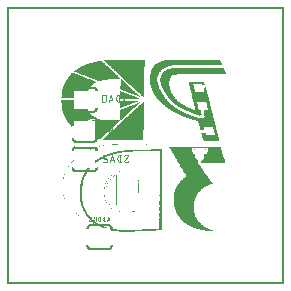
<source format=gbo>
G04 MADE WITH FRITZING*
G04 WWW.FRITZING.ORG*
G04 DOUBLE SIDED*
G04 HOLES PLATED*
G04 CONTOUR ON CENTER OF CONTOUR VECTOR*
%ASAXBY*%
%FSLAX23Y23*%
%MOIN*%
%OFA0B0*%
%SFA1.0B1.0*%
%ADD10C,0.008000*%
%ADD11R,0.001000X0.001000*%
%LNSILK0*%
G90*
G70*
G54D10*
X291Y654D02*
X228Y654D01*
D02*
X228Y575D02*
X291Y575D01*
D02*
X291Y554D02*
X228Y554D01*
D02*
X228Y475D02*
X291Y475D01*
D02*
X291Y455D02*
X228Y455D01*
D02*
X228Y377D02*
X291Y377D01*
D02*
X277Y117D02*
X340Y117D01*
D02*
X340Y196D02*
X277Y196D01*
G36*
X459Y748D02*
X459Y723D01*
X458Y723D01*
X458Y681D01*
X457Y681D01*
X457Y640D01*
X456Y640D01*
X456Y622D01*
X456Y622D01*
X456Y623D01*
X455Y623D01*
X455Y623D01*
X454Y623D01*
X454Y624D01*
X453Y624D01*
X453Y625D01*
X452Y625D01*
X452Y626D01*
X451Y626D01*
X451Y626D01*
X450Y626D01*
X450Y627D01*
X449Y627D01*
X449Y628D01*
X449Y628D01*
X449Y629D01*
X448Y629D01*
X448Y630D01*
X447Y630D01*
X447Y630D01*
X446Y630D01*
X446Y631D01*
X446Y631D01*
X446Y632D01*
X445Y632D01*
X445Y633D01*
X444Y633D01*
X444Y633D01*
X443Y633D01*
X443Y634D01*
X442Y634D01*
X442Y635D01*
X442Y635D01*
X442Y636D01*
X441Y636D01*
X441Y637D01*
X439Y637D01*
X439Y637D01*
X439Y637D01*
X439Y638D01*
X438Y638D01*
X438Y639D01*
X437Y639D01*
X437Y640D01*
X436Y640D01*
X436Y640D01*
X435Y640D01*
X435Y641D01*
X435Y641D01*
X435Y642D01*
X434Y642D01*
X434Y643D01*
X433Y643D01*
X433Y644D01*
X432Y644D01*
X432Y644D01*
X431Y644D01*
X431Y645D01*
X430Y645D01*
X430Y646D01*
X429Y646D01*
X429Y647D01*
X428Y647D01*
X428Y647D01*
X428Y647D01*
X428Y648D01*
X427Y648D01*
X427Y649D01*
X426Y649D01*
X426Y650D01*
X425Y650D01*
X425Y651D01*
X425Y651D01*
X425Y651D01*
X424Y651D01*
X424Y652D01*
X423Y652D01*
X423Y653D01*
X422Y653D01*
X422Y654D01*
X421Y654D01*
X421Y654D01*
X421Y654D01*
X421Y655D01*
X420Y655D01*
X420Y656D01*
X419Y656D01*
X419Y657D01*
X418Y657D01*
X418Y658D01*
X418Y658D01*
X418Y658D01*
X416Y658D01*
X416Y659D01*
X415Y659D01*
X415Y660D01*
X414Y660D01*
X414Y661D01*
X414Y661D01*
X414Y661D01*
X413Y661D01*
X413Y662D01*
X412Y662D01*
X412Y663D01*
X411Y663D01*
X411Y664D01*
X411Y664D01*
X411Y665D01*
X410Y665D01*
X410Y665D01*
X408Y665D01*
X408Y666D01*
X407Y666D01*
X407Y667D01*
X407Y667D01*
X407Y668D01*
X406Y668D01*
X406Y668D01*
X405Y668D01*
X405Y669D01*
X404Y669D01*
X404Y670D01*
X404Y670D01*
X404Y671D01*
X403Y671D01*
X403Y672D01*
X402Y672D01*
X402Y672D01*
X401Y672D01*
X401Y673D01*
X400Y673D01*
X400Y674D01*
X400Y674D01*
X400Y675D01*
X399Y675D01*
X399Y675D01*
X398Y675D01*
X398Y676D01*
X397Y676D01*
X397Y677D01*
X397Y677D01*
X397Y678D01*
X396Y678D01*
X396Y679D01*
X394Y679D01*
X394Y679D01*
X393Y679D01*
X393Y680D01*
X393Y680D01*
X393Y681D01*
X392Y681D01*
X392Y682D01*
X391Y682D01*
X391Y682D01*
X390Y682D01*
X390Y683D01*
X390Y683D01*
X390Y684D01*
X389Y684D01*
X389Y685D01*
X388Y685D01*
X388Y685D01*
X386Y685D01*
X386Y686D01*
X386Y686D01*
X386Y687D01*
X385Y687D01*
X385Y688D01*
X384Y688D01*
X384Y689D01*
X383Y689D01*
X383Y689D01*
X383Y689D01*
X383Y690D01*
X382Y690D01*
X382Y691D01*
X381Y691D01*
X381Y692D01*
X380Y692D01*
X380Y692D01*
X379Y692D01*
X379Y693D01*
X379Y693D01*
X379Y694D01*
X378Y694D01*
X378Y695D01*
X377Y695D01*
X377Y696D01*
X376Y696D01*
X376Y696D01*
X376Y696D01*
X376Y697D01*
X375Y697D01*
X375Y698D01*
X374Y698D01*
X374Y699D01*
X373Y699D01*
X373Y699D01*
X372Y699D01*
X372Y700D01*
X371Y700D01*
X371Y701D01*
X370Y701D01*
X370Y702D01*
X369Y702D01*
X369Y703D01*
X369Y703D01*
X369Y703D01*
X368Y703D01*
X368Y704D01*
X367Y704D01*
X367Y705D01*
X366Y705D01*
X366Y706D01*
X365Y706D01*
X365Y706D01*
X365Y706D01*
X365Y707D01*
X363Y707D01*
X363Y708D01*
X362Y708D01*
X362Y709D01*
X362Y709D01*
X362Y710D01*
X361Y710D01*
X361Y710D01*
X360Y710D01*
X360Y711D01*
X359Y711D01*
X359Y712D01*
X358Y712D01*
X358Y713D01*
X358Y713D01*
X358Y713D01*
X357Y713D01*
X357Y714D01*
X356Y714D01*
X356Y715D01*
X355Y715D01*
X355Y716D01*
X355Y716D01*
X355Y717D01*
X354Y717D01*
X354Y717D01*
X353Y717D01*
X353Y718D01*
X352Y718D01*
X352Y719D01*
X351Y719D01*
X351Y720D01*
X351Y720D01*
X351Y720D01*
X349Y720D01*
X349Y721D01*
X348Y721D01*
X348Y722D01*
X348Y722D01*
X348Y723D01*
X347Y723D01*
X347Y724D01*
X346Y724D01*
X346Y724D01*
X345Y724D01*
X345Y725D01*
X345Y725D01*
X345Y726D01*
X344Y726D01*
X344Y727D01*
X343Y727D01*
X343Y727D01*
X342Y727D01*
X342Y728D01*
X341Y728D01*
X341Y729D01*
X340Y729D01*
X340Y730D01*
X339Y730D01*
X339Y731D01*
X338Y731D01*
X338Y731D01*
X338Y731D01*
X338Y732D01*
X337Y732D01*
X337Y733D01*
X336Y733D01*
X336Y734D01*
X335Y734D01*
X335Y734D01*
X334Y734D01*
X334Y735D01*
X334Y735D01*
X334Y736D01*
X333Y736D01*
X333Y737D01*
X332Y737D01*
X332Y738D01*
X331Y738D01*
X331Y738D01*
X331Y738D01*
X331Y739D01*
X330Y739D01*
X330Y740D01*
X329Y740D01*
X329Y741D01*
X327Y741D01*
X327Y741D01*
X327Y741D01*
X327Y742D01*
X326Y742D01*
X326Y743D01*
X325Y743D01*
X325Y744D01*
X324Y744D01*
X324Y745D01*
X324Y745D01*
X324Y745D01*
X323Y745D01*
X323Y746D01*
X324Y746D01*
X324Y747D01*
X340Y747D01*
X340Y748D01*
X459Y748D01*
G37*
D02*
G36*
X323Y747D02*
X323Y746D01*
X322Y746D01*
X322Y747D01*
X323Y747D01*
G37*
D02*
G36*
X315Y745D02*
X315Y745D01*
X316Y745D01*
X316Y744D01*
X317Y744D01*
X317Y743D01*
X317Y743D01*
X317Y742D01*
X318Y742D01*
X318Y741D01*
X319Y741D01*
X319Y741D01*
X320Y741D01*
X320Y740D01*
X321Y740D01*
X321Y739D01*
X322Y739D01*
X322Y738D01*
X323Y738D01*
X323Y738D01*
X324Y738D01*
X324Y737D01*
X324Y737D01*
X324Y736D01*
X325Y736D01*
X325Y735D01*
X326Y735D01*
X326Y734D01*
X327Y734D01*
X327Y734D01*
X327Y734D01*
X327Y733D01*
X328Y733D01*
X328Y732D01*
X329Y732D01*
X329Y731D01*
X330Y731D01*
X330Y731D01*
X331Y731D01*
X331Y730D01*
X331Y730D01*
X331Y729D01*
X332Y729D01*
X332Y728D01*
X333Y728D01*
X333Y727D01*
X334Y727D01*
X334Y727D01*
X334Y727D01*
X334Y726D01*
X336Y726D01*
X336Y725D01*
X337Y725D01*
X337Y724D01*
X338Y724D01*
X338Y724D01*
X338Y724D01*
X338Y723D01*
X339Y723D01*
X339Y722D01*
X340Y722D01*
X340Y721D01*
X341Y721D01*
X341Y720D01*
X341Y720D01*
X341Y720D01*
X342Y720D01*
X342Y719D01*
X344Y719D01*
X344Y718D01*
X345Y718D01*
X345Y717D01*
X345Y717D01*
X345Y717D01*
X346Y717D01*
X346Y716D01*
X347Y716D01*
X347Y715D01*
X348Y715D01*
X348Y714D01*
X348Y714D01*
X348Y713D01*
X349Y713D01*
X349Y713D01*
X350Y713D01*
X350Y712D01*
X351Y712D01*
X351Y711D01*
X351Y711D01*
X351Y710D01*
X352Y710D01*
X352Y710D01*
X353Y710D01*
X353Y709D01*
X354Y709D01*
X354Y708D01*
X355Y708D01*
X355Y707D01*
X355Y707D01*
X355Y706D01*
X356Y706D01*
X356Y706D01*
X358Y706D01*
X358Y705D01*
X358Y705D01*
X358Y704D01*
X359Y704D01*
X359Y703D01*
X360Y703D01*
X360Y703D01*
X361Y703D01*
X361Y702D01*
X362Y702D01*
X362Y701D01*
X362Y701D01*
X362Y700D01*
X363Y700D01*
X363Y699D01*
X364Y699D01*
X364Y699D01*
X365Y699D01*
X365Y698D01*
X366Y698D01*
X366Y697D01*
X367Y697D01*
X367Y696D01*
X368Y696D01*
X368Y696D01*
X369Y696D01*
X369Y695D01*
X369Y695D01*
X369Y694D01*
X370Y694D01*
X370Y693D01*
X371Y693D01*
X371Y692D01*
X372Y692D01*
X372Y692D01*
X372Y692D01*
X372Y691D01*
X373Y691D01*
X373Y690D01*
X374Y690D01*
X374Y689D01*
X375Y689D01*
X375Y689D01*
X376Y689D01*
X376Y688D01*
X376Y688D01*
X376Y687D01*
X377Y687D01*
X377Y686D01*
X378Y686D01*
X378Y685D01*
X379Y685D01*
X379Y685D01*
X380Y685D01*
X380Y684D01*
X381Y684D01*
X381Y683D01*
X335Y683D01*
X335Y682D01*
X330Y682D01*
X330Y682D01*
X325Y682D01*
X325Y681D01*
X321Y681D01*
X321Y680D01*
X318Y680D01*
X318Y679D01*
X314Y679D01*
X314Y679D01*
X312Y679D01*
X312Y678D01*
X310Y678D01*
X310Y677D01*
X306Y677D01*
X306Y678D01*
X305Y678D01*
X305Y679D01*
X303Y679D01*
X303Y679D01*
X299Y679D01*
X299Y680D01*
X298Y680D01*
X298Y681D01*
X296Y681D01*
X296Y682D01*
X294Y682D01*
X294Y682D01*
X292Y682D01*
X292Y683D01*
X290Y683D01*
X290Y684D01*
X289Y684D01*
X289Y685D01*
X286Y685D01*
X286Y685D01*
X284Y685D01*
X284Y686D01*
X282Y686D01*
X282Y687D01*
X279Y687D01*
X279Y688D01*
X278Y688D01*
X278Y689D01*
X275Y689D01*
X275Y689D01*
X274Y689D01*
X274Y690D01*
X272Y690D01*
X272Y691D01*
X270Y691D01*
X270Y692D01*
X268Y692D01*
X268Y692D01*
X265Y692D01*
X265Y693D01*
X264Y693D01*
X264Y694D01*
X261Y694D01*
X261Y695D01*
X260Y695D01*
X260Y696D01*
X257Y696D01*
X257Y696D01*
X256Y696D01*
X256Y697D01*
X254Y697D01*
X254Y698D01*
X252Y698D01*
X252Y699D01*
X250Y699D01*
X250Y699D01*
X247Y699D01*
X247Y700D01*
X245Y700D01*
X245Y701D01*
X243Y701D01*
X243Y702D01*
X241Y702D01*
X241Y703D01*
X240Y703D01*
X240Y703D01*
X237Y703D01*
X237Y704D01*
X236Y704D01*
X236Y705D01*
X234Y705D01*
X234Y706D01*
X232Y706D01*
X232Y706D01*
X229Y706D01*
X229Y707D01*
X227Y707D01*
X227Y708D01*
X225Y708D01*
X225Y709D01*
X223Y709D01*
X223Y710D01*
X224Y710D01*
X224Y710D01*
X225Y710D01*
X225Y711D01*
X226Y711D01*
X226Y712D01*
X227Y712D01*
X227Y713D01*
X229Y713D01*
X229Y713D01*
X230Y713D01*
X230Y714D01*
X230Y714D01*
X230Y715D01*
X232Y715D01*
X232Y716D01*
X233Y716D01*
X233Y717D01*
X234Y717D01*
X234Y717D01*
X235Y717D01*
X235Y718D01*
X236Y718D01*
X236Y719D01*
X238Y719D01*
X238Y720D01*
X239Y720D01*
X239Y720D01*
X240Y720D01*
X240Y721D01*
X241Y721D01*
X241Y722D01*
X243Y722D01*
X243Y723D01*
X244Y723D01*
X244Y724D01*
X245Y724D01*
X245Y724D01*
X247Y724D01*
X247Y725D01*
X248Y725D01*
X248Y726D01*
X250Y726D01*
X250Y727D01*
X252Y727D01*
X252Y727D01*
X254Y727D01*
X254Y728D01*
X255Y728D01*
X255Y729D01*
X257Y729D01*
X257Y730D01*
X258Y730D01*
X258Y731D01*
X260Y731D01*
X260Y731D01*
X261Y731D01*
X261Y732D01*
X264Y732D01*
X264Y733D01*
X267Y733D01*
X267Y734D01*
X268Y734D01*
X268Y734D01*
X271Y734D01*
X271Y735D01*
X272Y735D01*
X272Y736D01*
X275Y736D01*
X275Y737D01*
X277Y737D01*
X277Y738D01*
X279Y738D01*
X279Y738D01*
X282Y738D01*
X282Y739D01*
X285Y739D01*
X285Y740D01*
X289Y740D01*
X289Y741D01*
X292Y741D01*
X292Y741D01*
X296Y741D01*
X296Y742D01*
X299Y742D01*
X299Y743D01*
X303Y743D01*
X303Y744D01*
X306Y744D01*
X306Y745D01*
X311Y745D01*
X311Y745D01*
X315Y745D01*
G37*
D02*
G36*
X382Y683D02*
X382Y682D01*
X383Y682D01*
X383Y682D01*
X383Y682D01*
X383Y681D01*
X384Y681D01*
X384Y680D01*
X385Y680D01*
X385Y679D01*
X386Y679D01*
X386Y679D01*
X386Y679D01*
X386Y678D01*
X387Y678D01*
X387Y677D01*
X389Y677D01*
X389Y676D01*
X390Y676D01*
X390Y675D01*
X390Y675D01*
X390Y675D01*
X391Y675D01*
X391Y674D01*
X392Y674D01*
X392Y673D01*
X393Y673D01*
X393Y672D01*
X393Y672D01*
X393Y672D01*
X394Y672D01*
X394Y671D01*
X395Y671D01*
X395Y670D01*
X396Y670D01*
X396Y669D01*
X397Y669D01*
X397Y668D01*
X397Y668D01*
X397Y668D01*
X398Y668D01*
X398Y667D01*
X399Y667D01*
X399Y666D01*
X400Y666D01*
X400Y665D01*
X400Y665D01*
X400Y665D01*
X402Y665D01*
X402Y664D01*
X403Y664D01*
X403Y663D01*
X404Y663D01*
X404Y662D01*
X404Y662D01*
X404Y661D01*
X405Y661D01*
X405Y661D01*
X406Y661D01*
X406Y660D01*
X407Y660D01*
X407Y659D01*
X407Y659D01*
X407Y658D01*
X408Y658D01*
X408Y658D01*
X409Y658D01*
X409Y657D01*
X410Y657D01*
X410Y656D01*
X411Y656D01*
X411Y655D01*
X411Y655D01*
X411Y654D01*
X413Y654D01*
X413Y653D01*
X414Y653D01*
X414Y652D01*
X414Y652D01*
X414Y651D01*
X416Y651D01*
X416Y651D01*
X417Y651D01*
X417Y650D01*
X418Y650D01*
X418Y649D01*
X418Y649D01*
X418Y648D01*
X419Y648D01*
X419Y647D01*
X420Y647D01*
X420Y647D01*
X421Y647D01*
X421Y646D01*
X421Y646D01*
X421Y645D01*
X422Y645D01*
X422Y644D01*
X423Y644D01*
X423Y644D01*
X425Y644D01*
X425Y643D01*
X425Y643D01*
X425Y642D01*
X426Y642D01*
X426Y641D01*
X427Y641D01*
X427Y640D01*
X428Y640D01*
X428Y640D01*
X428Y640D01*
X428Y639D01*
X429Y639D01*
X429Y638D01*
X430Y638D01*
X430Y637D01*
X431Y637D01*
X431Y637D01*
X432Y637D01*
X432Y636D01*
X432Y636D01*
X432Y635D01*
X433Y635D01*
X433Y634D01*
X434Y634D01*
X434Y633D01*
X435Y633D01*
X435Y633D01*
X435Y633D01*
X435Y632D01*
X436Y632D01*
X436Y631D01*
X437Y631D01*
X437Y630D01*
X439Y630D01*
X439Y630D01*
X439Y630D01*
X439Y629D01*
X440Y629D01*
X440Y628D01*
X441Y628D01*
X441Y627D01*
X442Y627D01*
X442Y626D01*
X442Y626D01*
X442Y626D01*
X443Y626D01*
X443Y625D01*
X444Y625D01*
X444Y624D01*
X442Y624D01*
X442Y625D01*
X441Y625D01*
X441Y626D01*
X439Y626D01*
X439Y626D01*
X437Y626D01*
X437Y627D01*
X435Y627D01*
X435Y628D01*
X433Y628D01*
X433Y629D01*
X432Y629D01*
X432Y630D01*
X429Y630D01*
X429Y630D01*
X427Y630D01*
X427Y631D01*
X425Y631D01*
X425Y632D01*
X422Y632D01*
X422Y633D01*
X421Y633D01*
X421Y633D01*
X418Y633D01*
X418Y634D01*
X417Y634D01*
X417Y635D01*
X414Y635D01*
X414Y636D01*
X413Y636D01*
X413Y637D01*
X411Y637D01*
X411Y637D01*
X409Y637D01*
X409Y638D01*
X407Y638D01*
X407Y639D01*
X404Y639D01*
X404Y640D01*
X402Y640D01*
X402Y640D01*
X400Y640D01*
X400Y641D01*
X399Y641D01*
X399Y642D01*
X397Y642D01*
X397Y643D01*
X395Y643D01*
X395Y644D01*
X393Y644D01*
X393Y644D01*
X390Y644D01*
X390Y645D01*
X388Y645D01*
X388Y646D01*
X386Y646D01*
X386Y647D01*
X384Y647D01*
X384Y647D01*
X383Y647D01*
X383Y648D01*
X380Y648D01*
X380Y649D01*
X379Y649D01*
X379Y650D01*
X378Y650D01*
X378Y661D01*
X379Y661D01*
X379Y683D01*
X382Y683D01*
G37*
D02*
G36*
X709Y748D02*
X709Y748D01*
X710Y748D01*
X710Y746D01*
X710Y746D01*
X710Y745D01*
X711Y745D01*
X711Y743D01*
X712Y743D01*
X712Y741D01*
X713Y741D01*
X713Y740D01*
X714Y740D01*
X714Y738D01*
X714Y738D01*
X714Y737D01*
X715Y737D01*
X715Y735D01*
X716Y735D01*
X716Y733D01*
X717Y733D01*
X717Y731D01*
X717Y731D01*
X717Y731D01*
X718Y731D01*
X718Y730D01*
X551Y730D01*
X551Y729D01*
X547Y729D01*
X547Y728D01*
X544Y728D01*
X544Y727D01*
X540Y727D01*
X540Y727D01*
X538Y727D01*
X538Y726D01*
X536Y726D01*
X536Y725D01*
X534Y725D01*
X534Y724D01*
X533Y724D01*
X533Y724D01*
X531Y724D01*
X531Y723D01*
X529Y723D01*
X529Y722D01*
X528Y722D01*
X528Y721D01*
X526Y721D01*
X526Y720D01*
X525Y720D01*
X525Y720D01*
X523Y720D01*
X523Y719D01*
X522Y719D01*
X522Y718D01*
X521Y718D01*
X521Y717D01*
X520Y717D01*
X520Y717D01*
X519Y717D01*
X519Y716D01*
X518Y716D01*
X518Y715D01*
X517Y715D01*
X517Y714D01*
X515Y714D01*
X515Y713D01*
X515Y713D01*
X515Y713D01*
X514Y713D01*
X514Y712D01*
X513Y712D01*
X513Y711D01*
X512Y711D01*
X512Y710D01*
X512Y710D01*
X512Y709D01*
X511Y709D01*
X511Y708D01*
X510Y708D01*
X510Y707D01*
X509Y707D01*
X509Y706D01*
X508Y706D01*
X508Y705D01*
X508Y705D01*
X508Y704D01*
X507Y704D01*
X507Y703D01*
X506Y703D01*
X506Y701D01*
X505Y701D01*
X505Y699D01*
X505Y699D01*
X505Y698D01*
X504Y698D01*
X504Y696D01*
X503Y696D01*
X503Y693D01*
X502Y693D01*
X502Y690D01*
X501Y690D01*
X501Y674D01*
X502Y674D01*
X502Y670D01*
X503Y670D01*
X503Y667D01*
X504Y667D01*
X504Y665D01*
X505Y665D01*
X505Y662D01*
X505Y662D01*
X505Y660D01*
X506Y660D01*
X506Y658D01*
X507Y658D01*
X507Y656D01*
X508Y656D01*
X508Y654D01*
X508Y654D01*
X508Y652D01*
X509Y652D01*
X509Y651D01*
X510Y651D01*
X510Y648D01*
X511Y648D01*
X511Y647D01*
X512Y647D01*
X512Y645D01*
X512Y645D01*
X512Y644D01*
X513Y644D01*
X513Y642D01*
X514Y642D01*
X514Y640D01*
X515Y640D01*
X515Y639D01*
X515Y639D01*
X515Y638D01*
X516Y638D01*
X516Y637D01*
X517Y637D01*
X517Y636D01*
X518Y636D01*
X518Y634D01*
X519Y634D01*
X519Y633D01*
X519Y633D01*
X519Y632D01*
X520Y632D01*
X520Y630D01*
X521Y630D01*
X521Y630D01*
X522Y630D01*
X522Y628D01*
X522Y628D01*
X522Y627D01*
X523Y627D01*
X523Y626D01*
X524Y626D01*
X524Y625D01*
X525Y625D01*
X525Y623D01*
X526Y623D01*
X526Y623D01*
X526Y623D01*
X526Y622D01*
X527Y622D01*
X527Y621D01*
X528Y621D01*
X528Y619D01*
X529Y619D01*
X529Y619D01*
X529Y619D01*
X529Y618D01*
X530Y618D01*
X530Y616D01*
X531Y616D01*
X531Y616D01*
X532Y616D01*
X532Y615D01*
X533Y615D01*
X533Y614D01*
X533Y614D01*
X533Y613D01*
X534Y613D01*
X534Y612D01*
X535Y612D01*
X535Y612D01*
X536Y612D01*
X536Y610D01*
X536Y610D01*
X536Y609D01*
X537Y609D01*
X537Y609D01*
X538Y609D01*
X538Y608D01*
X539Y608D01*
X539Y607D01*
X540Y607D01*
X540Y606D01*
X540Y606D01*
X540Y605D01*
X541Y605D01*
X541Y605D01*
X542Y605D01*
X542Y604D01*
X543Y604D01*
X543Y603D01*
X543Y603D01*
X543Y602D01*
X545Y602D01*
X545Y602D01*
X546Y602D01*
X546Y601D01*
X547Y601D01*
X547Y600D01*
X547Y600D01*
X547Y599D01*
X548Y599D01*
X548Y598D01*
X549Y598D01*
X549Y598D01*
X550Y598D01*
X550Y597D01*
X551Y597D01*
X551Y596D01*
X552Y596D01*
X552Y595D01*
X553Y595D01*
X553Y595D01*
X554Y595D01*
X554Y594D01*
X555Y594D01*
X555Y593D01*
X556Y593D01*
X556Y592D01*
X557Y592D01*
X557Y591D01*
X558Y591D01*
X558Y591D01*
X559Y591D01*
X559Y590D01*
X560Y590D01*
X560Y589D01*
X561Y589D01*
X561Y588D01*
X563Y588D01*
X563Y588D01*
X564Y588D01*
X564Y587D01*
X565Y587D01*
X565Y586D01*
X566Y586D01*
X566Y585D01*
X568Y585D01*
X568Y584D01*
X568Y584D01*
X568Y584D01*
X570Y584D01*
X570Y583D01*
X571Y583D01*
X571Y582D01*
X572Y582D01*
X572Y581D01*
X574Y581D01*
X574Y581D01*
X575Y581D01*
X575Y580D01*
X577Y580D01*
X577Y579D01*
X578Y579D01*
X578Y578D01*
X580Y578D01*
X580Y577D01*
X582Y577D01*
X582Y577D01*
X582Y577D01*
X582Y576D01*
X584Y576D01*
X584Y575D01*
X585Y575D01*
X585Y574D01*
X588Y574D01*
X588Y574D01*
X588Y574D01*
X588Y573D01*
X590Y573D01*
X590Y572D01*
X592Y572D01*
X592Y571D01*
X593Y571D01*
X593Y570D01*
X595Y570D01*
X595Y570D01*
X596Y570D01*
X596Y569D01*
X598Y569D01*
X598Y568D01*
X600Y568D01*
X600Y567D01*
X602Y567D01*
X602Y567D01*
X605Y567D01*
X605Y566D01*
X606Y566D01*
X606Y565D01*
X609Y565D01*
X609Y564D01*
X610Y564D01*
X610Y564D01*
X612Y564D01*
X612Y563D01*
X614Y563D01*
X614Y562D01*
X616Y562D01*
X616Y561D01*
X619Y561D01*
X619Y560D01*
X621Y560D01*
X621Y560D01*
X623Y560D01*
X623Y559D01*
X626Y559D01*
X626Y558D01*
X628Y558D01*
X628Y557D01*
X630Y557D01*
X630Y557D01*
X632Y557D01*
X632Y556D01*
X634Y556D01*
X634Y555D01*
X637Y555D01*
X637Y554D01*
X639Y554D01*
X639Y553D01*
X602Y553D01*
X602Y554D01*
X600Y554D01*
X600Y555D01*
X598Y555D01*
X598Y556D01*
X595Y556D01*
X595Y557D01*
X593Y557D01*
X593Y557D01*
X592Y557D01*
X592Y558D01*
X589Y558D01*
X589Y559D01*
X588Y559D01*
X588Y560D01*
X586Y560D01*
X586Y560D01*
X585Y560D01*
X585Y561D01*
X583Y561D01*
X583Y562D01*
X580Y562D01*
X580Y563D01*
X578Y563D01*
X578Y564D01*
X577Y564D01*
X577Y564D01*
X575Y564D01*
X575Y565D01*
X574Y565D01*
X574Y566D01*
X572Y566D01*
X572Y567D01*
X571Y567D01*
X571Y567D01*
X569Y567D01*
X569Y568D01*
X568Y568D01*
X568Y569D01*
X566Y569D01*
X566Y570D01*
X564Y570D01*
X564Y570D01*
X563Y570D01*
X563Y571D01*
X561Y571D01*
X561Y572D01*
X560Y572D01*
X560Y573D01*
X558Y573D01*
X558Y574D01*
X557Y574D01*
X557Y574D01*
X556Y574D01*
X556Y575D01*
X554Y575D01*
X554Y576D01*
X553Y576D01*
X553Y577D01*
X551Y577D01*
X551Y577D01*
X550Y577D01*
X550Y578D01*
X549Y578D01*
X549Y579D01*
X548Y579D01*
X548Y580D01*
X547Y580D01*
X547Y581D01*
X546Y581D01*
X546Y581D01*
X544Y581D01*
X544Y582D01*
X543Y582D01*
X543Y583D01*
X541Y583D01*
X541Y584D01*
X540Y584D01*
X540Y584D01*
X539Y584D01*
X539Y585D01*
X538Y585D01*
X538Y586D01*
X537Y586D01*
X537Y587D01*
X536Y587D01*
X536Y588D01*
X535Y588D01*
X535Y588D01*
X534Y588D01*
X534Y589D01*
X533Y589D01*
X533Y590D01*
X531Y590D01*
X531Y591D01*
X530Y591D01*
X530Y591D01*
X529Y591D01*
X529Y592D01*
X528Y592D01*
X528Y593D01*
X527Y593D01*
X527Y594D01*
X526Y594D01*
X526Y595D01*
X526Y595D01*
X526Y595D01*
X525Y595D01*
X525Y596D01*
X523Y596D01*
X523Y597D01*
X522Y597D01*
X522Y598D01*
X522Y598D01*
X522Y598D01*
X520Y598D01*
X520Y599D01*
X519Y599D01*
X519Y600D01*
X519Y600D01*
X519Y601D01*
X518Y601D01*
X518Y602D01*
X517Y602D01*
X517Y602D01*
X516Y602D01*
X516Y603D01*
X515Y603D01*
X515Y604D01*
X514Y604D01*
X514Y605D01*
X513Y605D01*
X513Y605D01*
X512Y605D01*
X512Y606D01*
X512Y606D01*
X512Y607D01*
X511Y607D01*
X511Y608D01*
X510Y608D01*
X510Y609D01*
X509Y609D01*
X509Y610D01*
X508Y610D01*
X508Y611D01*
X508Y611D01*
X508Y612D01*
X507Y612D01*
X507Y612D01*
X506Y612D01*
X506Y613D01*
X505Y613D01*
X505Y614D01*
X505Y614D01*
X505Y615D01*
X504Y615D01*
X504Y616D01*
X503Y616D01*
X503Y617D01*
X501Y617D01*
X501Y619D01*
X501Y619D01*
X501Y619D01*
X500Y619D01*
X500Y620D01*
X499Y620D01*
X499Y622D01*
X498Y622D01*
X498Y623D01*
X498Y623D01*
X498Y623D01*
X497Y623D01*
X497Y624D01*
X496Y624D01*
X496Y626D01*
X495Y626D01*
X495Y626D01*
X494Y626D01*
X494Y628D01*
X494Y628D01*
X494Y629D01*
X493Y629D01*
X493Y630D01*
X492Y630D01*
X492Y631D01*
X491Y631D01*
X491Y633D01*
X491Y633D01*
X491Y634D01*
X490Y634D01*
X490Y636D01*
X489Y636D01*
X489Y637D01*
X488Y637D01*
X488Y639D01*
X487Y639D01*
X487Y640D01*
X487Y640D01*
X487Y642D01*
X486Y642D01*
X486Y644D01*
X485Y644D01*
X485Y645D01*
X484Y645D01*
X484Y647D01*
X484Y647D01*
X484Y649D01*
X483Y649D01*
X483Y651D01*
X482Y651D01*
X482Y654D01*
X481Y654D01*
X481Y656D01*
X480Y656D01*
X480Y659D01*
X480Y659D01*
X480Y662D01*
X479Y662D01*
X479Y665D01*
X478Y665D01*
X478Y671D01*
X477Y671D01*
X477Y679D01*
X477Y679D01*
X477Y689D01*
X477Y689D01*
X477Y698D01*
X478Y698D01*
X478Y702D01*
X479Y702D01*
X479Y706D01*
X480Y706D01*
X480Y708D01*
X480Y708D01*
X480Y710D01*
X481Y710D01*
X481Y713D01*
X482Y713D01*
X482Y714D01*
X483Y714D01*
X483Y717D01*
X484Y717D01*
X484Y718D01*
X484Y718D01*
X484Y720D01*
X485Y720D01*
X485Y720D01*
X486Y720D01*
X486Y722D01*
X487Y722D01*
X487Y723D01*
X487Y723D01*
X487Y724D01*
X488Y724D01*
X488Y725D01*
X489Y725D01*
X489Y727D01*
X490Y727D01*
X490Y727D01*
X491Y727D01*
X491Y728D01*
X491Y728D01*
X491Y730D01*
X492Y730D01*
X492Y731D01*
X493Y731D01*
X493Y731D01*
X494Y731D01*
X494Y732D01*
X494Y732D01*
X494Y733D01*
X496Y733D01*
X496Y734D01*
X497Y734D01*
X497Y734D01*
X498Y734D01*
X498Y735D01*
X499Y735D01*
X499Y736D01*
X500Y736D01*
X500Y737D01*
X501Y737D01*
X501Y738D01*
X502Y738D01*
X502Y738D01*
X504Y738D01*
X504Y739D01*
X505Y739D01*
X505Y740D01*
X507Y740D01*
X507Y741D01*
X509Y741D01*
X509Y741D01*
X511Y741D01*
X511Y742D01*
X512Y742D01*
X512Y743D01*
X515Y743D01*
X515Y744D01*
X517Y744D01*
X517Y745D01*
X519Y745D01*
X519Y745D01*
X522Y745D01*
X522Y746D01*
X527Y746D01*
X527Y747D01*
X534Y747D01*
X534Y748D01*
X542Y748D01*
X542Y748D01*
X709Y748D01*
G37*
D02*
G36*
X722Y720D02*
X722Y720D01*
X723Y720D01*
X723Y718D01*
X724Y718D01*
X724Y717D01*
X724Y717D01*
X724Y715D01*
X725Y715D01*
X725Y713D01*
X726Y713D01*
X726Y712D01*
X727Y712D01*
X727Y710D01*
X728Y710D01*
X728Y709D01*
X728Y709D01*
X728Y707D01*
X729Y707D01*
X729Y706D01*
X730Y706D01*
X730Y704D01*
X731Y704D01*
X731Y703D01*
X731Y703D01*
X731Y701D01*
X732Y701D01*
X732Y700D01*
X566Y700D01*
X566Y699D01*
X560Y699D01*
X560Y699D01*
X557Y699D01*
X557Y698D01*
X554Y698D01*
X554Y697D01*
X553Y697D01*
X553Y696D01*
X552Y696D01*
X552Y696D01*
X551Y696D01*
X551Y695D01*
X550Y695D01*
X550Y694D01*
X549Y694D01*
X549Y693D01*
X548Y693D01*
X548Y692D01*
X547Y692D01*
X547Y692D01*
X547Y692D01*
X547Y691D01*
X546Y691D01*
X546Y689D01*
X545Y689D01*
X545Y688D01*
X544Y688D01*
X544Y686D01*
X543Y686D01*
X543Y685D01*
X543Y685D01*
X543Y682D01*
X542Y682D01*
X542Y679D01*
X541Y679D01*
X541Y661D01*
X542Y661D01*
X542Y656D01*
X543Y656D01*
X543Y653D01*
X543Y653D01*
X543Y650D01*
X544Y650D01*
X544Y647D01*
X545Y647D01*
X545Y645D01*
X546Y645D01*
X546Y644D01*
X547Y644D01*
X547Y642D01*
X547Y642D01*
X547Y640D01*
X548Y640D01*
X548Y638D01*
X549Y638D01*
X549Y637D01*
X550Y637D01*
X550Y636D01*
X550Y636D01*
X550Y634D01*
X551Y634D01*
X551Y633D01*
X552Y633D01*
X552Y631D01*
X553Y631D01*
X553Y630D01*
X554Y630D01*
X554Y629D01*
X554Y629D01*
X554Y627D01*
X555Y627D01*
X555Y626D01*
X556Y626D01*
X556Y626D01*
X557Y626D01*
X557Y624D01*
X557Y624D01*
X557Y623D01*
X558Y623D01*
X558Y623D01*
X559Y623D01*
X559Y622D01*
X560Y622D01*
X560Y621D01*
X561Y621D01*
X561Y620D01*
X561Y620D01*
X561Y619D01*
X562Y619D01*
X562Y618D01*
X563Y618D01*
X563Y617D01*
X564Y617D01*
X564Y616D01*
X565Y616D01*
X565Y616D01*
X566Y616D01*
X566Y615D01*
X567Y615D01*
X567Y614D01*
X568Y614D01*
X568Y613D01*
X568Y613D01*
X568Y612D01*
X569Y612D01*
X569Y612D01*
X570Y612D01*
X570Y611D01*
X571Y611D01*
X571Y610D01*
X571Y610D01*
X571Y609D01*
X573Y609D01*
X573Y609D01*
X574Y609D01*
X574Y608D01*
X575Y608D01*
X575Y607D01*
X576Y607D01*
X576Y606D01*
X577Y606D01*
X577Y605D01*
X578Y605D01*
X578Y605D01*
X578Y605D01*
X578Y604D01*
X579Y604D01*
X579Y603D01*
X581Y603D01*
X581Y602D01*
X582Y602D01*
X582Y602D01*
X583Y602D01*
X583Y601D01*
X585Y601D01*
X585Y600D01*
X585Y600D01*
X585Y599D01*
X587Y599D01*
X587Y598D01*
X588Y598D01*
X588Y598D01*
X589Y598D01*
X589Y597D01*
X590Y597D01*
X590Y596D01*
X592Y596D01*
X592Y595D01*
X593Y595D01*
X593Y595D01*
X595Y595D01*
X595Y594D01*
X596Y594D01*
X596Y593D01*
X598Y593D01*
X598Y592D01*
X599Y592D01*
X599Y591D01*
X600Y591D01*
X600Y591D01*
X602Y591D01*
X602Y590D01*
X603Y590D01*
X603Y589D01*
X605Y589D01*
X605Y588D01*
X607Y588D01*
X607Y588D01*
X609Y588D01*
X609Y587D01*
X611Y587D01*
X611Y586D01*
X613Y586D01*
X613Y585D01*
X615Y585D01*
X615Y584D01*
X616Y584D01*
X616Y584D01*
X619Y584D01*
X619Y583D01*
X621Y583D01*
X621Y582D01*
X623Y582D01*
X623Y581D01*
X627Y581D01*
X627Y581D01*
X592Y581D01*
X592Y581D01*
X592Y581D01*
X592Y582D01*
X590Y582D01*
X590Y583D01*
X588Y583D01*
X588Y584D01*
X586Y584D01*
X586Y584D01*
X585Y584D01*
X585Y585D01*
X584Y585D01*
X584Y586D01*
X582Y586D01*
X582Y587D01*
X581Y587D01*
X581Y588D01*
X579Y588D01*
X579Y588D01*
X578Y588D01*
X578Y589D01*
X577Y589D01*
X577Y590D01*
X575Y590D01*
X575Y591D01*
X574Y591D01*
X574Y591D01*
X572Y591D01*
X572Y592D01*
X571Y592D01*
X571Y593D01*
X570Y593D01*
X570Y594D01*
X569Y594D01*
X569Y595D01*
X568Y595D01*
X568Y595D01*
X567Y595D01*
X567Y596D01*
X565Y596D01*
X565Y597D01*
X564Y597D01*
X564Y598D01*
X564Y598D01*
X564Y598D01*
X562Y598D01*
X562Y599D01*
X561Y599D01*
X561Y600D01*
X561Y600D01*
X561Y601D01*
X559Y601D01*
X559Y602D01*
X558Y602D01*
X558Y602D01*
X557Y602D01*
X557Y603D01*
X556Y603D01*
X556Y604D01*
X555Y604D01*
X555Y605D01*
X554Y605D01*
X554Y605D01*
X554Y605D01*
X554Y606D01*
X553Y606D01*
X553Y607D01*
X552Y607D01*
X552Y608D01*
X551Y608D01*
X551Y609D01*
X550Y609D01*
X550Y609D01*
X550Y609D01*
X550Y610D01*
X549Y610D01*
X549Y611D01*
X548Y611D01*
X548Y612D01*
X547Y612D01*
X547Y612D01*
X546Y612D01*
X546Y614D01*
X545Y614D01*
X545Y615D01*
X544Y615D01*
X544Y616D01*
X543Y616D01*
X543Y616D01*
X543Y616D01*
X543Y617D01*
X542Y617D01*
X542Y618D01*
X541Y618D01*
X541Y619D01*
X540Y619D01*
X540Y619D01*
X540Y619D01*
X540Y620D01*
X539Y620D01*
X539Y621D01*
X538Y621D01*
X538Y623D01*
X537Y623D01*
X537Y623D01*
X536Y623D01*
X536Y624D01*
X536Y624D01*
X536Y625D01*
X535Y625D01*
X535Y626D01*
X534Y626D01*
X534Y627D01*
X533Y627D01*
X533Y628D01*
X533Y628D01*
X533Y630D01*
X532Y630D01*
X532Y630D01*
X531Y630D01*
X531Y632D01*
X530Y632D01*
X530Y633D01*
X529Y633D01*
X529Y634D01*
X529Y634D01*
X529Y636D01*
X528Y636D01*
X528Y637D01*
X527Y637D01*
X527Y638D01*
X526Y638D01*
X526Y639D01*
X526Y639D01*
X526Y640D01*
X525Y640D01*
X525Y642D01*
X524Y642D01*
X524Y643D01*
X523Y643D01*
X523Y644D01*
X522Y644D01*
X522Y646D01*
X522Y646D01*
X522Y647D01*
X521Y647D01*
X521Y649D01*
X520Y649D01*
X520Y651D01*
X519Y651D01*
X519Y651D01*
X519Y651D01*
X519Y653D01*
X518Y653D01*
X518Y655D01*
X517Y655D01*
X517Y657D01*
X516Y657D01*
X516Y658D01*
X515Y658D01*
X515Y660D01*
X515Y660D01*
X515Y662D01*
X514Y662D01*
X514Y665D01*
X513Y665D01*
X513Y667D01*
X512Y667D01*
X512Y669D01*
X512Y669D01*
X512Y674D01*
X511Y674D01*
X511Y689D01*
X512Y689D01*
X512Y693D01*
X512Y693D01*
X512Y696D01*
X513Y696D01*
X513Y697D01*
X514Y697D01*
X514Y699D01*
X515Y699D01*
X515Y699D01*
X515Y699D01*
X515Y701D01*
X516Y701D01*
X516Y702D01*
X517Y702D01*
X517Y703D01*
X518Y703D01*
X518Y704D01*
X519Y704D01*
X519Y705D01*
X519Y705D01*
X519Y706D01*
X521Y706D01*
X521Y706D01*
X522Y706D01*
X522Y707D01*
X522Y707D01*
X522Y708D01*
X523Y708D01*
X523Y709D01*
X524Y709D01*
X524Y710D01*
X525Y710D01*
X525Y710D01*
X526Y710D01*
X526Y711D01*
X527Y711D01*
X527Y712D01*
X529Y712D01*
X529Y713D01*
X530Y713D01*
X530Y713D01*
X532Y713D01*
X532Y714D01*
X533Y714D01*
X533Y715D01*
X534Y715D01*
X534Y716D01*
X536Y716D01*
X536Y717D01*
X538Y717D01*
X538Y717D01*
X540Y717D01*
X540Y718D01*
X542Y718D01*
X542Y719D01*
X546Y719D01*
X546Y720D01*
X549Y720D01*
X549Y720D01*
X722Y720D01*
G37*
D02*
G36*
X658Y675D02*
X658Y672D01*
X658Y672D01*
X658Y669D01*
X659Y669D01*
X659Y668D01*
X620Y668D01*
X620Y667D01*
X621Y667D01*
X621Y664D01*
X622Y664D01*
X622Y661D01*
X623Y661D01*
X623Y658D01*
X623Y658D01*
X623Y654D01*
X624Y654D01*
X624Y651D01*
X625Y651D01*
X625Y648D01*
X626Y648D01*
X626Y645D01*
X627Y645D01*
X627Y642D01*
X627Y642D01*
X627Y641D01*
X613Y641D01*
X613Y642D01*
X613Y642D01*
X613Y645D01*
X612Y645D01*
X612Y648D01*
X611Y648D01*
X611Y651D01*
X610Y651D01*
X610Y654D01*
X609Y654D01*
X609Y657D01*
X609Y657D01*
X609Y660D01*
X608Y660D01*
X608Y663D01*
X607Y663D01*
X607Y665D01*
X606Y665D01*
X606Y668D01*
X606Y668D01*
X606Y672D01*
X605Y672D01*
X605Y674D01*
X604Y674D01*
X604Y675D01*
X658Y675D01*
G37*
D02*
G36*
X659Y668D02*
X659Y667D01*
X660Y667D01*
X660Y665D01*
X658Y665D01*
X658Y665D01*
X655Y665D01*
X655Y664D01*
X653Y664D01*
X653Y663D01*
X652Y663D01*
X652Y665D01*
X651Y665D01*
X651Y668D01*
X651Y668D01*
X651Y668D01*
X659Y668D01*
G37*
D02*
G36*
X662Y657D02*
X662Y655D01*
X663Y655D01*
X663Y652D01*
X664Y652D01*
X664Y649D01*
X665Y649D01*
X665Y646D01*
X665Y646D01*
X665Y644D01*
X666Y644D01*
X666Y641D01*
X657Y641D01*
X657Y646D01*
X656Y646D01*
X656Y649D01*
X655Y649D01*
X655Y652D01*
X655Y652D01*
X655Y654D01*
X656Y654D01*
X656Y654D01*
X658Y654D01*
X658Y655D01*
X659Y655D01*
X659Y656D01*
X661Y656D01*
X661Y657D01*
X662Y657D01*
G37*
D02*
G36*
X666Y641D02*
X666Y640D01*
X613Y640D01*
X613Y641D01*
X666Y641D01*
G37*
D02*
G36*
X666Y641D02*
X666Y640D01*
X613Y640D01*
X613Y641D01*
X666Y641D01*
G37*
D02*
G36*
X667Y640D02*
X667Y637D01*
X668Y637D01*
X668Y634D01*
X669Y634D01*
X669Y631D01*
X669Y631D01*
X669Y629D01*
X670Y629D01*
X670Y626D01*
X671Y626D01*
X671Y623D01*
X672Y623D01*
X672Y619D01*
X672Y619D01*
X672Y616D01*
X673Y616D01*
X673Y613D01*
X674Y613D01*
X674Y610D01*
X675Y610D01*
X675Y607D01*
X634Y607D01*
X634Y605D01*
X634Y605D01*
X634Y600D01*
X635Y600D01*
X635Y596D01*
X636Y596D01*
X636Y593D01*
X637Y593D01*
X637Y590D01*
X637Y590D01*
X637Y587D01*
X638Y587D01*
X638Y584D01*
X639Y584D01*
X639Y581D01*
X628Y581D01*
X628Y584D01*
X627Y584D01*
X627Y587D01*
X627Y587D01*
X627Y590D01*
X626Y590D01*
X626Y592D01*
X625Y592D01*
X625Y595D01*
X624Y595D01*
X624Y598D01*
X623Y598D01*
X623Y602D01*
X623Y602D01*
X623Y604D01*
X622Y604D01*
X622Y607D01*
X621Y607D01*
X621Y610D01*
X620Y610D01*
X620Y613D01*
X620Y613D01*
X620Y616D01*
X619Y616D01*
X619Y619D01*
X618Y619D01*
X618Y623D01*
X617Y623D01*
X617Y625D01*
X616Y625D01*
X616Y629D01*
X616Y629D01*
X616Y632D01*
X615Y632D01*
X615Y636D01*
X614Y636D01*
X614Y639D01*
X613Y639D01*
X613Y640D01*
X667Y640D01*
G37*
D02*
G36*
X676Y607D02*
X676Y604D01*
X676Y604D01*
X676Y600D01*
X677Y600D01*
X677Y596D01*
X678Y596D01*
X678Y593D01*
X679Y593D01*
X679Y591D01*
X679Y591D01*
X679Y588D01*
X680Y588D01*
X680Y584D01*
X681Y584D01*
X681Y581D01*
X682Y581D01*
X682Y579D01*
X683Y579D01*
X683Y576D01*
X683Y576D01*
X683Y573D01*
X684Y573D01*
X684Y570D01*
X685Y570D01*
X685Y567D01*
X686Y567D01*
X686Y564D01*
X686Y564D01*
X686Y561D01*
X687Y561D01*
X687Y558D01*
X688Y558D01*
X688Y555D01*
X689Y555D01*
X689Y553D01*
X644Y553D01*
X644Y554D01*
X650Y554D01*
X650Y555D01*
X655Y555D01*
X655Y556D01*
X657Y556D01*
X657Y557D01*
X658Y557D01*
X658Y557D01*
X658Y557D01*
X658Y559D01*
X659Y559D01*
X659Y562D01*
X658Y562D01*
X658Y567D01*
X658Y567D01*
X658Y571D01*
X657Y571D01*
X657Y578D01*
X656Y578D01*
X656Y580D01*
X670Y580D01*
X670Y582D01*
X669Y582D01*
X669Y584D01*
X669Y584D01*
X669Y588D01*
X668Y588D01*
X668Y591D01*
X667Y591D01*
X667Y594D01*
X666Y594D01*
X666Y597D01*
X665Y597D01*
X665Y600D01*
X665Y600D01*
X665Y603D01*
X664Y603D01*
X664Y606D01*
X663Y606D01*
X663Y607D01*
X676Y607D01*
G37*
D02*
G36*
X640Y581D02*
X640Y580D01*
X594Y580D01*
X594Y581D01*
X640Y581D01*
G37*
D02*
G36*
X640Y581D02*
X640Y580D01*
X594Y580D01*
X594Y581D01*
X640Y581D01*
G37*
D02*
G36*
X647Y580D02*
X647Y577D01*
X648Y577D01*
X648Y572D01*
X648Y572D01*
X648Y567D01*
X649Y567D01*
X649Y564D01*
X648Y564D01*
X648Y563D01*
X643Y563D01*
X643Y562D01*
X641Y562D01*
X641Y563D01*
X638Y563D01*
X638Y564D01*
X636Y564D01*
X636Y564D01*
X634Y564D01*
X634Y565D01*
X631Y565D01*
X631Y566D01*
X630Y566D01*
X630Y567D01*
X627Y567D01*
X627Y567D01*
X625Y567D01*
X625Y568D01*
X623Y568D01*
X623Y569D01*
X620Y569D01*
X620Y570D01*
X618Y570D01*
X618Y570D01*
X616Y570D01*
X616Y571D01*
X614Y571D01*
X614Y572D01*
X612Y572D01*
X612Y573D01*
X610Y573D01*
X610Y574D01*
X609Y574D01*
X609Y574D01*
X606Y574D01*
X606Y575D01*
X605Y575D01*
X605Y576D01*
X602Y576D01*
X602Y577D01*
X600Y577D01*
X600Y577D01*
X599Y577D01*
X599Y578D01*
X597Y578D01*
X597Y579D01*
X595Y579D01*
X595Y580D01*
X647Y580D01*
G37*
D02*
G36*
X689Y553D02*
X689Y553D01*
X604Y553D01*
X604Y553D01*
X689Y553D01*
G37*
D02*
G36*
X689Y553D02*
X689Y553D01*
X604Y553D01*
X604Y553D01*
X689Y553D01*
G37*
D02*
G36*
X690Y553D02*
X690Y550D01*
X690Y550D01*
X690Y546D01*
X691Y546D01*
X691Y543D01*
X692Y543D01*
X692Y540D01*
X693Y540D01*
X693Y537D01*
X693Y537D01*
X693Y534D01*
X694Y534D01*
X694Y532D01*
X695Y532D01*
X695Y529D01*
X696Y529D01*
X696Y525D01*
X697Y525D01*
X697Y523D01*
X656Y523D01*
X656Y522D01*
X657Y522D01*
X657Y518D01*
X658Y518D01*
X658Y515D01*
X658Y515D01*
X658Y514D01*
X645Y514D01*
X645Y515D01*
X644Y515D01*
X644Y518D01*
X644Y518D01*
X644Y521D01*
X643Y521D01*
X643Y524D01*
X642Y524D01*
X642Y527D01*
X641Y527D01*
X641Y530D01*
X641Y530D01*
X641Y533D01*
X640Y533D01*
X640Y536D01*
X639Y536D01*
X639Y539D01*
X638Y539D01*
X638Y543D01*
X637Y543D01*
X637Y543D01*
X634Y543D01*
X634Y544D01*
X631Y544D01*
X631Y545D01*
X629Y545D01*
X629Y546D01*
X626Y546D01*
X626Y546D01*
X623Y546D01*
X623Y547D01*
X621Y547D01*
X621Y548D01*
X619Y548D01*
X619Y549D01*
X615Y549D01*
X615Y550D01*
X613Y550D01*
X613Y550D01*
X610Y550D01*
X610Y551D01*
X609Y551D01*
X609Y552D01*
X606Y552D01*
X606Y553D01*
X690Y553D01*
G37*
D02*
G36*
X697Y523D02*
X697Y522D01*
X697Y522D01*
X697Y518D01*
X698Y518D01*
X698Y515D01*
X699Y515D01*
X699Y511D01*
X700Y511D01*
X700Y508D01*
X700Y508D01*
X700Y505D01*
X701Y505D01*
X701Y503D01*
X702Y503D01*
X702Y500D01*
X703Y500D01*
X703Y497D01*
X703Y497D01*
X703Y496D01*
X693Y496D01*
X693Y498D01*
X693Y498D01*
X693Y501D01*
X692Y501D01*
X692Y504D01*
X691Y504D01*
X691Y507D01*
X690Y507D01*
X690Y510D01*
X690Y510D01*
X690Y514D01*
X689Y514D01*
X689Y516D01*
X688Y516D01*
X688Y520D01*
X687Y520D01*
X687Y522D01*
X686Y522D01*
X686Y523D01*
X697Y523D01*
G37*
D02*
G36*
X661Y505D02*
X661Y503D01*
X662Y503D01*
X662Y500D01*
X662Y500D01*
X662Y497D01*
X663Y497D01*
X663Y496D01*
X650Y496D01*
X650Y497D01*
X649Y497D01*
X649Y500D01*
X648Y500D01*
X648Y503D01*
X648Y503D01*
X648Y505D01*
X661Y505D01*
G37*
D02*
G36*
X703Y496D02*
X703Y495D01*
X650Y495D01*
X650Y496D01*
X703Y496D01*
G37*
D02*
G36*
X703Y496D02*
X703Y495D01*
X650Y495D01*
X650Y496D01*
X703Y496D01*
G37*
D02*
G36*
X703Y495D02*
X703Y494D01*
X704Y494D01*
X704Y491D01*
X705Y491D01*
X705Y488D01*
X706Y488D01*
X706Y485D01*
X707Y485D01*
X707Y482D01*
X707Y482D01*
X707Y479D01*
X708Y479D01*
X708Y476D01*
X709Y476D01*
X709Y476D01*
X655Y476D01*
X655Y476D01*
X655Y476D01*
X655Y480D01*
X654Y480D01*
X654Y482D01*
X653Y482D01*
X653Y485D01*
X652Y485D01*
X652Y488D01*
X651Y488D01*
X651Y491D01*
X651Y491D01*
X651Y494D01*
X650Y494D01*
X650Y495D01*
X703Y495D01*
G37*
D02*
G36*
X379Y644D02*
X379Y643D01*
X381Y643D01*
X381Y642D01*
X383Y642D01*
X383Y641D01*
X385Y641D01*
X385Y640D01*
X386Y640D01*
X386Y640D01*
X389Y640D01*
X389Y639D01*
X390Y639D01*
X390Y638D01*
X393Y638D01*
X393Y637D01*
X394Y637D01*
X394Y637D01*
X397Y637D01*
X397Y636D01*
X399Y636D01*
X399Y635D01*
X401Y635D01*
X401Y634D01*
X403Y634D01*
X403Y633D01*
X405Y633D01*
X405Y633D01*
X407Y633D01*
X407Y632D01*
X408Y632D01*
X408Y631D01*
X411Y631D01*
X411Y630D01*
X412Y630D01*
X412Y630D01*
X415Y630D01*
X415Y629D01*
X418Y629D01*
X418Y628D01*
X419Y628D01*
X419Y627D01*
X421Y627D01*
X421Y626D01*
X423Y626D01*
X423Y626D01*
X425Y626D01*
X425Y625D01*
X427Y625D01*
X427Y624D01*
X428Y624D01*
X428Y623D01*
X431Y623D01*
X431Y623D01*
X433Y623D01*
X433Y622D01*
X435Y622D01*
X435Y621D01*
X437Y621D01*
X437Y620D01*
X439Y620D01*
X439Y619D01*
X442Y619D01*
X442Y619D01*
X377Y619D01*
X377Y628D01*
X378Y628D01*
X378Y644D01*
X379Y644D01*
G37*
D02*
G36*
X442Y612D02*
X442Y612D01*
X439Y612D01*
X439Y611D01*
X438Y611D01*
X438Y610D01*
X435Y610D01*
X435Y609D01*
X433Y609D01*
X433Y609D01*
X431Y609D01*
X431Y608D01*
X429Y608D01*
X429Y607D01*
X427Y607D01*
X427Y606D01*
X425Y606D01*
X425Y605D01*
X424Y605D01*
X424Y605D01*
X421Y605D01*
X421Y604D01*
X419Y604D01*
X419Y603D01*
X417Y603D01*
X417Y602D01*
X414Y602D01*
X414Y602D01*
X413Y602D01*
X413Y601D01*
X411Y601D01*
X411Y600D01*
X409Y600D01*
X409Y599D01*
X407Y599D01*
X407Y598D01*
X405Y598D01*
X405Y598D01*
X404Y598D01*
X404Y597D01*
X400Y597D01*
X400Y596D01*
X399Y596D01*
X399Y595D01*
X397Y595D01*
X397Y595D01*
X395Y595D01*
X395Y594D01*
X393Y594D01*
X393Y593D01*
X391Y593D01*
X391Y592D01*
X390Y592D01*
X390Y591D01*
X387Y591D01*
X387Y591D01*
X385Y591D01*
X385Y590D01*
X383Y590D01*
X383Y589D01*
X380Y589D01*
X380Y588D01*
X379Y588D01*
X379Y588D01*
X377Y588D01*
X377Y587D01*
X376Y587D01*
X376Y594D01*
X377Y594D01*
X377Y612D01*
X442Y612D01*
G37*
D02*
G36*
X456Y609D02*
X456Y598D01*
X456Y598D01*
X456Y557D01*
X455Y557D01*
X455Y515D01*
X454Y515D01*
X454Y480D01*
X332Y480D01*
X332Y480D01*
X322Y480D01*
X322Y481D01*
X318Y481D01*
X318Y482D01*
X319Y482D01*
X319Y483D01*
X320Y483D01*
X320Y483D01*
X320Y483D01*
X320Y484D01*
X322Y484D01*
X322Y485D01*
X323Y485D01*
X323Y486D01*
X324Y486D01*
X324Y487D01*
X324Y487D01*
X324Y487D01*
X325Y487D01*
X325Y488D01*
X326Y488D01*
X326Y489D01*
X327Y489D01*
X327Y490D01*
X327Y490D01*
X327Y490D01*
X328Y490D01*
X328Y491D01*
X329Y491D01*
X329Y492D01*
X330Y492D01*
X330Y493D01*
X331Y493D01*
X331Y494D01*
X332Y494D01*
X332Y494D01*
X333Y494D01*
X333Y495D01*
X334Y495D01*
X334Y496D01*
X334Y496D01*
X334Y497D01*
X335Y497D01*
X335Y497D01*
X336Y497D01*
X336Y498D01*
X337Y498D01*
X337Y499D01*
X338Y499D01*
X338Y500D01*
X338Y500D01*
X338Y501D01*
X339Y501D01*
X339Y501D01*
X340Y501D01*
X340Y502D01*
X341Y502D01*
X341Y503D01*
X341Y503D01*
X341Y504D01*
X342Y504D01*
X342Y504D01*
X343Y504D01*
X343Y505D01*
X344Y505D01*
X344Y506D01*
X345Y506D01*
X345Y507D01*
X346Y507D01*
X346Y508D01*
X347Y508D01*
X347Y508D01*
X348Y508D01*
X348Y509D01*
X348Y509D01*
X348Y510D01*
X349Y510D01*
X349Y511D01*
X350Y511D01*
X350Y511D01*
X351Y511D01*
X351Y512D01*
X351Y512D01*
X351Y513D01*
X353Y513D01*
X353Y514D01*
X354Y514D01*
X354Y515D01*
X355Y515D01*
X355Y515D01*
X355Y515D01*
X355Y516D01*
X356Y516D01*
X356Y517D01*
X357Y517D01*
X357Y518D01*
X358Y518D01*
X358Y518D01*
X358Y518D01*
X358Y519D01*
X359Y519D01*
X359Y520D01*
X360Y520D01*
X360Y521D01*
X361Y521D01*
X361Y522D01*
X362Y522D01*
X362Y522D01*
X362Y522D01*
X362Y523D01*
X363Y523D01*
X363Y524D01*
X364Y524D01*
X364Y525D01*
X365Y525D01*
X365Y525D01*
X365Y525D01*
X365Y526D01*
X366Y526D01*
X366Y527D01*
X368Y527D01*
X368Y528D01*
X369Y528D01*
X369Y529D01*
X369Y529D01*
X369Y529D01*
X370Y529D01*
X370Y530D01*
X371Y530D01*
X371Y531D01*
X372Y531D01*
X372Y532D01*
X372Y532D01*
X372Y532D01*
X373Y532D01*
X373Y533D01*
X374Y533D01*
X374Y534D01*
X376Y534D01*
X376Y535D01*
X376Y535D01*
X376Y536D01*
X377Y536D01*
X377Y536D01*
X378Y536D01*
X378Y537D01*
X379Y537D01*
X379Y538D01*
X379Y538D01*
X379Y539D01*
X380Y539D01*
X380Y539D01*
X381Y539D01*
X381Y540D01*
X382Y540D01*
X382Y541D01*
X383Y541D01*
X383Y542D01*
X383Y542D01*
X383Y543D01*
X384Y543D01*
X384Y543D01*
X385Y543D01*
X385Y544D01*
X386Y544D01*
X386Y545D01*
X386Y545D01*
X386Y546D01*
X387Y546D01*
X387Y546D01*
X388Y546D01*
X388Y547D01*
X390Y547D01*
X390Y548D01*
X390Y548D01*
X390Y549D01*
X391Y549D01*
X391Y550D01*
X392Y550D01*
X392Y550D01*
X393Y550D01*
X393Y551D01*
X393Y551D01*
X393Y552D01*
X394Y552D01*
X394Y553D01*
X395Y553D01*
X395Y553D01*
X396Y553D01*
X396Y554D01*
X397Y554D01*
X397Y555D01*
X398Y555D01*
X398Y556D01*
X399Y556D01*
X399Y557D01*
X400Y557D01*
X400Y557D01*
X400Y557D01*
X400Y558D01*
X401Y558D01*
X401Y559D01*
X402Y559D01*
X402Y560D01*
X403Y560D01*
X403Y560D01*
X404Y560D01*
X404Y561D01*
X404Y561D01*
X404Y562D01*
X405Y562D01*
X405Y563D01*
X406Y563D01*
X406Y564D01*
X407Y564D01*
X407Y564D01*
X407Y564D01*
X407Y565D01*
X408Y565D01*
X408Y566D01*
X409Y566D01*
X409Y567D01*
X410Y567D01*
X410Y567D01*
X411Y567D01*
X411Y568D01*
X412Y568D01*
X412Y569D01*
X413Y569D01*
X413Y570D01*
X414Y570D01*
X414Y570D01*
X414Y570D01*
X414Y571D01*
X415Y571D01*
X415Y572D01*
X416Y572D01*
X416Y573D01*
X417Y573D01*
X417Y574D01*
X418Y574D01*
X418Y574D01*
X418Y574D01*
X418Y575D01*
X419Y575D01*
X419Y576D01*
X420Y576D01*
X420Y577D01*
X421Y577D01*
X421Y577D01*
X421Y577D01*
X421Y578D01*
X422Y578D01*
X422Y579D01*
X423Y579D01*
X423Y580D01*
X425Y580D01*
X425Y581D01*
X425Y581D01*
X425Y581D01*
X426Y581D01*
X426Y582D01*
X427Y582D01*
X427Y583D01*
X428Y583D01*
X428Y584D01*
X428Y584D01*
X428Y584D01*
X429Y584D01*
X429Y585D01*
X430Y585D01*
X430Y586D01*
X431Y586D01*
X431Y587D01*
X432Y587D01*
X432Y588D01*
X432Y588D01*
X432Y588D01*
X434Y588D01*
X434Y589D01*
X435Y589D01*
X435Y590D01*
X435Y590D01*
X435Y591D01*
X436Y591D01*
X436Y591D01*
X437Y591D01*
X437Y592D01*
X438Y592D01*
X438Y593D01*
X439Y593D01*
X439Y594D01*
X439Y594D01*
X439Y595D01*
X440Y595D01*
X440Y595D01*
X441Y595D01*
X441Y596D01*
X442Y596D01*
X442Y597D01*
X442Y597D01*
X442Y598D01*
X443Y598D01*
X443Y598D01*
X444Y598D01*
X444Y599D01*
X445Y599D01*
X445Y600D01*
X446Y600D01*
X446Y601D01*
X446Y601D01*
X446Y602D01*
X448Y602D01*
X448Y602D01*
X449Y602D01*
X449Y603D01*
X449Y603D01*
X449Y604D01*
X450Y604D01*
X450Y605D01*
X451Y605D01*
X451Y605D01*
X452Y605D01*
X452Y606D01*
X453Y606D01*
X453Y607D01*
X453Y607D01*
X453Y608D01*
X454Y608D01*
X454Y609D01*
X455Y609D01*
X455Y609D01*
X456Y609D01*
G37*
D02*
G36*
X444Y607D02*
X444Y606D01*
X443Y606D01*
X443Y607D01*
X444Y607D01*
G37*
D02*
G36*
X443Y606D02*
X443Y605D01*
X442Y605D01*
X442Y605D01*
X442Y605D01*
X442Y604D01*
X441Y604D01*
X441Y603D01*
X439Y603D01*
X439Y602D01*
X439Y602D01*
X439Y602D01*
X438Y602D01*
X438Y601D01*
X437Y601D01*
X437Y600D01*
X436Y600D01*
X436Y599D01*
X435Y599D01*
X435Y598D01*
X435Y598D01*
X435Y598D01*
X434Y598D01*
X434Y597D01*
X433Y597D01*
X433Y596D01*
X432Y596D01*
X432Y595D01*
X432Y595D01*
X432Y595D01*
X431Y595D01*
X431Y594D01*
X430Y594D01*
X430Y593D01*
X429Y593D01*
X429Y592D01*
X428Y592D01*
X428Y591D01*
X428Y591D01*
X428Y591D01*
X427Y591D01*
X427Y590D01*
X425Y590D01*
X425Y589D01*
X425Y589D01*
X425Y588D01*
X424Y588D01*
X424Y588D01*
X423Y588D01*
X423Y587D01*
X422Y587D01*
X422Y586D01*
X421Y586D01*
X421Y585D01*
X421Y585D01*
X421Y584D01*
X420Y584D01*
X420Y584D01*
X419Y584D01*
X419Y583D01*
X418Y583D01*
X418Y582D01*
X417Y582D01*
X417Y581D01*
X416Y581D01*
X416Y581D01*
X415Y581D01*
X415Y580D01*
X414Y580D01*
X414Y579D01*
X414Y579D01*
X414Y578D01*
X413Y578D01*
X413Y577D01*
X412Y577D01*
X412Y577D01*
X411Y577D01*
X411Y576D01*
X411Y576D01*
X411Y575D01*
X410Y575D01*
X410Y574D01*
X409Y574D01*
X409Y574D01*
X408Y574D01*
X408Y573D01*
X407Y573D01*
X407Y572D01*
X407Y572D01*
X407Y571D01*
X406Y571D01*
X406Y570D01*
X405Y570D01*
X405Y570D01*
X404Y570D01*
X404Y569D01*
X403Y569D01*
X403Y568D01*
X402Y568D01*
X402Y567D01*
X401Y567D01*
X401Y567D01*
X400Y567D01*
X400Y566D01*
X400Y566D01*
X400Y565D01*
X399Y565D01*
X399Y564D01*
X398Y564D01*
X398Y564D01*
X397Y564D01*
X397Y563D01*
X397Y563D01*
X397Y562D01*
X395Y562D01*
X395Y561D01*
X394Y561D01*
X394Y560D01*
X393Y560D01*
X393Y560D01*
X393Y560D01*
X393Y559D01*
X392Y559D01*
X392Y558D01*
X391Y558D01*
X391Y557D01*
X390Y557D01*
X390Y557D01*
X390Y557D01*
X390Y556D01*
X389Y556D01*
X389Y555D01*
X388Y555D01*
X388Y554D01*
X387Y554D01*
X387Y553D01*
X386Y553D01*
X386Y553D01*
X386Y553D01*
X386Y552D01*
X385Y552D01*
X385Y551D01*
X384Y551D01*
X384Y550D01*
X383Y550D01*
X383Y550D01*
X383Y550D01*
X383Y549D01*
X381Y549D01*
X381Y548D01*
X380Y548D01*
X380Y547D01*
X379Y547D01*
X379Y546D01*
X379Y546D01*
X379Y546D01*
X376Y546D01*
X376Y560D01*
X376Y560D01*
X376Y581D01*
X379Y581D01*
X379Y582D01*
X381Y582D01*
X381Y583D01*
X383Y583D01*
X383Y584D01*
X385Y584D01*
X385Y584D01*
X386Y584D01*
X386Y585D01*
X389Y585D01*
X389Y586D01*
X390Y586D01*
X390Y587D01*
X393Y587D01*
X393Y588D01*
X394Y588D01*
X394Y588D01*
X397Y588D01*
X397Y589D01*
X400Y589D01*
X400Y590D01*
X401Y590D01*
X401Y591D01*
X403Y591D01*
X403Y591D01*
X405Y591D01*
X405Y592D01*
X407Y592D01*
X407Y593D01*
X408Y593D01*
X408Y594D01*
X411Y594D01*
X411Y595D01*
X413Y595D01*
X413Y595D01*
X415Y595D01*
X415Y596D01*
X418Y596D01*
X418Y597D01*
X419Y597D01*
X419Y598D01*
X421Y598D01*
X421Y598D01*
X423Y598D01*
X423Y599D01*
X425Y599D01*
X425Y600D01*
X427Y600D01*
X427Y601D01*
X428Y601D01*
X428Y602D01*
X431Y602D01*
X431Y602D01*
X434Y602D01*
X434Y603D01*
X435Y603D01*
X435Y604D01*
X437Y604D01*
X437Y605D01*
X439Y605D01*
X439Y605D01*
X441Y605D01*
X441Y606D01*
X443Y606D01*
G37*
D02*
G36*
X303Y552D02*
X303Y551D01*
X306Y551D01*
X306Y550D01*
X308Y550D01*
X308Y550D01*
X310Y550D01*
X310Y549D01*
X313Y549D01*
X313Y548D01*
X316Y548D01*
X316Y547D01*
X323Y547D01*
X323Y546D01*
X328Y546D01*
X328Y546D01*
X285Y546D01*
X285Y546D01*
X288Y546D01*
X288Y547D01*
X291Y547D01*
X291Y548D01*
X292Y548D01*
X292Y549D01*
X295Y549D01*
X295Y550D01*
X296Y550D01*
X296Y550D01*
X298Y550D01*
X298Y551D01*
X300Y551D01*
X300Y552D01*
X303Y552D01*
G37*
D02*
G36*
X378Y546D02*
X378Y545D01*
X284Y545D01*
X284Y546D01*
X378Y546D01*
G37*
D02*
G36*
X378Y546D02*
X378Y545D01*
X284Y545D01*
X284Y546D01*
X378Y546D01*
G37*
D02*
G36*
X462Y467D02*
X462Y466D01*
X460Y466D01*
X460Y467D01*
X462Y467D01*
G37*
D02*
G36*
X464Y466D02*
X464Y466D01*
X462Y466D01*
X462Y466D01*
X464Y466D01*
G37*
D02*
G36*
X383Y466D02*
X383Y466D01*
X372Y466D01*
X372Y466D01*
X383Y466D01*
G37*
D02*
G36*
X371Y466D02*
X371Y466D01*
X369Y466D01*
X369Y466D01*
X371Y466D01*
G37*
D02*
G36*
X366Y466D02*
X366Y466D01*
X365Y466D01*
X365Y466D01*
X366Y466D01*
G37*
D02*
G36*
X466Y466D02*
X466Y465D01*
X464Y465D01*
X464Y466D01*
X466Y466D01*
G37*
D02*
G36*
X369Y466D02*
X369Y465D01*
X366Y465D01*
X366Y466D01*
X369Y466D01*
G37*
D02*
G36*
X365Y466D02*
X365Y465D01*
X351Y465D01*
X351Y466D01*
X365Y466D01*
G37*
D02*
G36*
X348Y466D02*
X348Y465D01*
X348Y465D01*
X348Y466D01*
X348Y466D01*
G37*
D02*
G36*
X469Y465D02*
X469Y464D01*
X466Y464D01*
X466Y465D01*
X469Y465D01*
G37*
D02*
G36*
X351Y465D02*
X351Y464D01*
X349Y464D01*
X349Y465D01*
X351Y465D01*
G37*
D02*
G36*
X348Y465D02*
X348Y464D01*
X335Y464D01*
X335Y465D01*
X348Y465D01*
G37*
D02*
G36*
X471Y464D02*
X471Y463D01*
X470Y463D01*
X470Y464D01*
X471Y464D01*
G37*
D02*
G36*
X334Y464D02*
X334Y463D01*
X334Y463D01*
X334Y464D01*
X334Y464D01*
G37*
D02*
G36*
X332Y464D02*
X332Y463D01*
X325Y463D01*
X325Y464D01*
X332Y464D01*
G37*
D02*
G36*
X473Y463D02*
X473Y462D01*
X472Y462D01*
X472Y463D01*
X473Y463D01*
G37*
D02*
G36*
X324Y463D02*
X324Y462D01*
X320Y462D01*
X320Y463D01*
X324Y463D01*
G37*
D02*
G36*
X476Y462D02*
X476Y462D01*
X475Y462D01*
X475Y462D01*
X476Y462D01*
G37*
D02*
G36*
X479Y462D02*
X479Y461D01*
X478Y461D01*
X478Y462D01*
X479Y462D01*
G37*
D02*
G36*
X314Y462D02*
X314Y461D01*
X313Y461D01*
X313Y462D01*
X314Y462D01*
G37*
D02*
G36*
X481Y461D02*
X481Y460D01*
X480Y460D01*
X480Y461D01*
X481Y461D01*
G37*
D02*
G36*
X312Y461D02*
X312Y460D01*
X310Y460D01*
X310Y461D01*
X312Y461D01*
G37*
D02*
G36*
X484Y460D02*
X484Y459D01*
X483Y459D01*
X483Y460D01*
X484Y460D01*
G37*
D02*
G36*
X309Y460D02*
X309Y459D01*
X307Y459D01*
X307Y460D01*
X309Y460D01*
G37*
D02*
G36*
X487Y459D02*
X487Y459D01*
X485Y459D01*
X485Y459D01*
X487Y459D01*
G37*
D02*
G36*
X306Y459D02*
X306Y459D01*
X305Y459D01*
X305Y459D01*
X306Y459D01*
G37*
D02*
G36*
X490Y459D02*
X490Y458D01*
X487Y458D01*
X487Y459D01*
X490Y459D01*
G37*
D02*
G36*
X304Y459D02*
X304Y458D01*
X302Y458D01*
X302Y459D01*
X304Y459D01*
G37*
D02*
G36*
X712Y458D02*
X712Y455D01*
X615Y455D01*
X615Y442D01*
X616Y442D01*
X616Y441D01*
X620Y441D01*
X620Y434D01*
X627Y434D01*
X627Y420D01*
X629Y420D01*
X629Y419D01*
X630Y419D01*
X630Y418D01*
X631Y418D01*
X631Y417D01*
X632Y417D01*
X632Y417D01*
X633Y417D01*
X633Y415D01*
X634Y415D01*
X634Y414D01*
X635Y414D01*
X635Y414D01*
X636Y414D01*
X636Y413D01*
X637Y413D01*
X637Y412D01*
X637Y412D01*
X637Y411D01*
X639Y411D01*
X639Y410D01*
X637Y410D01*
X637Y406D01*
X638Y406D01*
X638Y405D01*
X639Y405D01*
X639Y404D01*
X641Y404D01*
X641Y403D01*
X572Y403D01*
X572Y405D01*
X571Y405D01*
X571Y406D01*
X571Y406D01*
X571Y407D01*
X569Y407D01*
X569Y409D01*
X568Y409D01*
X568Y410D01*
X568Y410D01*
X568Y412D01*
X567Y412D01*
X567Y414D01*
X566Y414D01*
X566Y414D01*
X565Y414D01*
X565Y416D01*
X564Y416D01*
X564Y417D01*
X564Y417D01*
X564Y419D01*
X563Y419D01*
X563Y421D01*
X562Y421D01*
X562Y421D01*
X561Y421D01*
X561Y423D01*
X561Y423D01*
X561Y424D01*
X560Y424D01*
X560Y426D01*
X559Y426D01*
X559Y428D01*
X557Y428D01*
X557Y429D01*
X557Y429D01*
X557Y430D01*
X556Y430D01*
X556Y431D01*
X555Y431D01*
X555Y433D01*
X554Y433D01*
X554Y435D01*
X554Y435D01*
X554Y435D01*
X553Y435D01*
X553Y437D01*
X552Y437D01*
X552Y438D01*
X551Y438D01*
X551Y440D01*
X550Y440D01*
X550Y442D01*
X550Y442D01*
X550Y443D01*
X549Y443D01*
X549Y444D01*
X548Y444D01*
X548Y445D01*
X547Y445D01*
X547Y446D01*
X547Y446D01*
X547Y448D01*
X546Y448D01*
X546Y449D01*
X545Y449D01*
X545Y450D01*
X544Y450D01*
X544Y452D01*
X543Y452D01*
X543Y452D01*
X543Y452D01*
X543Y454D01*
X542Y454D01*
X542Y455D01*
X541Y455D01*
X541Y457D01*
X540Y457D01*
X540Y458D01*
X712Y458D01*
G37*
D02*
G36*
X712Y455D02*
X712Y455D01*
X713Y455D01*
X713Y452D01*
X714Y452D01*
X714Y450D01*
X714Y450D01*
X714Y448D01*
X715Y448D01*
X715Y445D01*
X716Y445D01*
X716Y442D01*
X717Y442D01*
X717Y440D01*
X717Y440D01*
X717Y438D01*
X718Y438D01*
X718Y435D01*
X719Y435D01*
X719Y434D01*
X666Y434D01*
X666Y435D01*
X667Y435D01*
X667Y441D01*
X669Y441D01*
X669Y442D01*
X671Y442D01*
X671Y455D01*
X712Y455D01*
G37*
D02*
G36*
X658Y435D02*
X658Y434D01*
X658Y434D01*
X658Y435D01*
X658Y435D01*
G37*
D02*
G36*
X719Y434D02*
X719Y433D01*
X658Y433D01*
X658Y434D01*
X719Y434D01*
G37*
D02*
G36*
X719Y434D02*
X719Y433D01*
X658Y433D01*
X658Y434D01*
X719Y434D01*
G37*
D02*
G36*
X719Y433D02*
X719Y432D01*
X720Y432D01*
X720Y430D01*
X721Y430D01*
X721Y428D01*
X721Y428D01*
X721Y424D01*
X722Y424D01*
X722Y423D01*
X723Y423D01*
X723Y422D01*
X724Y422D01*
X724Y420D01*
X724Y420D01*
X724Y417D01*
X725Y417D01*
X725Y414D01*
X726Y414D01*
X726Y412D01*
X727Y412D01*
X727Y410D01*
X728Y410D01*
X728Y407D01*
X728Y407D01*
X728Y405D01*
X729Y405D01*
X729Y403D01*
X645Y403D01*
X645Y404D01*
X647Y404D01*
X647Y405D01*
X648Y405D01*
X648Y406D01*
X648Y406D01*
X648Y410D01*
X647Y410D01*
X647Y411D01*
X648Y411D01*
X648Y412D01*
X649Y412D01*
X649Y413D01*
X651Y413D01*
X651Y414D01*
X651Y414D01*
X651Y414D01*
X652Y414D01*
X652Y415D01*
X653Y415D01*
X653Y416D01*
X654Y416D01*
X654Y417D01*
X655Y417D01*
X655Y417D01*
X655Y417D01*
X655Y418D01*
X656Y418D01*
X656Y419D01*
X658Y419D01*
X658Y433D01*
X719Y433D01*
G37*
D02*
G36*
X729Y403D02*
X729Y403D01*
X573Y403D01*
X573Y403D01*
X729Y403D01*
G37*
D02*
G36*
X729Y403D02*
X729Y403D01*
X573Y403D01*
X573Y403D01*
X729Y403D01*
G37*
D02*
G36*
X638Y403D02*
X638Y401D01*
X639Y401D01*
X639Y400D01*
X640Y400D01*
X640Y400D01*
X641Y400D01*
X641Y399D01*
X641Y399D01*
X641Y398D01*
X642Y398D01*
X642Y396D01*
X643Y396D01*
X643Y395D01*
X644Y395D01*
X644Y394D01*
X644Y394D01*
X644Y393D01*
X645Y393D01*
X645Y392D01*
X646Y392D01*
X646Y391D01*
X647Y391D01*
X647Y389D01*
X648Y389D01*
X648Y388D01*
X648Y388D01*
X648Y387D01*
X649Y387D01*
X649Y386D01*
X650Y386D01*
X650Y385D01*
X651Y385D01*
X651Y383D01*
X652Y383D01*
X652Y382D01*
X653Y382D01*
X653Y381D01*
X654Y381D01*
X654Y379D01*
X655Y379D01*
X655Y379D01*
X655Y379D01*
X655Y378D01*
X656Y378D01*
X656Y376D01*
X657Y376D01*
X657Y375D01*
X658Y375D01*
X658Y374D01*
X658Y374D01*
X658Y372D01*
X659Y372D01*
X659Y372D01*
X660Y372D01*
X660Y371D01*
X661Y371D01*
X661Y369D01*
X662Y369D01*
X662Y368D01*
X662Y368D01*
X662Y367D01*
X663Y367D01*
X663Y366D01*
X664Y366D01*
X664Y365D01*
X665Y365D01*
X665Y365D01*
X665Y365D01*
X665Y363D01*
X666Y363D01*
X666Y362D01*
X667Y362D01*
X667Y361D01*
X668Y361D01*
X668Y360D01*
X669Y360D01*
X669Y358D01*
X669Y358D01*
X669Y358D01*
X670Y358D01*
X670Y356D01*
X671Y356D01*
X671Y355D01*
X672Y355D01*
X672Y354D01*
X672Y354D01*
X672Y353D01*
X673Y353D01*
X673Y351D01*
X674Y351D01*
X674Y351D01*
X675Y351D01*
X675Y349D01*
X676Y349D01*
X676Y347D01*
X677Y347D01*
X677Y347D01*
X678Y347D01*
X678Y345D01*
X679Y345D01*
X679Y344D01*
X679Y344D01*
X679Y343D01*
X680Y343D01*
X680Y342D01*
X681Y342D01*
X681Y340D01*
X682Y340D01*
X682Y340D01*
X683Y340D01*
X683Y338D01*
X683Y338D01*
X683Y337D01*
X684Y337D01*
X684Y336D01*
X685Y336D01*
X685Y335D01*
X684Y335D01*
X684Y334D01*
X682Y334D01*
X682Y333D01*
X679Y333D01*
X679Y333D01*
X677Y333D01*
X677Y332D01*
X675Y332D01*
X675Y331D01*
X672Y331D01*
X672Y330D01*
X670Y330D01*
X670Y330D01*
X669Y330D01*
X669Y329D01*
X667Y329D01*
X667Y328D01*
X666Y328D01*
X666Y327D01*
X665Y327D01*
X665Y327D01*
X663Y327D01*
X663Y326D01*
X662Y326D01*
X662Y325D01*
X661Y325D01*
X661Y324D01*
X659Y324D01*
X659Y323D01*
X658Y323D01*
X658Y323D01*
X657Y323D01*
X657Y322D01*
X655Y322D01*
X655Y321D01*
X655Y321D01*
X655Y320D01*
X654Y320D01*
X654Y320D01*
X653Y320D01*
X653Y319D01*
X652Y319D01*
X652Y318D01*
X651Y318D01*
X651Y317D01*
X650Y317D01*
X650Y316D01*
X649Y316D01*
X649Y316D01*
X648Y316D01*
X648Y315D01*
X647Y315D01*
X647Y314D01*
X646Y314D01*
X646Y313D01*
X645Y313D01*
X645Y312D01*
X644Y312D01*
X644Y311D01*
X644Y311D01*
X644Y310D01*
X643Y310D01*
X643Y309D01*
X642Y309D01*
X642Y309D01*
X641Y309D01*
X641Y308D01*
X641Y308D01*
X641Y307D01*
X640Y307D01*
X640Y306D01*
X639Y306D01*
X639Y306D01*
X638Y306D01*
X638Y304D01*
X637Y304D01*
X637Y303D01*
X637Y303D01*
X637Y302D01*
X636Y302D01*
X636Y301D01*
X635Y301D01*
X635Y300D01*
X634Y300D01*
X634Y299D01*
X634Y299D01*
X634Y297D01*
X633Y297D01*
X633Y296D01*
X632Y296D01*
X632Y295D01*
X631Y295D01*
X631Y293D01*
X630Y293D01*
X630Y292D01*
X630Y292D01*
X630Y290D01*
X629Y290D01*
X629Y289D01*
X628Y289D01*
X628Y288D01*
X627Y288D01*
X627Y286D01*
X627Y286D01*
X627Y284D01*
X626Y284D01*
X626Y281D01*
X625Y281D01*
X625Y279D01*
X624Y279D01*
X624Y276D01*
X623Y276D01*
X623Y272D01*
X623Y272D01*
X623Y267D01*
X622Y267D01*
X622Y248D01*
X623Y248D01*
X623Y243D01*
X623Y243D01*
X623Y239D01*
X624Y239D01*
X624Y236D01*
X625Y236D01*
X625Y233D01*
X626Y233D01*
X626Y231D01*
X627Y231D01*
X627Y229D01*
X627Y229D01*
X627Y227D01*
X628Y227D01*
X628Y225D01*
X629Y225D01*
X629Y225D01*
X630Y225D01*
X630Y223D01*
X630Y223D01*
X630Y222D01*
X631Y222D01*
X631Y220D01*
X632Y220D01*
X632Y218D01*
X633Y218D01*
X633Y217D01*
X634Y217D01*
X634Y216D01*
X634Y216D01*
X634Y215D01*
X635Y215D01*
X635Y214D01*
X636Y214D01*
X636Y212D01*
X637Y212D01*
X637Y212D01*
X637Y212D01*
X637Y210D01*
X638Y210D01*
X638Y209D01*
X639Y209D01*
X639Y208D01*
X640Y208D01*
X640Y208D01*
X641Y208D01*
X641Y207D01*
X641Y207D01*
X641Y206D01*
X642Y206D01*
X642Y205D01*
X643Y205D01*
X643Y205D01*
X644Y205D01*
X644Y204D01*
X644Y204D01*
X644Y203D01*
X645Y203D01*
X645Y202D01*
X646Y202D01*
X646Y201D01*
X647Y201D01*
X647Y200D01*
X648Y200D01*
X648Y199D01*
X649Y199D01*
X649Y198D01*
X650Y198D01*
X650Y198D01*
X651Y198D01*
X651Y197D01*
X651Y197D01*
X651Y196D01*
X653Y196D01*
X653Y195D01*
X654Y195D01*
X654Y194D01*
X655Y194D01*
X655Y194D01*
X656Y194D01*
X656Y193D01*
X657Y193D01*
X657Y192D01*
X658Y192D01*
X658Y191D01*
X659Y191D01*
X659Y191D01*
X660Y191D01*
X660Y190D01*
X662Y190D01*
X662Y189D01*
X663Y189D01*
X663Y188D01*
X665Y188D01*
X665Y187D01*
X666Y187D01*
X666Y187D01*
X668Y187D01*
X668Y186D01*
X669Y186D01*
X669Y185D01*
X671Y185D01*
X671Y184D01*
X672Y184D01*
X672Y184D01*
X675Y184D01*
X675Y183D01*
X676Y183D01*
X676Y182D01*
X679Y182D01*
X679Y181D01*
X682Y181D01*
X682Y180D01*
X684Y180D01*
X684Y180D01*
X686Y180D01*
X686Y179D01*
X690Y179D01*
X690Y178D01*
X694Y178D01*
X694Y177D01*
X678Y177D01*
X678Y178D01*
X666Y178D01*
X666Y179D01*
X660Y179D01*
X660Y180D01*
X655Y180D01*
X655Y180D01*
X651Y180D01*
X651Y181D01*
X647Y181D01*
X647Y182D01*
X644Y182D01*
X644Y183D01*
X641Y183D01*
X641Y184D01*
X637Y184D01*
X637Y184D01*
X634Y184D01*
X634Y185D01*
X631Y185D01*
X631Y186D01*
X629Y186D01*
X629Y187D01*
X627Y187D01*
X627Y187D01*
X624Y187D01*
X624Y188D01*
X623Y188D01*
X623Y189D01*
X620Y189D01*
X620Y190D01*
X619Y190D01*
X619Y191D01*
X617Y191D01*
X617Y191D01*
X614Y191D01*
X614Y192D01*
X613Y192D01*
X613Y193D01*
X611Y193D01*
X611Y194D01*
X609Y194D01*
X609Y194D01*
X609Y194D01*
X609Y195D01*
X607Y195D01*
X607Y196D01*
X606Y196D01*
X606Y197D01*
X604Y197D01*
X604Y198D01*
X603Y198D01*
X603Y198D01*
X601Y198D01*
X601Y199D01*
X600Y199D01*
X600Y200D01*
X599Y200D01*
X599Y201D01*
X598Y201D01*
X598Y201D01*
X597Y201D01*
X597Y202D01*
X595Y202D01*
X595Y203D01*
X595Y203D01*
X595Y204D01*
X593Y204D01*
X593Y205D01*
X592Y205D01*
X592Y205D01*
X591Y205D01*
X591Y206D01*
X590Y206D01*
X590Y207D01*
X589Y207D01*
X589Y208D01*
X588Y208D01*
X588Y208D01*
X588Y208D01*
X588Y209D01*
X587Y209D01*
X587Y210D01*
X586Y210D01*
X586Y211D01*
X585Y211D01*
X585Y212D01*
X585Y212D01*
X585Y212D01*
X584Y212D01*
X584Y213D01*
X583Y213D01*
X583Y214D01*
X582Y214D01*
X582Y215D01*
X581Y215D01*
X581Y215D01*
X580Y215D01*
X580Y216D01*
X579Y216D01*
X579Y218D01*
X578Y218D01*
X578Y218D01*
X578Y218D01*
X578Y219D01*
X577Y219D01*
X577Y220D01*
X576Y220D01*
X576Y221D01*
X575Y221D01*
X575Y222D01*
X575Y222D01*
X575Y223D01*
X574Y223D01*
X574Y225D01*
X573Y225D01*
X573Y225D01*
X572Y225D01*
X572Y227D01*
X571Y227D01*
X571Y228D01*
X571Y228D01*
X571Y229D01*
X570Y229D01*
X570Y229D01*
X569Y229D01*
X569Y231D01*
X568Y231D01*
X568Y232D01*
X568Y232D01*
X568Y233D01*
X567Y233D01*
X567Y235D01*
X566Y235D01*
X566Y236D01*
X565Y236D01*
X565Y239D01*
X564Y239D01*
X564Y240D01*
X564Y240D01*
X564Y242D01*
X563Y242D01*
X563Y244D01*
X562Y244D01*
X562Y246D01*
X561Y246D01*
X561Y249D01*
X561Y249D01*
X561Y251D01*
X560Y251D01*
X560Y254D01*
X559Y254D01*
X559Y257D01*
X558Y257D01*
X558Y258D01*
X557Y258D01*
X557Y261D01*
X557Y261D01*
X557Y266D01*
X556Y266D01*
X556Y272D01*
X555Y272D01*
X555Y295D01*
X556Y295D01*
X556Y299D01*
X557Y299D01*
X557Y303D01*
X557Y303D01*
X557Y306D01*
X558Y306D01*
X558Y306D01*
X559Y306D01*
X559Y309D01*
X560Y309D01*
X560Y312D01*
X561Y312D01*
X561Y313D01*
X561Y313D01*
X561Y316D01*
X562Y316D01*
X562Y317D01*
X563Y317D01*
X563Y320D01*
X564Y320D01*
X564Y321D01*
X564Y321D01*
X564Y323D01*
X565Y323D01*
X565Y324D01*
X566Y324D01*
X566Y326D01*
X567Y326D01*
X567Y327D01*
X568Y327D01*
X568Y328D01*
X568Y328D01*
X568Y330D01*
X569Y330D01*
X569Y331D01*
X570Y331D01*
X570Y332D01*
X571Y332D01*
X571Y333D01*
X571Y333D01*
X571Y333D01*
X572Y333D01*
X572Y335D01*
X573Y335D01*
X573Y336D01*
X574Y336D01*
X574Y337D01*
X575Y337D01*
X575Y338D01*
X575Y338D01*
X575Y339D01*
X576Y339D01*
X576Y340D01*
X577Y340D01*
X577Y341D01*
X578Y341D01*
X578Y343D01*
X579Y343D01*
X579Y344D01*
X580Y344D01*
X580Y345D01*
X581Y345D01*
X581Y346D01*
X582Y346D01*
X582Y347D01*
X582Y347D01*
X582Y347D01*
X583Y347D01*
X583Y348D01*
X584Y348D01*
X584Y349D01*
X585Y349D01*
X585Y350D01*
X585Y350D01*
X585Y351D01*
X587Y351D01*
X587Y351D01*
X588Y351D01*
X588Y352D01*
X588Y352D01*
X588Y353D01*
X589Y353D01*
X589Y354D01*
X590Y354D01*
X590Y354D01*
X591Y354D01*
X591Y355D01*
X592Y355D01*
X592Y356D01*
X593Y356D01*
X593Y357D01*
X595Y357D01*
X595Y358D01*
X595Y358D01*
X595Y358D01*
X597Y358D01*
X597Y359D01*
X598Y359D01*
X598Y361D01*
X597Y361D01*
X597Y362D01*
X596Y362D01*
X596Y364D01*
X595Y364D01*
X595Y365D01*
X595Y365D01*
X595Y366D01*
X594Y366D01*
X594Y367D01*
X593Y367D01*
X593Y368D01*
X592Y368D01*
X592Y369D01*
X592Y369D01*
X592Y371D01*
X591Y371D01*
X591Y372D01*
X590Y372D01*
X590Y373D01*
X589Y373D01*
X589Y375D01*
X588Y375D01*
X588Y376D01*
X588Y376D01*
X588Y378D01*
X587Y378D01*
X587Y379D01*
X586Y379D01*
X586Y380D01*
X585Y380D01*
X585Y382D01*
X585Y382D01*
X585Y383D01*
X584Y383D01*
X584Y385D01*
X583Y385D01*
X583Y386D01*
X582Y386D01*
X582Y387D01*
X582Y387D01*
X582Y388D01*
X581Y388D01*
X581Y389D01*
X580Y389D01*
X580Y391D01*
X579Y391D01*
X579Y392D01*
X578Y392D01*
X578Y393D01*
X578Y393D01*
X578Y395D01*
X577Y395D01*
X577Y396D01*
X576Y396D01*
X576Y398D01*
X575Y398D01*
X575Y399D01*
X575Y399D01*
X575Y400D01*
X574Y400D01*
X574Y402D01*
X573Y402D01*
X573Y403D01*
X638Y403D01*
G37*
D02*
G36*
X492Y458D02*
X492Y457D01*
X491Y457D01*
X491Y458D01*
X492Y458D01*
G37*
D02*
G36*
X302Y458D02*
X302Y457D01*
X299Y457D01*
X299Y458D01*
X302Y458D01*
G37*
D02*
G36*
X494Y457D02*
X494Y456D01*
X493Y456D01*
X493Y457D01*
X494Y457D01*
G37*
D02*
G36*
X299Y457D02*
X299Y456D01*
X297Y456D01*
X297Y457D01*
X299Y457D01*
G37*
D02*
G36*
X497Y456D02*
X497Y455D01*
X495Y455D01*
X495Y456D01*
X497Y456D01*
G37*
D02*
G36*
X296Y456D02*
X296Y455D01*
X295Y455D01*
X295Y456D01*
X296Y456D01*
G37*
D02*
G36*
X294Y455D02*
X294Y455D01*
X293Y455D01*
X293Y455D01*
X294Y455D01*
G37*
D02*
G36*
X506Y454D02*
X506Y453D01*
X505Y453D01*
X505Y454D01*
X506Y454D01*
G37*
D02*
G36*
X508Y453D02*
X508Y452D01*
X507Y452D01*
X507Y453D01*
X508Y453D01*
G37*
D02*
G36*
X286Y453D02*
X286Y452D01*
X285Y452D01*
X285Y453D01*
X286Y453D01*
G37*
D02*
G36*
X511Y452D02*
X511Y452D01*
X509Y452D01*
X509Y452D01*
X511Y452D01*
G37*
D02*
G36*
X285Y452D02*
X285Y452D01*
X283Y452D01*
X283Y452D01*
X285Y452D01*
G37*
D02*
G36*
X664Y452D02*
X664Y451D01*
X663Y451D01*
X663Y450D01*
X662Y450D01*
X662Y451D01*
X662Y451D01*
X662Y452D01*
X664Y452D01*
G37*
D02*
G36*
X623Y452D02*
X623Y451D01*
X622Y451D01*
X622Y452D01*
X623Y452D01*
G37*
D02*
G36*
X514Y452D02*
X514Y451D01*
X515Y451D01*
X515Y445D01*
X394Y445D01*
X394Y446D01*
X403Y446D01*
X403Y447D01*
X420Y447D01*
X420Y448D01*
X440Y448D01*
X440Y449D01*
X460Y449D01*
X460Y449D01*
X480Y449D01*
X480Y450D01*
X501Y450D01*
X501Y451D01*
X511Y451D01*
X511Y452D01*
X514Y452D01*
G37*
D02*
G36*
X393Y446D02*
X393Y445D01*
X390Y445D01*
X390Y446D01*
X393Y446D01*
G37*
D02*
G36*
X515Y445D02*
X515Y445D01*
X385Y445D01*
X385Y445D01*
X515Y445D01*
G37*
D02*
G36*
X515Y445D02*
X515Y445D01*
X385Y445D01*
X385Y445D01*
X515Y445D01*
G37*
D02*
G36*
X515Y445D02*
X515Y438D01*
X516Y438D01*
X516Y417D01*
X517Y417D01*
X517Y415D01*
X516Y415D01*
X516Y357D01*
X515Y357D01*
X515Y356D01*
X516Y356D01*
X516Y355D01*
X515Y355D01*
X515Y353D01*
X516Y353D01*
X516Y337D01*
X515Y337D01*
X515Y330D01*
X516Y330D01*
X516Y314D01*
X515Y314D01*
X515Y306D01*
X516Y306D01*
X516Y302D01*
X515Y302D01*
X515Y302D01*
X516Y302D01*
X516Y299D01*
X515Y299D01*
X515Y237D01*
X515Y237D01*
X515Y233D01*
X515Y233D01*
X515Y219D01*
X515Y219D01*
X515Y211D01*
X515Y211D01*
X515Y201D01*
X515Y201D01*
X515Y190D01*
X515Y190D01*
X515Y184D01*
X515Y184D01*
X515Y183D01*
X515Y183D01*
X515Y182D01*
X515Y182D01*
X515Y180D01*
X512Y180D01*
X512Y180D01*
X408Y180D01*
X408Y180D01*
X422Y180D01*
X422Y181D01*
X436Y181D01*
X436Y182D01*
X449Y182D01*
X449Y183D01*
X463Y183D01*
X463Y184D01*
X485Y184D01*
X485Y184D01*
X498Y184D01*
X498Y185D01*
X508Y185D01*
X508Y222D01*
X509Y222D01*
X509Y223D01*
X508Y223D01*
X508Y239D01*
X509Y239D01*
X509Y244D01*
X508Y244D01*
X508Y258D01*
X509Y258D01*
X509Y265D01*
X508Y265D01*
X508Y267D01*
X509Y267D01*
X509Y269D01*
X508Y269D01*
X508Y270D01*
X509Y270D01*
X509Y271D01*
X508Y271D01*
X508Y278D01*
X509Y278D01*
X509Y294D01*
X508Y294D01*
X508Y296D01*
X509Y296D01*
X509Y326D01*
X510Y326D01*
X510Y327D01*
X509Y327D01*
X509Y327D01*
X510Y327D01*
X510Y330D01*
X509Y330D01*
X509Y345D01*
X510Y345D01*
X510Y351D01*
X509Y351D01*
X509Y354D01*
X510Y354D01*
X510Y360D01*
X509Y360D01*
X509Y364D01*
X510Y364D01*
X510Y372D01*
X509Y372D01*
X509Y373D01*
X510Y373D01*
X510Y445D01*
X515Y445D01*
G37*
D02*
G36*
X479Y444D02*
X479Y443D01*
X478Y443D01*
X478Y444D01*
X479Y444D01*
G37*
D02*
G36*
X498Y180D02*
X498Y179D01*
X347Y179D01*
X347Y180D01*
X498Y180D01*
G37*
D02*
G36*
X498Y180D02*
X498Y179D01*
X347Y179D01*
X347Y180D01*
X498Y180D01*
G37*
D02*
G36*
X485Y179D02*
X485Y178D01*
X471Y178D01*
X471Y177D01*
X449Y177D01*
X449Y177D01*
X435Y177D01*
X435Y176D01*
X422Y176D01*
X422Y175D01*
X411Y175D01*
X411Y174D01*
X379Y174D01*
X379Y175D01*
X372Y175D01*
X372Y176D01*
X366Y176D01*
X366Y177D01*
X361Y177D01*
X361Y177D01*
X355Y177D01*
X355Y178D01*
X351Y178D01*
X351Y179D01*
X485Y179D01*
G37*
D02*
G36*
X452Y177D02*
X452Y177D01*
X450Y177D01*
X450Y177D01*
X452Y177D01*
G37*
D02*
G36*
X425Y176D02*
X425Y175D01*
X423Y175D01*
X423Y176D01*
X425Y176D01*
G37*
D02*
G36*
X282Y452D02*
X282Y451D01*
X282Y451D01*
X282Y452D01*
X282Y452D01*
G37*
D02*
G36*
X624Y451D02*
X624Y450D01*
X623Y450D01*
X623Y451D01*
X624Y451D01*
G37*
D02*
G36*
X281Y451D02*
X281Y450D01*
X280Y450D01*
X280Y451D01*
X281Y451D01*
G37*
D02*
G36*
X662Y450D02*
X662Y449D01*
X661Y449D01*
X661Y450D01*
X662Y450D01*
G37*
D02*
G36*
X625Y450D02*
X625Y449D01*
X624Y449D01*
X624Y450D01*
X625Y450D01*
G37*
D02*
G36*
X279Y450D02*
X279Y449D01*
X278Y449D01*
X278Y450D01*
X279Y450D01*
G37*
D02*
G36*
X661Y449D02*
X661Y449D01*
X660Y449D01*
X660Y449D01*
X661Y449D01*
G37*
D02*
G36*
X626Y449D02*
X626Y449D01*
X625Y449D01*
X625Y449D01*
X626Y449D01*
G37*
D02*
G36*
X277Y449D02*
X277Y449D01*
X276Y449D01*
X276Y449D01*
X277Y449D01*
G37*
D02*
G36*
X660Y449D02*
X660Y448D01*
X659Y448D01*
X659Y449D01*
X660Y449D01*
G37*
D02*
G36*
X275Y449D02*
X275Y448D01*
X275Y448D01*
X275Y449D01*
X275Y449D01*
G37*
D02*
G36*
X272Y447D02*
X272Y446D01*
X271Y446D01*
X271Y447D01*
X272Y447D01*
G37*
D02*
G36*
X268Y445D02*
X268Y445D01*
X268Y445D01*
X268Y445D01*
X268Y445D01*
G37*
D02*
G36*
X263Y442D02*
X263Y442D01*
X262Y442D01*
X262Y442D01*
X263Y442D01*
G37*
D02*
G36*
X261Y442D02*
X261Y441D01*
X260Y441D01*
X260Y442D01*
X261Y442D01*
G37*
D02*
G36*
X259Y441D02*
X259Y440D01*
X258Y440D01*
X258Y441D01*
X259Y441D01*
G37*
D02*
G36*
X257Y439D02*
X257Y438D01*
X256Y438D01*
X256Y439D01*
X257Y439D01*
G37*
D02*
G36*
X255Y438D02*
X255Y438D01*
X254Y438D01*
X254Y438D01*
X255Y438D01*
G37*
D02*
G36*
X251Y436D02*
X251Y435D01*
X250Y435D01*
X250Y436D01*
X251Y436D01*
G37*
D02*
G36*
X250Y435D02*
X250Y435D01*
X250Y435D01*
X250Y435D01*
X250Y435D01*
G37*
D02*
G36*
X249Y435D02*
X249Y434D01*
X248Y434D01*
X248Y435D01*
X249Y435D01*
G37*
D02*
G36*
X247Y434D02*
X247Y433D01*
X247Y433D01*
X247Y434D01*
X247Y434D01*
G37*
D02*
G36*
X240Y428D02*
X240Y428D01*
X239Y428D01*
X239Y428D01*
X240Y428D01*
G37*
D02*
G36*
X239Y428D02*
X239Y427D01*
X238Y427D01*
X238Y428D01*
X239Y428D01*
G37*
D02*
G36*
X236Y425D02*
X236Y424D01*
X235Y424D01*
X235Y425D01*
X236Y425D01*
G37*
D02*
G36*
X235Y424D02*
X235Y424D01*
X234Y424D01*
X234Y424D01*
X235Y424D01*
G37*
D02*
G36*
X230Y421D02*
X230Y420D01*
X229Y420D01*
X229Y421D01*
X230Y421D01*
G37*
D02*
G36*
X227Y418D02*
X227Y417D01*
X226Y417D01*
X226Y418D01*
X227Y418D01*
G37*
D02*
G36*
X226Y417D02*
X226Y417D01*
X226Y417D01*
X226Y417D01*
X226Y417D01*
G37*
D02*
G36*
X224Y415D02*
X224Y414D01*
X223Y414D01*
X223Y415D01*
X224Y415D01*
G37*
D02*
G36*
X223Y414D02*
X223Y414D01*
X223Y414D01*
X223Y414D01*
X223Y414D01*
G37*
D02*
G36*
X223Y414D02*
X223Y413D01*
X222Y413D01*
X222Y414D01*
X223Y414D01*
G37*
D02*
G36*
X222Y413D02*
X222Y412D01*
X221Y412D01*
X221Y413D01*
X222Y413D01*
G37*
D02*
G36*
X221Y412D02*
X221Y411D01*
X220Y411D01*
X220Y412D01*
X221Y412D01*
G37*
D02*
G36*
X220Y411D02*
X220Y410D01*
X219Y410D01*
X219Y411D01*
X220Y411D01*
G37*
D02*
G36*
X219Y410D02*
X219Y410D01*
X219Y410D01*
X219Y410D01*
X219Y410D01*
G37*
D02*
G36*
X219Y410D02*
X219Y409D01*
X218Y409D01*
X218Y410D01*
X219Y410D01*
G37*
D02*
G36*
X218Y409D02*
X218Y408D01*
X217Y408D01*
X217Y409D01*
X218Y409D01*
G37*
D02*
G36*
X217Y408D02*
X217Y407D01*
X216Y407D01*
X216Y408D01*
X217Y408D01*
G37*
D02*
G36*
X216Y407D02*
X216Y407D01*
X216Y407D01*
X216Y407D01*
X216Y407D01*
G37*
D02*
G36*
X216Y407D02*
X216Y405D01*
X215Y405D01*
X215Y404D01*
X214Y404D01*
X214Y406D01*
X215Y406D01*
X215Y407D01*
X216Y407D01*
G37*
D02*
G36*
X214Y404D02*
X214Y403D01*
X213Y403D01*
X213Y404D01*
X214Y404D01*
G37*
D02*
G36*
X213Y403D02*
X213Y403D01*
X212Y403D01*
X212Y403D01*
X213Y403D01*
G37*
D02*
G36*
X212Y403D02*
X212Y402D01*
X212Y402D01*
X212Y403D01*
X212Y403D01*
G37*
D02*
G36*
X212Y401D02*
X212Y400D01*
X211Y400D01*
X211Y401D01*
X212Y401D01*
G37*
D02*
G36*
X211Y400D02*
X211Y400D01*
X210Y400D01*
X210Y400D01*
X211Y400D01*
G37*
D02*
G36*
X210Y400D02*
X210Y399D01*
X209Y399D01*
X209Y400D01*
X210Y400D01*
G37*
D02*
G36*
X209Y398D02*
X209Y397D01*
X209Y397D01*
X209Y398D01*
X209Y398D01*
G37*
D02*
G36*
X209Y397D02*
X209Y396D01*
X208Y396D01*
X208Y397D01*
X209Y397D01*
G37*
D02*
G36*
X208Y396D02*
X208Y396D01*
X207Y396D01*
X207Y396D01*
X208Y396D01*
G37*
D02*
G36*
X207Y396D02*
X207Y395D01*
X206Y395D01*
X206Y396D01*
X207Y396D01*
G37*
D02*
G36*
X206Y395D02*
X206Y394D01*
X205Y394D01*
X205Y395D01*
X206Y395D01*
G37*
D02*
G36*
X205Y393D02*
X205Y393D01*
X205Y393D01*
X205Y393D01*
X205Y393D01*
G37*
D02*
G36*
X205Y393D02*
X205Y391D01*
X204Y391D01*
X204Y393D01*
X205Y393D01*
G37*
D02*
G36*
X204Y391D02*
X204Y390D01*
X203Y390D01*
X203Y391D01*
X204Y391D01*
G37*
D02*
G36*
X203Y390D02*
X203Y388D01*
X202Y388D01*
X202Y386D01*
X202Y386D01*
X202Y386D01*
X201Y386D01*
X201Y387D01*
X202Y387D01*
X202Y389D01*
X202Y389D01*
X202Y390D01*
X203Y390D01*
G37*
D02*
G36*
X201Y386D02*
X201Y384D01*
X200Y384D01*
X200Y386D01*
X201Y386D01*
G37*
D02*
G36*
X200Y384D02*
X200Y382D01*
X199Y382D01*
X199Y384D01*
X200Y384D01*
G37*
D02*
G36*
X440Y382D02*
X440Y381D01*
X439Y381D01*
X439Y382D01*
X411Y382D01*
X411Y382D01*
X440Y382D01*
G37*
D02*
G36*
X199Y382D02*
X199Y381D01*
X198Y381D01*
X198Y382D01*
X199Y382D01*
G37*
D02*
G36*
X410Y382D02*
X410Y381D01*
X397Y381D01*
X397Y382D01*
X410Y382D01*
G37*
D02*
G36*
X439Y381D02*
X439Y373D01*
X440Y373D01*
X440Y372D01*
X439Y372D01*
X439Y339D01*
X439Y339D01*
X439Y340D01*
X438Y340D01*
X438Y347D01*
X439Y347D01*
X439Y354D01*
X438Y354D01*
X438Y355D01*
X439Y355D01*
X439Y381D01*
X439Y381D01*
G37*
D02*
G36*
X397Y381D02*
X397Y380D01*
X393Y380D01*
X393Y381D01*
X397Y381D01*
G37*
D02*
G36*
X198Y381D02*
X198Y379D01*
X198Y379D01*
X198Y381D01*
X198Y381D01*
G37*
D02*
G36*
X391Y380D02*
X391Y379D01*
X389Y379D01*
X389Y380D01*
X391Y380D01*
G37*
D02*
G36*
X387Y379D02*
X387Y379D01*
X386Y379D01*
X386Y379D01*
X387Y379D01*
G37*
D02*
G36*
X198Y379D02*
X198Y378D01*
X197Y378D01*
X197Y379D01*
X198Y379D01*
G37*
D02*
G36*
X383Y379D02*
X383Y378D01*
X383Y378D01*
X383Y379D01*
X383Y379D01*
G37*
D02*
G36*
X380Y378D02*
X380Y377D01*
X379Y377D01*
X379Y378D01*
X380Y378D01*
G37*
D02*
G36*
X378Y377D02*
X378Y376D01*
X376Y376D01*
X376Y377D01*
X378Y377D01*
G37*
D02*
G36*
X197Y377D02*
X197Y376D01*
X196Y376D01*
X196Y377D01*
X197Y377D01*
G37*
D02*
G36*
X376Y376D02*
X376Y375D01*
X374Y375D01*
X374Y376D01*
X376Y376D01*
G37*
D02*
G36*
X373Y375D02*
X373Y375D01*
X372Y375D01*
X372Y375D01*
X373Y375D01*
G37*
D02*
G36*
X196Y375D02*
X196Y375D01*
X195Y375D01*
X195Y375D01*
X196Y375D01*
G37*
D02*
G36*
X372Y375D02*
X372Y374D01*
X370Y374D01*
X370Y375D01*
X372Y375D01*
G37*
D02*
G36*
X369Y374D02*
X369Y373D01*
X369Y373D01*
X369Y374D01*
X369Y374D01*
G37*
D02*
G36*
X195Y374D02*
X195Y373D01*
X195Y373D01*
X195Y374D01*
X195Y374D01*
G37*
D02*
G36*
X368Y373D02*
X368Y372D01*
X366Y372D01*
X366Y373D01*
X368Y373D01*
G37*
D02*
G36*
X365Y372D02*
X365Y372D01*
X365Y372D01*
X365Y372D01*
X365Y372D01*
G37*
D02*
G36*
X363Y372D02*
X363Y371D01*
X362Y371D01*
X362Y372D01*
X363Y372D01*
G37*
D02*
G36*
X362Y371D02*
X362Y370D01*
X361Y370D01*
X361Y371D01*
X362Y371D01*
G37*
D02*
G36*
X360Y370D02*
X360Y369D01*
X359Y369D01*
X359Y370D01*
X360Y370D01*
G37*
D02*
G36*
X194Y370D02*
X194Y369D01*
X193Y369D01*
X193Y370D01*
X194Y370D01*
G37*
D02*
G36*
X359Y369D02*
X359Y368D01*
X358Y368D01*
X358Y369D01*
X359Y369D01*
G37*
D02*
G36*
X358Y368D02*
X358Y368D01*
X357Y368D01*
X357Y368D01*
X358Y368D01*
G37*
D02*
G36*
X193Y368D02*
X193Y367D01*
X192Y367D01*
X192Y368D01*
X193Y368D01*
G37*
D02*
G36*
X356Y368D02*
X356Y367D01*
X355Y367D01*
X355Y368D01*
X356Y368D01*
G37*
D02*
G36*
X355Y367D02*
X355Y366D01*
X355Y366D01*
X355Y367D01*
X355Y367D01*
G37*
D02*
G36*
X192Y367D02*
X192Y364D01*
X191Y364D01*
X191Y361D01*
X191Y361D01*
X191Y358D01*
X190Y358D01*
X190Y355D01*
X189Y355D01*
X189Y352D01*
X188Y352D01*
X188Y356D01*
X189Y356D01*
X189Y359D01*
X190Y359D01*
X190Y362D01*
X191Y362D01*
X191Y365D01*
X191Y365D01*
X191Y367D01*
X192Y367D01*
G37*
D02*
G36*
X354Y366D02*
X354Y365D01*
X353Y365D01*
X353Y366D01*
X354Y366D01*
G37*
D02*
G36*
X353Y365D02*
X353Y365D01*
X351Y365D01*
X351Y365D01*
X353Y365D01*
G37*
D02*
G36*
X362Y365D02*
X362Y364D01*
X361Y364D01*
X361Y365D01*
X362Y365D01*
G37*
D02*
G36*
X351Y365D02*
X351Y364D01*
X351Y364D01*
X351Y365D01*
X351Y365D01*
G37*
D02*
G36*
X365Y364D02*
X365Y359D01*
X365Y359D01*
X365Y354D01*
X365Y354D01*
X365Y351D01*
X365Y351D01*
X365Y344D01*
X364Y344D01*
X364Y363D01*
X365Y363D01*
X365Y364D01*
X365Y364D01*
G37*
D02*
G36*
X361Y364D02*
X361Y363D01*
X360Y363D01*
X360Y364D01*
X361Y364D01*
G37*
D02*
G36*
X351Y364D02*
X351Y363D01*
X349Y363D01*
X349Y364D01*
X351Y364D01*
G37*
D02*
G36*
X359Y363D02*
X359Y362D01*
X358Y362D01*
X358Y363D01*
X359Y363D01*
G37*
D02*
G36*
X349Y363D02*
X349Y362D01*
X348Y362D01*
X348Y363D01*
X349Y363D01*
G37*
D02*
G36*
X358Y362D02*
X358Y361D01*
X358Y361D01*
X358Y362D01*
X358Y362D01*
G37*
D02*
G36*
X348Y362D02*
X348Y361D01*
X348Y361D01*
X348Y362D01*
X348Y362D01*
G37*
D02*
G36*
X358Y361D02*
X358Y361D01*
X356Y361D01*
X356Y361D01*
X358Y361D01*
G37*
D02*
G36*
X348Y361D02*
X348Y361D01*
X347Y361D01*
X347Y361D01*
X348Y361D01*
G37*
D02*
G36*
X356Y361D02*
X356Y360D01*
X355Y360D01*
X355Y361D01*
X356Y361D01*
G37*
D02*
G36*
X347Y361D02*
X347Y360D01*
X346Y360D01*
X346Y361D01*
X347Y361D01*
G37*
D02*
G36*
X355Y360D02*
X355Y359D01*
X354Y359D01*
X354Y360D01*
X355Y360D01*
G37*
D02*
G36*
X346Y360D02*
X346Y359D01*
X345Y359D01*
X345Y360D01*
X346Y360D01*
G37*
D02*
G36*
X345Y359D02*
X345Y358D01*
X345Y358D01*
X345Y359D01*
X345Y359D01*
G37*
D02*
G36*
X344Y358D02*
X344Y358D01*
X343Y358D01*
X343Y358D01*
X344Y358D01*
G37*
D02*
G36*
X343Y358D02*
X343Y357D01*
X342Y357D01*
X342Y358D01*
X343Y358D01*
G37*
D02*
G36*
X351Y357D02*
X351Y356D01*
X350Y356D01*
X350Y357D01*
X351Y357D01*
G37*
D02*
G36*
X350Y356D02*
X350Y355D01*
X349Y355D01*
X349Y356D01*
X350Y356D01*
G37*
D02*
G36*
X349Y355D02*
X349Y354D01*
X348Y354D01*
X348Y355D01*
X349Y355D01*
G37*
D02*
G36*
X348Y354D02*
X348Y354D01*
X348Y354D01*
X348Y354D01*
X348Y354D01*
G37*
D02*
G36*
X340Y354D02*
X340Y353D01*
X339Y353D01*
X339Y352D01*
X338Y352D01*
X338Y351D01*
X338Y351D01*
X338Y353D01*
X338Y353D01*
X338Y354D01*
X339Y354D01*
X339Y354D01*
X340Y354D01*
G37*
D02*
G36*
X348Y354D02*
X348Y353D01*
X347Y353D01*
X347Y354D01*
X348Y354D01*
G37*
D02*
G36*
X347Y353D02*
X347Y352D01*
X346Y352D01*
X346Y353D01*
X347Y353D01*
G37*
D02*
G36*
X346Y352D02*
X346Y351D01*
X345Y351D01*
X345Y352D01*
X346Y352D01*
G37*
D02*
G36*
X188Y352D02*
X188Y348D01*
X188Y348D01*
X188Y352D01*
X188Y352D01*
G37*
D02*
G36*
X345Y351D02*
X345Y350D01*
X345Y350D01*
X345Y349D01*
X344Y349D01*
X344Y351D01*
X345Y351D01*
X345Y351D01*
X345Y351D01*
G37*
D02*
G36*
X338Y351D02*
X338Y351D01*
X337Y351D01*
X337Y351D01*
X338Y351D01*
G37*
D02*
G36*
X337Y351D02*
X337Y349D01*
X336Y349D01*
X336Y351D01*
X337Y351D01*
G37*
D02*
G36*
X344Y349D02*
X344Y348D01*
X343Y348D01*
X343Y349D01*
X344Y349D01*
G37*
D02*
G36*
X336Y349D02*
X336Y348D01*
X335Y348D01*
X335Y349D01*
X336Y349D01*
G37*
D02*
G36*
X343Y348D02*
X343Y347D01*
X342Y347D01*
X342Y348D01*
X343Y348D01*
G37*
D02*
G36*
X335Y348D02*
X335Y347D01*
X334Y347D01*
X334Y348D01*
X335Y348D01*
G37*
D02*
G36*
X188Y348D02*
X188Y342D01*
X187Y342D01*
X187Y348D01*
X188Y348D01*
G37*
D02*
G36*
X342Y347D02*
X342Y346D01*
X341Y346D01*
X341Y345D01*
X341Y345D01*
X341Y344D01*
X340Y344D01*
X340Y346D01*
X341Y346D01*
X341Y347D01*
X341Y347D01*
X341Y347D01*
X342Y347D01*
G37*
D02*
G36*
X334Y347D02*
X334Y346D01*
X334Y346D01*
X334Y347D01*
X334Y347D01*
G37*
D02*
G36*
X334Y346D02*
X334Y344D01*
X333Y344D01*
X333Y346D01*
X334Y346D01*
G37*
D02*
G36*
X340Y344D02*
X340Y344D01*
X339Y344D01*
X339Y344D01*
X340Y344D01*
G37*
D02*
G36*
X333Y344D02*
X333Y343D01*
X332Y343D01*
X332Y344D01*
X333Y344D01*
G37*
D02*
G36*
X365Y344D02*
X365Y342D01*
X365Y342D01*
X365Y340D01*
X365Y340D01*
X365Y340D01*
X365Y340D01*
X365Y339D01*
X365Y339D01*
X365Y333D01*
X365Y333D01*
X365Y331D01*
X365Y331D01*
X365Y322D01*
X365Y322D01*
X365Y320D01*
X365Y320D01*
X365Y320D01*
X365Y320D01*
X365Y319D01*
X365Y319D01*
X365Y312D01*
X365Y312D01*
X365Y311D01*
X365Y311D01*
X365Y301D01*
X365Y301D01*
X365Y300D01*
X365Y300D01*
X365Y299D01*
X365Y299D01*
X365Y299D01*
X365Y299D01*
X365Y292D01*
X365Y292D01*
X365Y291D01*
X365Y291D01*
X365Y279D01*
X365Y279D01*
X365Y278D01*
X365Y278D01*
X365Y265D01*
X364Y265D01*
X364Y344D01*
X365Y344D01*
G37*
D02*
G36*
X339Y344D02*
X339Y343D01*
X338Y343D01*
X338Y344D01*
X339Y344D01*
G37*
D02*
G36*
X332Y343D02*
X332Y342D01*
X331Y342D01*
X331Y343D01*
X332Y343D01*
G37*
D02*
G36*
X338Y342D02*
X338Y341D01*
X338Y341D01*
X338Y342D01*
X338Y342D01*
G37*
D02*
G36*
X187Y342D02*
X187Y337D01*
X186Y337D01*
X186Y342D01*
X187Y342D01*
G37*
D02*
G36*
X338Y341D02*
X338Y340D01*
X337Y340D01*
X337Y341D01*
X338Y341D01*
G37*
D02*
G36*
X331Y341D02*
X331Y340D01*
X331Y340D01*
X331Y341D01*
X331Y341D01*
G37*
D02*
G36*
X337Y340D02*
X337Y338D01*
X336Y338D01*
X336Y340D01*
X337Y340D01*
G37*
D02*
G36*
X331Y340D02*
X331Y339D01*
X330Y339D01*
X330Y340D01*
X331Y340D01*
G37*
D02*
G36*
X439Y339D02*
X439Y305D01*
X438Y305D01*
X438Y304D01*
X439Y304D01*
X439Y303D01*
X438Y303D01*
X438Y299D01*
X439Y299D01*
X439Y298D01*
X438Y298D01*
X438Y262D01*
X437Y262D01*
X437Y249D01*
X438Y249D01*
X438Y247D01*
X437Y247D01*
X437Y243D01*
X430Y243D01*
X430Y243D01*
X436Y243D01*
X436Y264D01*
X437Y264D01*
X437Y306D01*
X438Y306D01*
X438Y339D01*
X439Y339D01*
G37*
D02*
G36*
X336Y338D02*
X336Y337D01*
X335Y337D01*
X335Y338D01*
X336Y338D01*
G37*
D02*
G36*
X330Y338D02*
X330Y337D01*
X329Y337D01*
X329Y338D01*
X330Y338D01*
G37*
D02*
G36*
X335Y337D02*
X335Y334D01*
X334Y334D01*
X334Y333D01*
X334Y333D01*
X334Y335D01*
X334Y335D01*
X334Y337D01*
X335Y337D01*
G37*
D02*
G36*
X186Y337D02*
X186Y333D01*
X185Y333D01*
X185Y337D01*
X186Y337D01*
G37*
D02*
G36*
X329Y336D02*
X329Y335D01*
X328Y335D01*
X328Y336D01*
X329Y336D01*
G37*
D02*
G36*
X334Y333D02*
X334Y330D01*
X333Y330D01*
X333Y333D01*
X334Y333D01*
G37*
D02*
G36*
X327Y332D02*
X327Y330D01*
X326Y330D01*
X326Y331D01*
X327Y331D01*
X327Y332D01*
X327Y332D01*
G37*
D02*
G36*
X186Y332D02*
X186Y313D01*
X185Y313D01*
X185Y332D01*
X186Y332D01*
G37*
D02*
G36*
X333Y330D02*
X333Y327D01*
X332Y327D01*
X332Y323D01*
X331Y323D01*
X331Y328D01*
X332Y328D01*
X332Y330D01*
X333Y330D01*
G37*
D02*
G36*
X327Y329D02*
X327Y327D01*
X326Y327D01*
X326Y329D01*
X327Y329D01*
G37*
D02*
G36*
X326Y327D02*
X326Y323D01*
X325Y323D01*
X325Y327D01*
X326Y327D01*
G37*
D02*
G36*
X331Y323D02*
X331Y320D01*
X331Y320D01*
X331Y323D01*
X331Y323D01*
G37*
D02*
G36*
X325Y323D02*
X325Y316D01*
X324Y316D01*
X324Y299D01*
X325Y299D01*
X325Y292D01*
X324Y292D01*
X324Y296D01*
X324Y296D01*
X324Y320D01*
X324Y320D01*
X324Y323D01*
X325Y323D01*
G37*
D02*
G36*
X331Y320D02*
X331Y316D01*
X330Y316D01*
X330Y320D01*
X331Y320D01*
G37*
D02*
G36*
X330Y316D02*
X330Y304D01*
X331Y304D01*
X331Y292D01*
X330Y292D01*
X330Y300D01*
X329Y300D01*
X329Y316D01*
X330Y316D01*
G37*
D02*
G36*
X187Y313D02*
X187Y306D01*
X186Y306D01*
X186Y313D01*
X187Y313D01*
G37*
D02*
G36*
X188Y306D02*
X188Y302D01*
X188Y302D01*
X188Y298D01*
X189Y298D01*
X189Y295D01*
X190Y295D01*
X190Y292D01*
X191Y292D01*
X191Y289D01*
X191Y289D01*
X191Y288D01*
X192Y288D01*
X192Y285D01*
X191Y285D01*
X191Y287D01*
X191Y287D01*
X191Y288D01*
X190Y288D01*
X190Y292D01*
X189Y292D01*
X189Y295D01*
X188Y295D01*
X188Y297D01*
X188Y297D01*
X188Y302D01*
X187Y302D01*
X187Y306D01*
X188Y306D01*
G37*
D02*
G36*
X326Y292D02*
X326Y289D01*
X325Y289D01*
X325Y292D01*
X326Y292D01*
G37*
D02*
G36*
X331Y292D02*
X331Y290D01*
X331Y290D01*
X331Y292D01*
X331Y292D01*
G37*
D02*
G36*
X332Y289D02*
X332Y287D01*
X333Y287D01*
X333Y285D01*
X332Y285D01*
X332Y286D01*
X331Y286D01*
X331Y289D01*
X332Y289D01*
G37*
D02*
G36*
X327Y288D02*
X327Y286D01*
X326Y286D01*
X326Y288D01*
X327Y288D01*
G37*
D02*
G36*
X327Y285D02*
X327Y285D01*
X327Y285D01*
X327Y285D01*
X327Y285D01*
G37*
D02*
G36*
X193Y285D02*
X193Y283D01*
X192Y283D01*
X192Y285D01*
X193Y285D01*
G37*
D02*
G36*
X334Y285D02*
X334Y281D01*
X334Y281D01*
X334Y278D01*
X334Y278D01*
X334Y281D01*
X333Y281D01*
X333Y285D01*
X334Y285D01*
G37*
D02*
G36*
X194Y283D02*
X194Y281D01*
X193Y281D01*
X193Y283D01*
X194Y283D01*
G37*
D02*
G36*
X328Y282D02*
X328Y281D01*
X327Y281D01*
X327Y282D01*
X328Y282D01*
G37*
D02*
G36*
X195Y281D02*
X195Y280D01*
X194Y280D01*
X194Y281D01*
X195Y281D01*
G37*
D02*
G36*
X329Y281D02*
X329Y279D01*
X328Y279D01*
X328Y281D01*
X329Y281D01*
G37*
D02*
G36*
X195Y280D02*
X195Y279D01*
X195Y279D01*
X195Y280D01*
X195Y280D01*
G37*
D02*
G36*
X335Y278D02*
X335Y277D01*
X334Y277D01*
X334Y278D01*
X335Y278D01*
G37*
D02*
G36*
X196Y278D02*
X196Y278D01*
X195Y278D01*
X195Y278D01*
X196Y278D01*
G37*
D02*
G36*
X330Y278D02*
X330Y277D01*
X329Y277D01*
X329Y278D01*
X330Y278D01*
G37*
D02*
G36*
X336Y277D02*
X336Y275D01*
X335Y275D01*
X335Y277D01*
X336Y277D01*
G37*
D02*
G36*
X331Y276D02*
X331Y274D01*
X330Y274D01*
X330Y276D01*
X331Y276D01*
G37*
D02*
G36*
X337Y275D02*
X337Y274D01*
X336Y274D01*
X336Y275D01*
X337Y275D01*
G37*
D02*
G36*
X198Y275D02*
X198Y274D01*
X197Y274D01*
X197Y275D01*
X198Y275D01*
G37*
D02*
G36*
X331Y274D02*
X331Y273D01*
X331Y273D01*
X331Y274D01*
X331Y274D01*
G37*
D02*
G36*
X338Y274D02*
X338Y272D01*
X337Y272D01*
X337Y274D01*
X338Y274D01*
G37*
D02*
G36*
X198Y274D02*
X198Y272D01*
X198Y272D01*
X198Y274D01*
X198Y274D01*
G37*
D02*
G36*
X332Y273D02*
X332Y271D01*
X331Y271D01*
X331Y273D01*
X332Y273D01*
G37*
D02*
G36*
X199Y272D02*
X199Y271D01*
X198Y271D01*
X198Y272D01*
X199Y272D01*
G37*
D02*
G36*
X333Y271D02*
X333Y270D01*
X332Y270D01*
X332Y271D01*
X333Y271D01*
G37*
D02*
G36*
X200Y271D02*
X200Y270D01*
X199Y270D01*
X199Y271D01*
X200Y271D01*
G37*
D02*
G36*
X334Y270D02*
X334Y268D01*
X333Y268D01*
X333Y270D01*
X334Y270D01*
G37*
D02*
G36*
X201Y270D02*
X201Y269D01*
X200Y269D01*
X200Y270D01*
X201Y270D01*
G37*
D02*
G36*
X341Y269D02*
X341Y267D01*
X340Y267D01*
X340Y269D01*
X341Y269D01*
G37*
D02*
G36*
X334Y268D02*
X334Y267D01*
X334Y267D01*
X334Y268D01*
X334Y268D01*
G37*
D02*
G36*
X202Y268D02*
X202Y267D01*
X201Y267D01*
X201Y268D01*
X202Y268D01*
G37*
D02*
G36*
X341Y267D02*
X341Y267D01*
X341Y267D01*
X341Y267D01*
X341Y267D01*
G37*
D02*
G36*
X202Y267D02*
X202Y266D01*
X202Y266D01*
X202Y267D01*
X202Y267D01*
G37*
D02*
G36*
X342Y267D02*
X342Y266D01*
X343Y266D01*
X343Y264D01*
X342Y264D01*
X342Y265D01*
X341Y265D01*
X341Y267D01*
X342Y267D01*
G37*
D02*
G36*
X335Y267D02*
X335Y266D01*
X334Y266D01*
X334Y267D01*
X335Y267D01*
G37*
D02*
G36*
X336Y266D02*
X336Y265D01*
X337Y265D01*
X337Y264D01*
X336Y264D01*
X336Y264D01*
X335Y264D01*
X335Y266D01*
X336Y266D01*
G37*
D02*
G36*
X203Y266D02*
X203Y265D01*
X202Y265D01*
X202Y266D01*
X203Y266D01*
G37*
D02*
G36*
X363Y265D02*
X363Y264D01*
X362Y264D01*
X362Y265D01*
X363Y265D01*
G37*
D02*
G36*
X204Y265D02*
X204Y264D01*
X205Y264D01*
X205Y263D01*
X204Y263D01*
X204Y264D01*
X203Y264D01*
X203Y265D01*
X204Y265D01*
G37*
D02*
G36*
X361Y264D02*
X361Y264D01*
X352Y264D01*
X352Y264D01*
X361Y264D01*
G37*
D02*
G36*
X344Y264D02*
X344Y264D01*
X343Y264D01*
X343Y264D01*
X344Y264D01*
G37*
D02*
G36*
X351Y264D02*
X351Y263D01*
X345Y263D01*
X345Y264D01*
X351Y264D01*
G37*
D02*
G36*
X338Y264D02*
X338Y263D01*
X337Y263D01*
X337Y264D01*
X338Y264D01*
G37*
D02*
G36*
X338Y263D02*
X338Y262D01*
X338Y262D01*
X338Y263D01*
X338Y263D01*
G37*
D02*
G36*
X205Y263D02*
X205Y262D01*
X205Y262D01*
X205Y263D01*
X205Y263D01*
G37*
D02*
G36*
X339Y262D02*
X339Y261D01*
X340Y261D01*
X340Y260D01*
X339Y260D01*
X339Y260D01*
X338Y260D01*
X338Y262D01*
X339Y262D01*
G37*
D02*
G36*
X206Y262D02*
X206Y260D01*
X205Y260D01*
X205Y262D01*
X206Y262D01*
G37*
D02*
G36*
X207Y260D02*
X207Y260D01*
X206Y260D01*
X206Y260D01*
X207Y260D01*
G37*
D02*
G36*
X208Y260D02*
X208Y258D01*
X207Y258D01*
X207Y260D01*
X208Y260D01*
G37*
D02*
G36*
X210Y257D02*
X210Y256D01*
X209Y256D01*
X209Y257D01*
X210Y257D01*
G37*
D02*
G36*
X345Y256D02*
X345Y255D01*
X345Y255D01*
X345Y256D01*
X345Y256D01*
G37*
D02*
G36*
X346Y255D02*
X346Y254D01*
X345Y254D01*
X345Y255D01*
X346Y255D01*
G37*
D02*
G36*
X212Y255D02*
X212Y254D01*
X211Y254D01*
X211Y255D01*
X212Y255D01*
G37*
D02*
G36*
X347Y254D02*
X347Y253D01*
X346Y253D01*
X346Y254D01*
X347Y254D01*
G37*
D02*
G36*
X348Y253D02*
X348Y253D01*
X347Y253D01*
X347Y253D01*
X348Y253D01*
G37*
D02*
G36*
X212Y253D02*
X212Y253D01*
X212Y253D01*
X212Y253D01*
X212Y253D01*
G37*
D02*
G36*
X349Y253D02*
X349Y252D01*
X348Y252D01*
X348Y253D01*
X349Y253D01*
G37*
D02*
G36*
X213Y253D02*
X213Y252D01*
X212Y252D01*
X212Y253D01*
X213Y253D01*
G37*
D02*
G36*
X350Y252D02*
X350Y251D01*
X349Y251D01*
X349Y252D01*
X350Y252D01*
G37*
D02*
G36*
X214Y252D02*
X214Y251D01*
X213Y251D01*
X213Y252D01*
X214Y252D01*
G37*
D02*
G36*
X351Y251D02*
X351Y250D01*
X350Y250D01*
X350Y251D01*
X351Y251D01*
G37*
D02*
G36*
X215Y251D02*
X215Y250D01*
X214Y250D01*
X214Y251D01*
X215Y251D01*
G37*
D02*
G36*
X352Y250D02*
X352Y250D01*
X351Y250D01*
X351Y250D01*
X352Y250D01*
G37*
D02*
G36*
X216Y250D02*
X216Y250D01*
X215Y250D01*
X215Y250D01*
X216Y250D01*
G37*
D02*
G36*
X354Y250D02*
X354Y249D01*
X353Y249D01*
X353Y250D01*
X354Y250D01*
G37*
D02*
G36*
X216Y250D02*
X216Y249D01*
X216Y249D01*
X216Y250D01*
X216Y250D01*
G37*
D02*
G36*
X355Y249D02*
X355Y248D01*
X355Y248D01*
X355Y249D01*
X355Y249D01*
G37*
D02*
G36*
X217Y249D02*
X217Y248D01*
X216Y248D01*
X216Y249D01*
X217Y249D01*
G37*
D02*
G36*
X357Y248D02*
X357Y247D01*
X356Y247D01*
X356Y248D01*
X357Y248D01*
G37*
D02*
G36*
X218Y248D02*
X218Y247D01*
X217Y247D01*
X217Y248D01*
X218Y248D01*
G37*
D02*
G36*
X358Y247D02*
X358Y246D01*
X358Y246D01*
X358Y247D01*
X358Y247D01*
G37*
D02*
G36*
X219Y247D02*
X219Y246D01*
X218Y246D01*
X218Y247D01*
X219Y247D01*
G37*
D02*
G36*
X361Y246D02*
X361Y246D01*
X359Y246D01*
X359Y246D01*
X361Y246D01*
G37*
D02*
G36*
X219Y246D02*
X219Y246D01*
X219Y246D01*
X219Y246D01*
X219Y246D01*
G37*
D02*
G36*
X363Y246D02*
X363Y245D01*
X362Y245D01*
X362Y246D01*
X363Y246D01*
G37*
D02*
G36*
X220Y246D02*
X220Y245D01*
X219Y245D01*
X219Y246D01*
X220Y246D01*
G37*
D02*
G36*
X365Y245D02*
X365Y244D01*
X364Y244D01*
X364Y245D01*
X365Y245D01*
G37*
D02*
G36*
X221Y245D02*
X221Y244D01*
X220Y244D01*
X220Y245D01*
X221Y245D01*
G37*
D02*
G36*
X369Y244D02*
X369Y243D01*
X366Y243D01*
X366Y244D01*
X369Y244D01*
G37*
D02*
G36*
X372Y243D02*
X372Y243D01*
X369Y243D01*
X369Y243D01*
X372Y243D01*
G37*
D02*
G36*
X427Y243D02*
X427Y242D01*
X418Y242D01*
X418Y243D01*
X427Y243D01*
G37*
D02*
G36*
X375Y243D02*
X375Y242D01*
X372Y242D01*
X372Y243D01*
X375Y243D01*
G37*
D02*
G36*
X414Y242D02*
X414Y241D01*
X406Y241D01*
X406Y242D01*
X414Y242D01*
G37*
D02*
G36*
X379Y242D02*
X379Y241D01*
X376Y241D01*
X376Y242D01*
X379Y242D01*
G37*
D02*
G36*
X225Y242D02*
X225Y241D01*
X224Y241D01*
X224Y242D01*
X225Y242D01*
G37*
D02*
G36*
X401Y241D02*
X401Y240D01*
X398Y240D01*
X398Y241D01*
X401Y241D01*
G37*
D02*
G36*
X384Y241D02*
X384Y240D01*
X383Y240D01*
X383Y241D01*
X384Y241D01*
G37*
D02*
G36*
X226Y241D02*
X226Y240D01*
X225Y240D01*
X225Y241D01*
X226Y241D01*
G37*
D02*
G36*
X226Y240D02*
X226Y239D01*
X226Y239D01*
X226Y240D01*
X226Y240D01*
G37*
D02*
G36*
X227Y239D02*
X227Y239D01*
X226Y239D01*
X226Y239D01*
X227Y239D01*
G37*
D02*
G36*
X228Y239D02*
X228Y238D01*
X227Y238D01*
X227Y239D01*
X228Y239D01*
G37*
D02*
G36*
X229Y238D02*
X229Y237D01*
X228Y237D01*
X228Y238D01*
X229Y238D01*
G37*
D02*
G36*
X230Y237D02*
X230Y236D01*
X231Y236D01*
X231Y236D01*
X230Y236D01*
X230Y236D01*
X229Y236D01*
X229Y237D01*
X230Y237D01*
G37*
D02*
G36*
X232Y236D02*
X232Y235D01*
X231Y235D01*
X231Y236D01*
X232Y236D01*
G37*
D02*
G36*
X233Y235D02*
X233Y234D01*
X232Y234D01*
X232Y235D01*
X233Y235D01*
G37*
D02*
G36*
X233Y234D02*
X233Y233D01*
X233Y233D01*
X233Y234D01*
X233Y234D01*
G37*
D02*
G36*
X234Y233D02*
X234Y232D01*
X233Y232D01*
X233Y233D01*
X234Y233D01*
G37*
D02*
G36*
X236Y232D02*
X236Y232D01*
X235Y232D01*
X235Y232D01*
X236Y232D01*
G37*
D02*
G36*
X238Y231D02*
X238Y230D01*
X237Y230D01*
X237Y231D01*
X238Y231D01*
G37*
D02*
G36*
X239Y230D02*
X239Y229D01*
X238Y229D01*
X238Y230D01*
X239Y230D01*
G37*
D02*
G36*
X240Y229D02*
X240Y229D01*
X239Y229D01*
X239Y229D01*
X240Y229D01*
G37*
D02*
G36*
X241Y229D02*
X241Y228D01*
X240Y228D01*
X240Y229D01*
X241Y229D01*
G37*
D02*
G36*
X242Y228D02*
X242Y227D01*
X241Y227D01*
X241Y228D01*
X242Y228D01*
G37*
D02*
G36*
X243Y227D02*
X243Y226D01*
X243Y226D01*
X243Y227D01*
X243Y227D01*
G37*
D02*
G36*
X244Y226D02*
X244Y225D01*
X243Y225D01*
X243Y226D01*
X244Y226D01*
G37*
D02*
G36*
X246Y225D02*
X246Y225D01*
X245Y225D01*
X245Y225D01*
X246Y225D01*
G37*
D02*
G36*
X247Y225D02*
X247Y224D01*
X246Y224D01*
X246Y225D01*
X247Y225D01*
G37*
D02*
G36*
X248Y224D02*
X248Y223D01*
X247Y223D01*
X247Y224D01*
X248Y224D01*
G37*
D02*
G36*
X250Y223D02*
X250Y222D01*
X249Y222D01*
X249Y223D01*
X250Y223D01*
G37*
D02*
G36*
X250Y222D02*
X250Y222D01*
X250Y222D01*
X250Y222D01*
X250Y222D01*
G37*
D02*
G36*
X252Y222D02*
X252Y221D01*
X251Y221D01*
X251Y222D01*
X252Y222D01*
G37*
D02*
G36*
X253Y221D02*
X253Y220D01*
X252Y220D01*
X252Y221D01*
X253Y221D01*
G37*
D02*
G36*
X254Y220D02*
X254Y219D01*
X254Y219D01*
X254Y220D01*
X254Y220D01*
G37*
D02*
G36*
X256Y219D02*
X256Y218D01*
X254Y218D01*
X254Y219D01*
X256Y219D01*
G37*
D02*
G36*
X257Y218D02*
X257Y218D01*
X256Y218D01*
X256Y218D01*
X257Y218D01*
G37*
D02*
G36*
X258Y218D02*
X258Y217D01*
X257Y217D01*
X257Y218D01*
X258Y218D01*
G37*
D02*
G36*
X260Y217D02*
X260Y216D01*
X259Y216D01*
X259Y217D01*
X260Y217D01*
G37*
D02*
G36*
X261Y216D02*
X261Y215D01*
X260Y215D01*
X260Y216D01*
X261Y216D01*
G37*
D02*
G36*
X264Y215D02*
X264Y214D01*
X263Y214D01*
X263Y215D01*
X264Y215D01*
G37*
D02*
G36*
X265Y214D02*
X265Y213D01*
X264Y213D01*
X264Y214D01*
X265Y214D01*
G37*
D02*
G36*
X267Y213D02*
X267Y212D01*
X266Y212D01*
X266Y213D01*
X267Y213D01*
G37*
D02*
G36*
X268Y212D02*
X268Y212D01*
X268Y212D01*
X268Y212D01*
X268Y212D01*
G37*
D02*
G36*
X270Y212D02*
X270Y211D01*
X268Y211D01*
X268Y212D01*
X270Y212D01*
G37*
D02*
G36*
X271Y211D02*
X271Y210D01*
X270Y210D01*
X270Y211D01*
X271Y211D01*
G37*
D02*
G36*
X273Y210D02*
X273Y209D01*
X272Y209D01*
X272Y210D01*
X273Y210D01*
G37*
D02*
G36*
X275Y209D02*
X275Y208D01*
X274Y208D01*
X274Y209D01*
X275Y209D01*
G37*
D02*
G36*
X277Y208D02*
X277Y208D01*
X275Y208D01*
X275Y208D01*
X277Y208D01*
G37*
D02*
G36*
X278Y208D02*
X278Y207D01*
X277Y207D01*
X277Y208D01*
X278Y208D01*
G37*
D02*
G36*
X279Y207D02*
X279Y206D01*
X278Y206D01*
X278Y207D01*
X279Y207D01*
G37*
D02*
G36*
X281Y206D02*
X281Y205D01*
X280Y205D01*
X280Y206D01*
X281Y206D01*
G37*
D02*
G36*
X283Y205D02*
X283Y205D01*
X282Y205D01*
X282Y205D01*
X283Y205D01*
G37*
D02*
G36*
X285Y205D02*
X285Y204D01*
X284Y204D01*
X284Y205D01*
X285Y205D01*
G37*
D02*
G36*
X287Y204D02*
X287Y203D01*
X285Y203D01*
X285Y204D01*
X287Y204D01*
G37*
D02*
G36*
X289Y203D02*
X289Y202D01*
X287Y202D01*
X287Y203D01*
X289Y203D01*
G37*
D02*
G36*
X290Y202D02*
X290Y201D01*
X289Y201D01*
X289Y202D01*
X290Y202D01*
G37*
D02*
G36*
X292Y201D02*
X292Y201D01*
X291Y201D01*
X291Y201D01*
X292Y201D01*
G37*
D02*
G36*
X293Y201D02*
X293Y200D01*
X292Y200D01*
X292Y201D01*
X293Y201D01*
G37*
D02*
G36*
X295Y200D02*
X295Y199D01*
X294Y199D01*
X294Y200D01*
X295Y200D01*
G37*
D02*
G54D11*
X0Y925D02*
X924Y925D01*
X0Y924D02*
X924Y924D01*
X0Y923D02*
X924Y923D01*
X0Y922D02*
X924Y922D01*
X0Y921D02*
X924Y921D01*
X0Y920D02*
X924Y920D01*
X0Y919D02*
X924Y919D01*
X0Y918D02*
X924Y918D01*
X0Y917D02*
X7Y917D01*
X917Y917D02*
X924Y917D01*
X0Y916D02*
X7Y916D01*
X917Y916D02*
X924Y916D01*
X0Y915D02*
X7Y915D01*
X917Y915D02*
X924Y915D01*
X0Y914D02*
X7Y914D01*
X917Y914D02*
X924Y914D01*
X0Y913D02*
X7Y913D01*
X917Y913D02*
X924Y913D01*
X0Y912D02*
X7Y912D01*
X917Y912D02*
X924Y912D01*
X0Y911D02*
X7Y911D01*
X917Y911D02*
X924Y911D01*
X0Y910D02*
X7Y910D01*
X917Y910D02*
X924Y910D01*
X0Y909D02*
X7Y909D01*
X917Y909D02*
X924Y909D01*
X0Y908D02*
X7Y908D01*
X917Y908D02*
X924Y908D01*
X0Y907D02*
X7Y907D01*
X917Y907D02*
X924Y907D01*
X0Y906D02*
X7Y906D01*
X917Y906D02*
X924Y906D01*
X0Y905D02*
X7Y905D01*
X917Y905D02*
X924Y905D01*
X0Y904D02*
X7Y904D01*
X917Y904D02*
X924Y904D01*
X0Y903D02*
X7Y903D01*
X917Y903D02*
X924Y903D01*
X0Y902D02*
X7Y902D01*
X917Y902D02*
X924Y902D01*
X0Y901D02*
X7Y901D01*
X917Y901D02*
X924Y901D01*
X0Y900D02*
X7Y900D01*
X917Y900D02*
X924Y900D01*
X0Y899D02*
X7Y899D01*
X917Y899D02*
X924Y899D01*
X0Y898D02*
X7Y898D01*
X917Y898D02*
X924Y898D01*
X0Y897D02*
X7Y897D01*
X917Y897D02*
X924Y897D01*
X0Y896D02*
X7Y896D01*
X917Y896D02*
X924Y896D01*
X0Y895D02*
X7Y895D01*
X917Y895D02*
X924Y895D01*
X0Y894D02*
X7Y894D01*
X917Y894D02*
X924Y894D01*
X0Y893D02*
X7Y893D01*
X917Y893D02*
X924Y893D01*
X0Y892D02*
X7Y892D01*
X917Y892D02*
X924Y892D01*
X0Y891D02*
X7Y891D01*
X917Y891D02*
X924Y891D01*
X0Y890D02*
X7Y890D01*
X917Y890D02*
X924Y890D01*
X0Y889D02*
X7Y889D01*
X917Y889D02*
X924Y889D01*
X0Y888D02*
X7Y888D01*
X917Y888D02*
X924Y888D01*
X0Y887D02*
X7Y887D01*
X917Y887D02*
X924Y887D01*
X0Y886D02*
X7Y886D01*
X917Y886D02*
X924Y886D01*
X0Y885D02*
X7Y885D01*
X917Y885D02*
X924Y885D01*
X0Y884D02*
X7Y884D01*
X917Y884D02*
X924Y884D01*
X0Y883D02*
X7Y883D01*
X917Y883D02*
X924Y883D01*
X0Y882D02*
X7Y882D01*
X917Y882D02*
X924Y882D01*
X0Y881D02*
X7Y881D01*
X917Y881D02*
X924Y881D01*
X0Y880D02*
X7Y880D01*
X917Y880D02*
X924Y880D01*
X0Y879D02*
X7Y879D01*
X917Y879D02*
X924Y879D01*
X0Y878D02*
X7Y878D01*
X917Y878D02*
X924Y878D01*
X0Y877D02*
X7Y877D01*
X917Y877D02*
X924Y877D01*
X0Y876D02*
X7Y876D01*
X917Y876D02*
X924Y876D01*
X0Y875D02*
X7Y875D01*
X917Y875D02*
X924Y875D01*
X0Y874D02*
X7Y874D01*
X917Y874D02*
X924Y874D01*
X0Y873D02*
X7Y873D01*
X917Y873D02*
X924Y873D01*
X0Y872D02*
X7Y872D01*
X917Y872D02*
X924Y872D01*
X0Y871D02*
X7Y871D01*
X917Y871D02*
X924Y871D01*
X0Y870D02*
X7Y870D01*
X917Y870D02*
X924Y870D01*
X0Y869D02*
X7Y869D01*
X917Y869D02*
X924Y869D01*
X0Y868D02*
X7Y868D01*
X917Y868D02*
X924Y868D01*
X0Y867D02*
X7Y867D01*
X917Y867D02*
X924Y867D01*
X0Y866D02*
X7Y866D01*
X917Y866D02*
X924Y866D01*
X0Y865D02*
X7Y865D01*
X917Y865D02*
X924Y865D01*
X0Y864D02*
X7Y864D01*
X917Y864D02*
X924Y864D01*
X0Y863D02*
X7Y863D01*
X917Y863D02*
X924Y863D01*
X0Y862D02*
X7Y862D01*
X917Y862D02*
X924Y862D01*
X0Y861D02*
X7Y861D01*
X917Y861D02*
X924Y861D01*
X0Y860D02*
X7Y860D01*
X917Y860D02*
X924Y860D01*
X0Y859D02*
X7Y859D01*
X917Y859D02*
X924Y859D01*
X0Y858D02*
X7Y858D01*
X917Y858D02*
X924Y858D01*
X0Y857D02*
X7Y857D01*
X917Y857D02*
X924Y857D01*
X0Y856D02*
X7Y856D01*
X917Y856D02*
X924Y856D01*
X0Y855D02*
X7Y855D01*
X917Y855D02*
X924Y855D01*
X0Y854D02*
X7Y854D01*
X917Y854D02*
X924Y854D01*
X0Y853D02*
X7Y853D01*
X917Y853D02*
X924Y853D01*
X0Y852D02*
X7Y852D01*
X917Y852D02*
X924Y852D01*
X0Y851D02*
X7Y851D01*
X917Y851D02*
X924Y851D01*
X0Y850D02*
X7Y850D01*
X917Y850D02*
X924Y850D01*
X0Y849D02*
X7Y849D01*
X917Y849D02*
X924Y849D01*
X0Y848D02*
X7Y848D01*
X917Y848D02*
X924Y848D01*
X0Y847D02*
X7Y847D01*
X917Y847D02*
X924Y847D01*
X0Y846D02*
X7Y846D01*
X917Y846D02*
X924Y846D01*
X0Y845D02*
X7Y845D01*
X917Y845D02*
X924Y845D01*
X0Y844D02*
X7Y844D01*
X917Y844D02*
X924Y844D01*
X0Y843D02*
X7Y843D01*
X917Y843D02*
X924Y843D01*
X0Y842D02*
X7Y842D01*
X917Y842D02*
X924Y842D01*
X0Y841D02*
X7Y841D01*
X917Y841D02*
X924Y841D01*
X0Y840D02*
X7Y840D01*
X917Y840D02*
X924Y840D01*
X0Y839D02*
X7Y839D01*
X917Y839D02*
X924Y839D01*
X0Y838D02*
X7Y838D01*
X917Y838D02*
X924Y838D01*
X0Y837D02*
X7Y837D01*
X917Y837D02*
X924Y837D01*
X0Y836D02*
X7Y836D01*
X917Y836D02*
X924Y836D01*
X0Y835D02*
X7Y835D01*
X917Y835D02*
X924Y835D01*
X0Y834D02*
X7Y834D01*
X917Y834D02*
X924Y834D01*
X0Y833D02*
X7Y833D01*
X917Y833D02*
X924Y833D01*
X0Y832D02*
X7Y832D01*
X917Y832D02*
X924Y832D01*
X0Y831D02*
X7Y831D01*
X917Y831D02*
X924Y831D01*
X0Y830D02*
X7Y830D01*
X917Y830D02*
X924Y830D01*
X0Y829D02*
X7Y829D01*
X917Y829D02*
X924Y829D01*
X0Y828D02*
X7Y828D01*
X917Y828D02*
X924Y828D01*
X0Y827D02*
X7Y827D01*
X917Y827D02*
X924Y827D01*
X0Y826D02*
X7Y826D01*
X917Y826D02*
X924Y826D01*
X0Y825D02*
X7Y825D01*
X917Y825D02*
X924Y825D01*
X0Y824D02*
X7Y824D01*
X917Y824D02*
X924Y824D01*
X0Y823D02*
X7Y823D01*
X917Y823D02*
X924Y823D01*
X0Y822D02*
X7Y822D01*
X917Y822D02*
X924Y822D01*
X0Y821D02*
X7Y821D01*
X917Y821D02*
X924Y821D01*
X0Y820D02*
X7Y820D01*
X917Y820D02*
X924Y820D01*
X0Y819D02*
X7Y819D01*
X917Y819D02*
X924Y819D01*
X0Y818D02*
X7Y818D01*
X917Y818D02*
X924Y818D01*
X0Y817D02*
X7Y817D01*
X917Y817D02*
X924Y817D01*
X0Y816D02*
X7Y816D01*
X917Y816D02*
X924Y816D01*
X0Y815D02*
X7Y815D01*
X917Y815D02*
X924Y815D01*
X0Y814D02*
X7Y814D01*
X917Y814D02*
X924Y814D01*
X0Y813D02*
X7Y813D01*
X917Y813D02*
X924Y813D01*
X0Y812D02*
X7Y812D01*
X917Y812D02*
X924Y812D01*
X0Y811D02*
X7Y811D01*
X917Y811D02*
X924Y811D01*
X0Y810D02*
X7Y810D01*
X917Y810D02*
X924Y810D01*
X0Y809D02*
X7Y809D01*
X917Y809D02*
X924Y809D01*
X0Y808D02*
X7Y808D01*
X917Y808D02*
X924Y808D01*
X0Y807D02*
X7Y807D01*
X917Y807D02*
X924Y807D01*
X0Y806D02*
X7Y806D01*
X917Y806D02*
X924Y806D01*
X0Y805D02*
X7Y805D01*
X917Y805D02*
X924Y805D01*
X0Y804D02*
X7Y804D01*
X917Y804D02*
X924Y804D01*
X0Y803D02*
X7Y803D01*
X917Y803D02*
X924Y803D01*
X0Y802D02*
X7Y802D01*
X917Y802D02*
X924Y802D01*
X0Y801D02*
X7Y801D01*
X917Y801D02*
X924Y801D01*
X0Y800D02*
X7Y800D01*
X917Y800D02*
X924Y800D01*
X0Y799D02*
X7Y799D01*
X917Y799D02*
X924Y799D01*
X0Y798D02*
X7Y798D01*
X917Y798D02*
X924Y798D01*
X0Y797D02*
X7Y797D01*
X917Y797D02*
X924Y797D01*
X0Y796D02*
X7Y796D01*
X917Y796D02*
X924Y796D01*
X0Y795D02*
X7Y795D01*
X917Y795D02*
X924Y795D01*
X0Y794D02*
X7Y794D01*
X917Y794D02*
X924Y794D01*
X0Y793D02*
X7Y793D01*
X917Y793D02*
X924Y793D01*
X0Y792D02*
X7Y792D01*
X917Y792D02*
X924Y792D01*
X0Y791D02*
X7Y791D01*
X917Y791D02*
X924Y791D01*
X0Y790D02*
X7Y790D01*
X917Y790D02*
X924Y790D01*
X0Y789D02*
X7Y789D01*
X917Y789D02*
X924Y789D01*
X0Y788D02*
X7Y788D01*
X917Y788D02*
X924Y788D01*
X0Y787D02*
X7Y787D01*
X917Y787D02*
X924Y787D01*
X0Y786D02*
X7Y786D01*
X917Y786D02*
X924Y786D01*
X0Y785D02*
X7Y785D01*
X917Y785D02*
X924Y785D01*
X0Y784D02*
X7Y784D01*
X917Y784D02*
X924Y784D01*
X0Y783D02*
X7Y783D01*
X917Y783D02*
X924Y783D01*
X0Y782D02*
X7Y782D01*
X917Y782D02*
X924Y782D01*
X0Y781D02*
X7Y781D01*
X917Y781D02*
X924Y781D01*
X0Y780D02*
X7Y780D01*
X917Y780D02*
X924Y780D01*
X0Y779D02*
X7Y779D01*
X917Y779D02*
X924Y779D01*
X0Y778D02*
X7Y778D01*
X917Y778D02*
X924Y778D01*
X0Y777D02*
X7Y777D01*
X917Y777D02*
X924Y777D01*
X0Y776D02*
X7Y776D01*
X917Y776D02*
X924Y776D01*
X0Y775D02*
X7Y775D01*
X917Y775D02*
X924Y775D01*
X0Y774D02*
X7Y774D01*
X917Y774D02*
X924Y774D01*
X0Y773D02*
X7Y773D01*
X917Y773D02*
X924Y773D01*
X0Y772D02*
X7Y772D01*
X917Y772D02*
X924Y772D01*
X0Y771D02*
X7Y771D01*
X917Y771D02*
X924Y771D01*
X0Y770D02*
X7Y770D01*
X917Y770D02*
X924Y770D01*
X0Y769D02*
X7Y769D01*
X917Y769D02*
X924Y769D01*
X0Y768D02*
X7Y768D01*
X917Y768D02*
X924Y768D01*
X0Y767D02*
X7Y767D01*
X917Y767D02*
X924Y767D01*
X0Y766D02*
X7Y766D01*
X917Y766D02*
X924Y766D01*
X0Y765D02*
X7Y765D01*
X917Y765D02*
X924Y765D01*
X0Y764D02*
X7Y764D01*
X917Y764D02*
X924Y764D01*
X0Y763D02*
X7Y763D01*
X917Y763D02*
X924Y763D01*
X0Y762D02*
X7Y762D01*
X917Y762D02*
X924Y762D01*
X0Y761D02*
X7Y761D01*
X917Y761D02*
X924Y761D01*
X0Y760D02*
X7Y760D01*
X917Y760D02*
X924Y760D01*
X0Y759D02*
X7Y759D01*
X917Y759D02*
X924Y759D01*
X0Y758D02*
X7Y758D01*
X917Y758D02*
X924Y758D01*
X0Y757D02*
X7Y757D01*
X917Y757D02*
X924Y757D01*
X0Y756D02*
X7Y756D01*
X917Y756D02*
X924Y756D01*
X0Y755D02*
X7Y755D01*
X917Y755D02*
X924Y755D01*
X0Y754D02*
X7Y754D01*
X917Y754D02*
X924Y754D01*
X0Y753D02*
X7Y753D01*
X917Y753D02*
X924Y753D01*
X0Y752D02*
X7Y752D01*
X917Y752D02*
X924Y752D01*
X0Y751D02*
X7Y751D01*
X917Y751D02*
X924Y751D01*
X0Y750D02*
X7Y750D01*
X917Y750D02*
X924Y750D01*
X0Y749D02*
X7Y749D01*
X917Y749D02*
X924Y749D01*
X0Y748D02*
X7Y748D01*
X917Y748D02*
X924Y748D01*
X0Y747D02*
X7Y747D01*
X917Y747D02*
X924Y747D01*
X0Y746D02*
X7Y746D01*
X917Y746D02*
X924Y746D01*
X0Y745D02*
X7Y745D01*
X917Y745D02*
X924Y745D01*
X0Y744D02*
X7Y744D01*
X917Y744D02*
X924Y744D01*
X0Y743D02*
X7Y743D01*
X917Y743D02*
X924Y743D01*
X0Y742D02*
X7Y742D01*
X917Y742D02*
X924Y742D01*
X0Y741D02*
X7Y741D01*
X917Y741D02*
X924Y741D01*
X0Y740D02*
X7Y740D01*
X917Y740D02*
X924Y740D01*
X0Y739D02*
X7Y739D01*
X917Y739D02*
X924Y739D01*
X0Y738D02*
X7Y738D01*
X917Y738D02*
X924Y738D01*
X0Y737D02*
X7Y737D01*
X917Y737D02*
X924Y737D01*
X0Y736D02*
X7Y736D01*
X917Y736D02*
X924Y736D01*
X0Y735D02*
X7Y735D01*
X917Y735D02*
X924Y735D01*
X0Y734D02*
X7Y734D01*
X917Y734D02*
X924Y734D01*
X0Y733D02*
X7Y733D01*
X917Y733D02*
X924Y733D01*
X0Y732D02*
X7Y732D01*
X917Y732D02*
X924Y732D01*
X0Y731D02*
X7Y731D01*
X917Y731D02*
X924Y731D01*
X0Y730D02*
X7Y730D01*
X917Y730D02*
X924Y730D01*
X0Y729D02*
X7Y729D01*
X917Y729D02*
X924Y729D01*
X0Y728D02*
X7Y728D01*
X917Y728D02*
X924Y728D01*
X0Y727D02*
X7Y727D01*
X917Y727D02*
X924Y727D01*
X0Y726D02*
X7Y726D01*
X917Y726D02*
X924Y726D01*
X0Y725D02*
X7Y725D01*
X917Y725D02*
X924Y725D01*
X0Y724D02*
X7Y724D01*
X917Y724D02*
X924Y724D01*
X0Y723D02*
X7Y723D01*
X917Y723D02*
X924Y723D01*
X0Y722D02*
X7Y722D01*
X917Y722D02*
X924Y722D01*
X0Y721D02*
X7Y721D01*
X917Y721D02*
X924Y721D01*
X0Y720D02*
X7Y720D01*
X917Y720D02*
X924Y720D01*
X0Y719D02*
X7Y719D01*
X917Y719D02*
X924Y719D01*
X0Y718D02*
X7Y718D01*
X917Y718D02*
X924Y718D01*
X0Y717D02*
X7Y717D01*
X917Y717D02*
X924Y717D01*
X0Y716D02*
X7Y716D01*
X917Y716D02*
X924Y716D01*
X0Y715D02*
X7Y715D01*
X917Y715D02*
X924Y715D01*
X0Y714D02*
X7Y714D01*
X917Y714D02*
X924Y714D01*
X0Y713D02*
X7Y713D01*
X917Y713D02*
X924Y713D01*
X0Y712D02*
X7Y712D01*
X917Y712D02*
X924Y712D01*
X0Y711D02*
X7Y711D01*
X917Y711D02*
X924Y711D01*
X0Y710D02*
X7Y710D01*
X917Y710D02*
X924Y710D01*
X0Y709D02*
X7Y709D01*
X917Y709D02*
X924Y709D01*
X0Y708D02*
X7Y708D01*
X917Y708D02*
X924Y708D01*
X0Y707D02*
X7Y707D01*
X917Y707D02*
X924Y707D01*
X0Y706D02*
X7Y706D01*
X917Y706D02*
X924Y706D01*
X0Y705D02*
X7Y705D01*
X218Y705D02*
X219Y705D01*
X917Y705D02*
X924Y705D01*
X0Y704D02*
X7Y704D01*
X217Y704D02*
X221Y704D01*
X917Y704D02*
X924Y704D01*
X0Y703D02*
X7Y703D01*
X216Y703D02*
X223Y703D01*
X917Y703D02*
X924Y703D01*
X0Y702D02*
X7Y702D01*
X215Y702D02*
X227Y702D01*
X917Y702D02*
X924Y702D01*
X0Y701D02*
X7Y701D01*
X214Y701D02*
X228Y701D01*
X917Y701D02*
X924Y701D01*
X0Y700D02*
X7Y700D01*
X213Y700D02*
X230Y700D01*
X917Y700D02*
X924Y700D01*
X0Y699D02*
X7Y699D01*
X213Y699D02*
X235Y699D01*
X917Y699D02*
X924Y699D01*
X0Y698D02*
X7Y698D01*
X211Y698D02*
X237Y698D01*
X917Y698D02*
X924Y698D01*
X0Y697D02*
X7Y697D01*
X211Y697D02*
X239Y697D01*
X917Y697D02*
X924Y697D01*
X0Y696D02*
X7Y696D01*
X210Y696D02*
X241Y696D01*
X917Y696D02*
X924Y696D01*
X0Y695D02*
X7Y695D01*
X209Y695D02*
X245Y695D01*
X917Y695D02*
X924Y695D01*
X0Y694D02*
X7Y694D01*
X208Y694D02*
X246Y694D01*
X917Y694D02*
X924Y694D01*
X0Y693D02*
X7Y693D01*
X207Y693D02*
X249Y693D01*
X917Y693D02*
X924Y693D01*
X0Y692D02*
X7Y692D01*
X206Y692D02*
X253Y692D01*
X917Y692D02*
X924Y692D01*
X0Y691D02*
X7Y691D01*
X205Y691D02*
X256Y691D01*
X917Y691D02*
X924Y691D01*
X0Y690D02*
X7Y690D01*
X204Y690D02*
X257Y690D01*
X917Y690D02*
X924Y690D01*
X0Y689D02*
X7Y689D01*
X204Y689D02*
X259Y689D01*
X917Y689D02*
X924Y689D01*
X0Y688D02*
X7Y688D01*
X203Y688D02*
X262Y688D01*
X917Y688D02*
X924Y688D01*
X0Y687D02*
X7Y687D01*
X202Y687D02*
X265Y687D01*
X917Y687D02*
X924Y687D01*
X0Y686D02*
X7Y686D01*
X202Y686D02*
X267Y686D01*
X917Y686D02*
X924Y686D01*
X0Y685D02*
X7Y685D01*
X201Y685D02*
X271Y685D01*
X917Y685D02*
X924Y685D01*
X0Y684D02*
X7Y684D01*
X200Y684D02*
X273Y684D01*
X917Y684D02*
X924Y684D01*
X0Y683D02*
X7Y683D01*
X200Y683D02*
X275Y683D01*
X917Y683D02*
X924Y683D01*
X0Y682D02*
X7Y682D01*
X199Y682D02*
X278Y682D01*
X917Y682D02*
X924Y682D01*
X0Y681D02*
X7Y681D01*
X199Y681D02*
X280Y681D01*
X917Y681D02*
X924Y681D01*
X0Y680D02*
X7Y680D01*
X198Y680D02*
X283Y680D01*
X917Y680D02*
X924Y680D01*
X0Y679D02*
X7Y679D01*
X198Y679D02*
X285Y679D01*
X917Y679D02*
X924Y679D01*
X0Y678D02*
X7Y678D01*
X197Y678D02*
X289Y678D01*
X917Y678D02*
X924Y678D01*
X0Y677D02*
X7Y677D01*
X197Y677D02*
X291Y677D01*
X917Y677D02*
X924Y677D01*
X0Y676D02*
X7Y676D01*
X196Y676D02*
X294Y676D01*
X917Y676D02*
X924Y676D01*
X0Y675D02*
X7Y675D01*
X196Y675D02*
X296Y675D01*
X917Y675D02*
X924Y675D01*
X0Y674D02*
X7Y674D01*
X195Y674D02*
X299Y674D01*
X917Y674D02*
X924Y674D01*
X0Y673D02*
X7Y673D01*
X195Y673D02*
X298Y673D01*
X917Y673D02*
X924Y673D01*
X0Y672D02*
X7Y672D01*
X194Y672D02*
X295Y672D01*
X917Y672D02*
X924Y672D01*
X0Y671D02*
X7Y671D01*
X193Y671D02*
X293Y671D01*
X917Y671D02*
X924Y671D01*
X0Y670D02*
X7Y670D01*
X193Y670D02*
X291Y670D01*
X917Y670D02*
X924Y670D01*
X0Y669D02*
X7Y669D01*
X193Y669D02*
X290Y669D01*
X917Y669D02*
X924Y669D01*
X0Y668D02*
X7Y668D01*
X192Y668D02*
X289Y668D01*
X917Y668D02*
X924Y668D01*
X0Y667D02*
X7Y667D01*
X192Y667D02*
X288Y667D01*
X917Y667D02*
X924Y667D01*
X0Y666D02*
X7Y666D01*
X191Y666D02*
X286Y666D01*
X917Y666D02*
X924Y666D01*
X0Y665D02*
X7Y665D01*
X191Y665D02*
X285Y665D01*
X917Y665D02*
X924Y665D01*
X0Y664D02*
X7Y664D01*
X190Y664D02*
X283Y664D01*
X917Y664D02*
X924Y664D01*
X0Y663D02*
X7Y663D01*
X190Y663D02*
X282Y663D01*
X917Y663D02*
X924Y663D01*
X0Y662D02*
X7Y662D01*
X190Y662D02*
X281Y662D01*
X917Y662D02*
X924Y662D01*
X0Y661D02*
X7Y661D01*
X189Y661D02*
X280Y661D01*
X917Y661D02*
X924Y661D01*
X0Y660D02*
X7Y660D01*
X189Y660D02*
X279Y660D01*
X917Y660D02*
X924Y660D01*
X0Y659D02*
X7Y659D01*
X188Y659D02*
X278Y659D01*
X917Y659D02*
X924Y659D01*
X0Y658D02*
X7Y658D01*
X188Y658D02*
X277Y658D01*
X292Y658D02*
X292Y658D01*
X917Y658D02*
X924Y658D01*
X0Y657D02*
X7Y657D01*
X188Y657D02*
X276Y657D01*
X292Y657D02*
X295Y657D01*
X917Y657D02*
X924Y657D01*
X0Y656D02*
X7Y656D01*
X187Y656D02*
X276Y656D01*
X291Y656D02*
X296Y656D01*
X917Y656D02*
X924Y656D01*
X0Y655D02*
X7Y655D01*
X187Y655D02*
X275Y655D01*
X291Y655D02*
X297Y655D01*
X917Y655D02*
X924Y655D01*
X0Y654D02*
X7Y654D01*
X187Y654D02*
X274Y654D01*
X291Y654D02*
X299Y654D01*
X917Y654D02*
X924Y654D01*
X0Y653D02*
X7Y653D01*
X187Y653D02*
X274Y653D01*
X291Y653D02*
X299Y653D01*
X917Y653D02*
X924Y653D01*
X0Y652D02*
X7Y652D01*
X187Y652D02*
X273Y652D01*
X291Y652D02*
X300Y652D01*
X917Y652D02*
X924Y652D01*
X0Y651D02*
X7Y651D01*
X186Y651D02*
X272Y651D01*
X290Y651D02*
X301Y651D01*
X917Y651D02*
X924Y651D01*
X0Y650D02*
X7Y650D01*
X186Y650D02*
X271Y650D01*
X292Y650D02*
X301Y650D01*
X917Y650D02*
X924Y650D01*
X0Y649D02*
X7Y649D01*
X185Y649D02*
X271Y649D01*
X293Y649D02*
X301Y649D01*
X917Y649D02*
X924Y649D01*
X0Y648D02*
X7Y648D01*
X185Y648D02*
X270Y648D01*
X294Y648D02*
X302Y648D01*
X917Y648D02*
X924Y648D01*
X0Y647D02*
X7Y647D01*
X185Y647D02*
X270Y647D01*
X295Y647D02*
X302Y647D01*
X917Y647D02*
X924Y647D01*
X0Y646D02*
X7Y646D01*
X185Y646D02*
X269Y646D01*
X295Y646D02*
X302Y646D01*
X917Y646D02*
X924Y646D01*
X0Y645D02*
X7Y645D01*
X184Y645D02*
X224Y645D01*
X259Y645D02*
X259Y645D01*
X295Y645D02*
X302Y645D01*
X917Y645D02*
X924Y645D01*
X0Y644D02*
X7Y644D01*
X184Y644D02*
X223Y644D01*
X259Y644D02*
X259Y644D01*
X295Y644D02*
X302Y644D01*
X917Y644D02*
X924Y644D01*
X0Y643D02*
X7Y643D01*
X184Y643D02*
X223Y643D01*
X259Y643D02*
X259Y643D01*
X298Y643D02*
X302Y643D01*
X917Y643D02*
X924Y643D01*
X0Y642D02*
X7Y642D01*
X184Y642D02*
X223Y642D01*
X259Y642D02*
X259Y642D01*
X917Y642D02*
X924Y642D01*
X0Y641D02*
X7Y641D01*
X184Y641D02*
X223Y641D01*
X259Y641D02*
X259Y641D01*
X917Y641D02*
X924Y641D01*
X0Y640D02*
X7Y640D01*
X184Y640D02*
X223Y640D01*
X259Y640D02*
X259Y640D01*
X917Y640D02*
X924Y640D01*
X0Y639D02*
X7Y639D01*
X184Y639D02*
X223Y639D01*
X259Y639D02*
X259Y639D01*
X917Y639D02*
X924Y639D01*
X0Y638D02*
X7Y638D01*
X183Y638D02*
X223Y638D01*
X259Y638D02*
X259Y638D01*
X917Y638D02*
X924Y638D01*
X0Y637D02*
X7Y637D01*
X183Y637D02*
X223Y637D01*
X259Y637D02*
X259Y637D01*
X917Y637D02*
X924Y637D01*
X0Y636D02*
X7Y636D01*
X183Y636D02*
X223Y636D01*
X259Y636D02*
X259Y636D01*
X917Y636D02*
X924Y636D01*
X0Y635D02*
X7Y635D01*
X183Y635D02*
X223Y635D01*
X259Y635D02*
X259Y635D01*
X917Y635D02*
X924Y635D01*
X0Y634D02*
X7Y634D01*
X183Y634D02*
X223Y634D01*
X259Y634D02*
X259Y634D01*
X917Y634D02*
X924Y634D01*
X0Y633D02*
X7Y633D01*
X182Y633D02*
X223Y633D01*
X259Y633D02*
X259Y633D01*
X917Y633D02*
X924Y633D01*
X0Y632D02*
X7Y632D01*
X182Y632D02*
X223Y632D01*
X259Y632D02*
X259Y632D01*
X917Y632D02*
X924Y632D01*
X0Y631D02*
X7Y631D01*
X182Y631D02*
X223Y631D01*
X259Y631D02*
X259Y631D01*
X917Y631D02*
X924Y631D01*
X0Y630D02*
X7Y630D01*
X182Y630D02*
X223Y630D01*
X259Y630D02*
X259Y630D01*
X317Y630D02*
X330Y630D01*
X346Y630D02*
X348Y630D01*
X369Y630D02*
X378Y630D01*
X388Y630D02*
X401Y630D01*
X917Y630D02*
X924Y630D01*
X0Y629D02*
X7Y629D01*
X182Y629D02*
X223Y629D01*
X259Y629D02*
X259Y629D01*
X316Y629D02*
X331Y629D01*
X346Y629D02*
X348Y629D01*
X368Y629D02*
X378Y629D01*
X387Y629D02*
X401Y629D01*
X917Y629D02*
X924Y629D01*
X0Y628D02*
X7Y628D01*
X182Y628D02*
X223Y628D01*
X259Y628D02*
X259Y628D01*
X316Y628D02*
X331Y628D01*
X345Y628D02*
X349Y628D01*
X367Y628D02*
X378Y628D01*
X387Y628D02*
X402Y628D01*
X917Y628D02*
X924Y628D01*
X0Y627D02*
X7Y627D01*
X182Y627D02*
X223Y627D01*
X259Y627D02*
X259Y627D01*
X316Y627D02*
X318Y627D01*
X329Y627D02*
X331Y627D01*
X345Y627D02*
X349Y627D01*
X366Y627D02*
X369Y627D01*
X373Y627D02*
X375Y627D01*
X387Y627D02*
X389Y627D01*
X399Y627D02*
X402Y627D01*
X917Y627D02*
X924Y627D01*
X0Y626D02*
X7Y626D01*
X182Y626D02*
X223Y626D01*
X259Y626D02*
X259Y626D01*
X316Y626D02*
X318Y626D01*
X329Y626D02*
X331Y626D01*
X345Y626D02*
X349Y626D01*
X366Y626D02*
X369Y626D01*
X373Y626D02*
X375Y626D01*
X387Y626D02*
X389Y626D01*
X399Y626D02*
X402Y626D01*
X917Y626D02*
X924Y626D01*
X0Y625D02*
X7Y625D01*
X182Y625D02*
X223Y625D01*
X259Y625D02*
X259Y625D01*
X316Y625D02*
X318Y625D01*
X329Y625D02*
X331Y625D01*
X344Y625D02*
X349Y625D01*
X365Y625D02*
X368Y625D01*
X373Y625D02*
X375Y625D01*
X388Y625D02*
X388Y625D01*
X398Y625D02*
X401Y625D01*
X917Y625D02*
X924Y625D01*
X0Y624D02*
X7Y624D01*
X181Y624D02*
X223Y624D01*
X259Y624D02*
X259Y624D01*
X316Y624D02*
X318Y624D01*
X329Y624D02*
X331Y624D01*
X344Y624D02*
X350Y624D01*
X365Y624D02*
X368Y624D01*
X373Y624D02*
X375Y624D01*
X397Y624D02*
X400Y624D01*
X917Y624D02*
X924Y624D01*
X0Y623D02*
X7Y623D01*
X181Y623D02*
X223Y623D01*
X259Y623D02*
X259Y623D01*
X316Y623D02*
X318Y623D01*
X329Y623D02*
X331Y623D01*
X344Y623D02*
X350Y623D01*
X364Y623D02*
X367Y623D01*
X373Y623D02*
X375Y623D01*
X396Y623D02*
X400Y623D01*
X917Y623D02*
X924Y623D01*
X0Y622D02*
X7Y622D01*
X181Y622D02*
X223Y622D01*
X259Y622D02*
X259Y622D01*
X316Y622D02*
X318Y622D01*
X329Y622D02*
X331Y622D01*
X344Y622D02*
X346Y622D01*
X348Y622D02*
X350Y622D01*
X364Y622D02*
X367Y622D01*
X373Y622D02*
X375Y622D01*
X396Y622D02*
X399Y622D01*
X917Y622D02*
X924Y622D01*
X0Y621D02*
X7Y621D01*
X181Y621D02*
X223Y621D01*
X259Y621D02*
X259Y621D01*
X316Y621D02*
X318Y621D01*
X329Y621D02*
X331Y621D01*
X343Y621D02*
X346Y621D01*
X348Y621D02*
X351Y621D01*
X364Y621D02*
X366Y621D01*
X373Y621D02*
X375Y621D01*
X395Y621D02*
X398Y621D01*
X917Y621D02*
X924Y621D01*
X0Y620D02*
X7Y620D01*
X181Y620D02*
X223Y620D01*
X259Y620D02*
X259Y620D01*
X316Y620D02*
X318Y620D01*
X329Y620D02*
X331Y620D01*
X343Y620D02*
X346Y620D01*
X348Y620D02*
X351Y620D01*
X363Y620D02*
X366Y620D01*
X373Y620D02*
X375Y620D01*
X394Y620D02*
X397Y620D01*
X917Y620D02*
X924Y620D01*
X0Y619D02*
X7Y619D01*
X316Y619D02*
X318Y619D01*
X329Y619D02*
X331Y619D01*
X343Y619D02*
X345Y619D01*
X349Y619D02*
X351Y619D01*
X363Y619D02*
X365Y619D01*
X373Y619D02*
X375Y619D01*
X393Y619D02*
X397Y619D01*
X917Y619D02*
X924Y619D01*
X0Y618D02*
X7Y618D01*
X316Y618D02*
X318Y618D01*
X329Y618D02*
X331Y618D01*
X342Y618D02*
X345Y618D01*
X349Y618D02*
X352Y618D01*
X363Y618D02*
X365Y618D01*
X373Y618D02*
X375Y618D01*
X393Y618D02*
X396Y618D01*
X917Y618D02*
X924Y618D01*
X0Y617D02*
X7Y617D01*
X316Y617D02*
X318Y617D01*
X329Y617D02*
X331Y617D01*
X342Y617D02*
X345Y617D01*
X349Y617D02*
X352Y617D01*
X363Y617D02*
X366Y617D01*
X373Y617D02*
X375Y617D01*
X392Y617D02*
X395Y617D01*
X917Y617D02*
X924Y617D01*
X0Y616D02*
X7Y616D01*
X316Y616D02*
X318Y616D01*
X329Y616D02*
X331Y616D01*
X342Y616D02*
X344Y616D01*
X350Y616D02*
X352Y616D01*
X363Y616D02*
X366Y616D01*
X373Y616D02*
X375Y616D01*
X391Y616D02*
X394Y616D01*
X917Y616D02*
X924Y616D01*
X0Y615D02*
X7Y615D01*
X316Y615D02*
X318Y615D01*
X329Y615D02*
X331Y615D01*
X342Y615D02*
X344Y615D01*
X350Y615D02*
X352Y615D01*
X364Y615D02*
X366Y615D01*
X373Y615D02*
X375Y615D01*
X390Y615D02*
X393Y615D01*
X917Y615D02*
X924Y615D01*
X0Y614D02*
X7Y614D01*
X316Y614D02*
X318Y614D01*
X329Y614D02*
X331Y614D01*
X341Y614D02*
X353Y614D01*
X364Y614D02*
X367Y614D01*
X373Y614D02*
X375Y614D01*
X389Y614D02*
X393Y614D01*
X917Y614D02*
X924Y614D01*
X0Y613D02*
X7Y613D01*
X316Y613D02*
X318Y613D01*
X329Y613D02*
X331Y613D01*
X341Y613D02*
X353Y613D01*
X365Y613D02*
X367Y613D01*
X373Y613D02*
X375Y613D01*
X389Y613D02*
X392Y613D01*
X917Y613D02*
X924Y613D01*
X0Y612D02*
X7Y612D01*
X181Y612D02*
X223Y612D01*
X259Y612D02*
X259Y612D01*
X316Y612D02*
X318Y612D01*
X329Y612D02*
X331Y612D01*
X341Y612D02*
X353Y612D01*
X365Y612D02*
X368Y612D01*
X373Y612D02*
X375Y612D01*
X388Y612D02*
X391Y612D01*
X917Y612D02*
X924Y612D01*
X0Y611D02*
X7Y611D01*
X181Y611D02*
X223Y611D01*
X259Y611D02*
X259Y611D01*
X316Y611D02*
X318Y611D01*
X329Y611D02*
X331Y611D01*
X340Y611D02*
X354Y611D01*
X366Y611D02*
X368Y611D01*
X373Y611D02*
X375Y611D01*
X387Y611D02*
X390Y611D01*
X400Y611D02*
X401Y611D01*
X917Y611D02*
X924Y611D01*
X0Y610D02*
X7Y610D01*
X181Y610D02*
X223Y610D01*
X259Y610D02*
X259Y610D01*
X316Y610D02*
X318Y610D01*
X329Y610D02*
X331Y610D01*
X340Y610D02*
X343Y610D01*
X351Y610D02*
X354Y610D01*
X366Y610D02*
X369Y610D01*
X373Y610D02*
X375Y610D01*
X387Y610D02*
X390Y610D01*
X400Y610D02*
X402Y610D01*
X917Y610D02*
X924Y610D01*
X0Y609D02*
X7Y609D01*
X181Y609D02*
X223Y609D01*
X259Y609D02*
X259Y609D01*
X316Y609D02*
X318Y609D01*
X329Y609D02*
X331Y609D01*
X340Y609D02*
X342Y609D01*
X352Y609D02*
X354Y609D01*
X367Y609D02*
X370Y609D01*
X373Y609D02*
X375Y609D01*
X387Y609D02*
X389Y609D01*
X399Y609D02*
X402Y609D01*
X917Y609D02*
X924Y609D01*
X0Y608D02*
X7Y608D01*
X181Y608D02*
X223Y608D01*
X259Y608D02*
X259Y608D01*
X316Y608D02*
X331Y608D01*
X340Y608D02*
X342Y608D01*
X352Y608D02*
X354Y608D01*
X367Y608D02*
X378Y608D01*
X387Y608D02*
X401Y608D01*
X917Y608D02*
X924Y608D01*
X0Y607D02*
X7Y607D01*
X181Y607D02*
X223Y607D01*
X259Y607D02*
X259Y607D01*
X316Y607D02*
X330Y607D01*
X339Y607D02*
X342Y607D01*
X352Y607D02*
X355Y607D01*
X368Y607D02*
X378Y607D01*
X387Y607D02*
X401Y607D01*
X917Y607D02*
X924Y607D01*
X0Y606D02*
X7Y606D01*
X181Y606D02*
X223Y606D01*
X259Y606D02*
X259Y606D01*
X317Y606D02*
X330Y606D01*
X340Y606D02*
X341Y606D01*
X353Y606D02*
X354Y606D01*
X369Y606D02*
X378Y606D01*
X388Y606D02*
X400Y606D01*
X917Y606D02*
X924Y606D01*
X0Y605D02*
X7Y605D01*
X181Y605D02*
X223Y605D01*
X259Y605D02*
X259Y605D01*
X917Y605D02*
X924Y605D01*
X0Y604D02*
X7Y604D01*
X181Y604D02*
X223Y604D01*
X259Y604D02*
X259Y604D01*
X917Y604D02*
X924Y604D01*
X0Y603D02*
X7Y603D01*
X181Y603D02*
X223Y603D01*
X259Y603D02*
X259Y603D01*
X917Y603D02*
X924Y603D01*
X0Y602D02*
X7Y602D01*
X182Y602D02*
X223Y602D01*
X259Y602D02*
X259Y602D01*
X917Y602D02*
X924Y602D01*
X0Y601D02*
X7Y601D01*
X182Y601D02*
X223Y601D01*
X259Y601D02*
X259Y601D01*
X917Y601D02*
X924Y601D01*
X0Y600D02*
X7Y600D01*
X182Y600D02*
X223Y600D01*
X259Y600D02*
X259Y600D01*
X917Y600D02*
X924Y600D01*
X0Y599D02*
X7Y599D01*
X182Y599D02*
X223Y599D01*
X259Y599D02*
X259Y599D01*
X917Y599D02*
X924Y599D01*
X0Y598D02*
X7Y598D01*
X182Y598D02*
X223Y598D01*
X259Y598D02*
X259Y598D01*
X917Y598D02*
X924Y598D01*
X0Y597D02*
X7Y597D01*
X182Y597D02*
X223Y597D01*
X259Y597D02*
X259Y597D01*
X917Y597D02*
X924Y597D01*
X0Y596D02*
X7Y596D01*
X182Y596D02*
X223Y596D01*
X259Y596D02*
X259Y596D01*
X917Y596D02*
X924Y596D01*
X0Y595D02*
X7Y595D01*
X182Y595D02*
X223Y595D01*
X259Y595D02*
X259Y595D01*
X917Y595D02*
X924Y595D01*
X0Y594D02*
X7Y594D01*
X183Y594D02*
X223Y594D01*
X259Y594D02*
X259Y594D01*
X917Y594D02*
X924Y594D01*
X0Y593D02*
X7Y593D01*
X183Y593D02*
X223Y593D01*
X259Y593D02*
X259Y593D01*
X917Y593D02*
X924Y593D01*
X0Y592D02*
X7Y592D01*
X183Y592D02*
X223Y592D01*
X259Y592D02*
X259Y592D01*
X917Y592D02*
X924Y592D01*
X0Y591D02*
X7Y591D01*
X183Y591D02*
X223Y591D01*
X259Y591D02*
X259Y591D01*
X917Y591D02*
X924Y591D01*
X0Y590D02*
X7Y590D01*
X183Y590D02*
X223Y590D01*
X259Y590D02*
X259Y590D01*
X917Y590D02*
X924Y590D01*
X0Y589D02*
X7Y589D01*
X184Y589D02*
X223Y589D01*
X259Y589D02*
X259Y589D01*
X917Y589D02*
X924Y589D01*
X0Y588D02*
X7Y588D01*
X184Y588D02*
X223Y588D01*
X259Y588D02*
X259Y588D01*
X301Y588D02*
X302Y588D01*
X917Y588D02*
X924Y588D01*
X0Y587D02*
X7Y587D01*
X184Y587D02*
X223Y587D01*
X259Y587D02*
X259Y587D01*
X296Y587D02*
X302Y587D01*
X917Y587D02*
X924Y587D01*
X0Y586D02*
X7Y586D01*
X184Y586D02*
X223Y586D01*
X259Y586D02*
X259Y586D01*
X295Y586D02*
X302Y586D01*
X917Y586D02*
X924Y586D01*
X0Y585D02*
X7Y585D01*
X184Y585D02*
X268Y585D01*
X295Y585D02*
X302Y585D01*
X917Y585D02*
X924Y585D01*
X0Y584D02*
X7Y584D01*
X184Y584D02*
X268Y584D01*
X295Y584D02*
X302Y584D01*
X917Y584D02*
X924Y584D01*
X0Y583D02*
X7Y583D01*
X184Y583D02*
X269Y583D01*
X294Y583D02*
X302Y583D01*
X917Y583D02*
X924Y583D01*
X0Y582D02*
X7Y582D01*
X185Y582D02*
X269Y582D01*
X294Y582D02*
X301Y582D01*
X917Y582D02*
X924Y582D01*
X0Y581D02*
X7Y581D01*
X185Y581D02*
X270Y581D01*
X293Y581D02*
X301Y581D01*
X917Y581D02*
X924Y581D01*
X0Y580D02*
X7Y580D01*
X185Y580D02*
X270Y580D01*
X291Y580D02*
X301Y580D01*
X917Y580D02*
X924Y580D01*
X0Y579D02*
X7Y579D01*
X185Y579D02*
X270Y579D01*
X290Y579D02*
X300Y579D01*
X917Y579D02*
X924Y579D01*
X0Y578D02*
X7Y578D01*
X185Y578D02*
X271Y578D01*
X291Y578D02*
X300Y578D01*
X917Y578D02*
X924Y578D01*
X0Y577D02*
X7Y577D01*
X186Y577D02*
X272Y577D01*
X291Y577D02*
X299Y577D01*
X917Y577D02*
X924Y577D01*
X0Y576D02*
X7Y576D01*
X186Y576D02*
X272Y576D01*
X291Y576D02*
X298Y576D01*
X917Y576D02*
X924Y576D01*
X0Y575D02*
X7Y575D01*
X187Y575D02*
X273Y575D01*
X291Y575D02*
X297Y575D01*
X917Y575D02*
X924Y575D01*
X0Y574D02*
X7Y574D01*
X187Y574D02*
X274Y574D01*
X291Y574D02*
X296Y574D01*
X917Y574D02*
X924Y574D01*
X0Y573D02*
X7Y573D01*
X187Y573D02*
X274Y573D01*
X292Y573D02*
X294Y573D01*
X917Y573D02*
X924Y573D01*
X0Y572D02*
X7Y572D01*
X187Y572D02*
X275Y572D01*
X917Y572D02*
X924Y572D01*
X0Y571D02*
X7Y571D01*
X187Y571D02*
X276Y571D01*
X917Y571D02*
X924Y571D01*
X0Y570D02*
X7Y570D01*
X188Y570D02*
X276Y570D01*
X917Y570D02*
X924Y570D01*
X0Y569D02*
X7Y569D01*
X188Y569D02*
X277Y569D01*
X917Y569D02*
X924Y569D01*
X0Y568D02*
X7Y568D01*
X188Y568D02*
X278Y568D01*
X917Y568D02*
X924Y568D01*
X0Y567D02*
X7Y567D01*
X189Y567D02*
X279Y567D01*
X917Y567D02*
X924Y567D01*
X0Y566D02*
X7Y566D01*
X189Y566D02*
X280Y566D01*
X917Y566D02*
X924Y566D01*
X0Y565D02*
X7Y565D01*
X190Y565D02*
X281Y565D01*
X917Y565D02*
X924Y565D01*
X0Y564D02*
X7Y564D01*
X190Y564D02*
X282Y564D01*
X917Y564D02*
X924Y564D01*
X0Y563D02*
X7Y563D01*
X191Y563D02*
X283Y563D01*
X917Y563D02*
X924Y563D01*
X0Y562D02*
X7Y562D01*
X191Y562D02*
X284Y562D01*
X917Y562D02*
X924Y562D01*
X0Y561D02*
X7Y561D01*
X191Y561D02*
X286Y561D01*
X917Y561D02*
X924Y561D01*
X0Y560D02*
X7Y560D01*
X192Y560D02*
X287Y560D01*
X917Y560D02*
X924Y560D01*
X0Y559D02*
X7Y559D01*
X192Y559D02*
X289Y559D01*
X917Y559D02*
X924Y559D01*
X0Y558D02*
X7Y558D01*
X193Y558D02*
X290Y558D01*
X917Y558D02*
X924Y558D01*
X0Y557D02*
X7Y557D01*
X193Y557D02*
X294Y557D01*
X917Y557D02*
X924Y557D01*
X0Y556D02*
X7Y556D01*
X194Y556D02*
X296Y556D01*
X917Y556D02*
X924Y556D01*
X0Y555D02*
X7Y555D01*
X194Y555D02*
X297Y555D01*
X917Y555D02*
X924Y555D01*
X0Y554D02*
X7Y554D01*
X195Y554D02*
X289Y554D01*
X291Y554D02*
X298Y554D01*
X917Y554D02*
X924Y554D01*
X0Y553D02*
X7Y553D01*
X195Y553D02*
X286Y553D01*
X291Y553D02*
X299Y553D01*
X917Y553D02*
X924Y553D01*
X0Y552D02*
X7Y552D01*
X196Y552D02*
X284Y552D01*
X291Y552D02*
X300Y552D01*
X917Y552D02*
X924Y552D01*
X0Y551D02*
X7Y551D01*
X196Y551D02*
X281Y551D01*
X290Y551D02*
X300Y551D01*
X917Y551D02*
X924Y551D01*
X0Y550D02*
X7Y550D01*
X197Y550D02*
X279Y550D01*
X291Y550D02*
X301Y550D01*
X917Y550D02*
X924Y550D01*
X0Y549D02*
X7Y549D01*
X198Y549D02*
X275Y549D01*
X293Y549D02*
X301Y549D01*
X917Y549D02*
X924Y549D01*
X0Y548D02*
X7Y548D01*
X198Y548D02*
X273Y548D01*
X294Y548D02*
X301Y548D01*
X917Y548D02*
X924Y548D01*
X0Y547D02*
X7Y547D01*
X198Y547D02*
X271Y547D01*
X294Y547D02*
X302Y547D01*
X917Y547D02*
X924Y547D01*
X0Y546D02*
X7Y546D01*
X199Y546D02*
X268Y546D01*
X295Y546D02*
X302Y546D01*
X917Y546D02*
X924Y546D01*
X0Y545D02*
X7Y545D01*
X199Y545D02*
X265Y545D01*
X282Y545D02*
X376Y545D01*
X917Y545D02*
X924Y545D01*
X0Y544D02*
X7Y544D01*
X200Y544D02*
X223Y544D01*
X259Y544D02*
X259Y544D01*
X295Y544D02*
X375Y544D01*
X917Y544D02*
X924Y544D01*
X0Y543D02*
X7Y543D01*
X200Y543D02*
X223Y543D01*
X259Y543D02*
X259Y543D01*
X295Y543D02*
X374Y543D01*
X917Y543D02*
X924Y543D01*
X0Y542D02*
X7Y542D01*
X201Y542D02*
X223Y542D01*
X295Y542D02*
X373Y542D01*
X917Y542D02*
X924Y542D01*
X0Y541D02*
X7Y541D01*
X202Y541D02*
X223Y541D01*
X295Y541D02*
X372Y541D01*
X917Y541D02*
X924Y541D01*
X0Y540D02*
X7Y540D01*
X202Y540D02*
X223Y540D01*
X295Y540D02*
X371Y540D01*
X917Y540D02*
X924Y540D01*
X0Y539D02*
X7Y539D01*
X203Y539D02*
X223Y539D01*
X295Y539D02*
X370Y539D01*
X917Y539D02*
X924Y539D01*
X0Y538D02*
X7Y538D01*
X204Y538D02*
X223Y538D01*
X295Y538D02*
X369Y538D01*
X917Y538D02*
X924Y538D01*
X0Y537D02*
X7Y537D01*
X205Y537D02*
X223Y537D01*
X295Y537D02*
X368Y537D01*
X917Y537D02*
X924Y537D01*
X0Y536D02*
X7Y536D01*
X206Y536D02*
X223Y536D01*
X259Y536D02*
X259Y536D01*
X295Y536D02*
X366Y536D01*
X917Y536D02*
X924Y536D01*
X0Y535D02*
X7Y535D01*
X207Y535D02*
X223Y535D01*
X259Y535D02*
X259Y535D01*
X295Y535D02*
X365Y535D01*
X917Y535D02*
X924Y535D01*
X0Y534D02*
X7Y534D01*
X208Y534D02*
X223Y534D01*
X259Y534D02*
X259Y534D01*
X295Y534D02*
X364Y534D01*
X917Y534D02*
X924Y534D01*
X0Y533D02*
X7Y533D01*
X208Y533D02*
X223Y533D01*
X259Y533D02*
X259Y533D01*
X295Y533D02*
X363Y533D01*
X917Y533D02*
X924Y533D01*
X0Y532D02*
X7Y532D01*
X209Y532D02*
X223Y532D01*
X259Y532D02*
X259Y532D01*
X295Y532D02*
X362Y532D01*
X917Y532D02*
X924Y532D01*
X0Y531D02*
X7Y531D01*
X210Y531D02*
X223Y531D01*
X259Y531D02*
X259Y531D01*
X295Y531D02*
X361Y531D01*
X371Y531D02*
X377Y531D01*
X391Y531D02*
X399Y531D01*
X917Y531D02*
X924Y531D01*
X0Y530D02*
X7Y530D01*
X211Y530D02*
X223Y530D01*
X259Y530D02*
X259Y530D01*
X295Y530D02*
X360Y530D01*
X369Y530D02*
X378Y530D01*
X389Y530D02*
X401Y530D01*
X917Y530D02*
X924Y530D01*
X0Y529D02*
X7Y529D01*
X212Y529D02*
X223Y529D01*
X259Y529D02*
X259Y529D01*
X295Y529D02*
X359Y529D01*
X368Y529D02*
X379Y529D01*
X388Y529D02*
X402Y529D01*
X917Y529D02*
X924Y529D01*
X0Y528D02*
X7Y528D01*
X213Y528D02*
X221Y528D01*
X259Y528D02*
X259Y528D01*
X295Y528D02*
X358Y528D01*
X367Y528D02*
X378Y528D01*
X387Y528D02*
X402Y528D01*
X917Y528D02*
X924Y528D01*
X0Y527D02*
X7Y527D01*
X214Y527D02*
X218Y527D01*
X259Y527D02*
X259Y527D01*
X295Y527D02*
X357Y527D01*
X367Y527D02*
X370Y527D01*
X373Y527D02*
X375Y527D01*
X387Y527D02*
X389Y527D01*
X400Y527D02*
X402Y527D01*
X917Y527D02*
X924Y527D01*
X0Y526D02*
X7Y526D01*
X214Y526D02*
X217Y526D01*
X259Y526D02*
X259Y526D01*
X295Y526D02*
X356Y526D01*
X366Y526D02*
X369Y526D01*
X373Y526D02*
X375Y526D01*
X387Y526D02*
X389Y526D01*
X399Y526D02*
X402Y526D01*
X917Y526D02*
X924Y526D01*
X0Y525D02*
X7Y525D01*
X259Y525D02*
X259Y525D01*
X295Y525D02*
X355Y525D01*
X366Y525D02*
X368Y525D01*
X373Y525D02*
X375Y525D01*
X398Y525D02*
X401Y525D01*
X917Y525D02*
X924Y525D01*
X0Y524D02*
X7Y524D01*
X259Y524D02*
X259Y524D01*
X295Y524D02*
X354Y524D01*
X365Y524D02*
X368Y524D01*
X373Y524D02*
X375Y524D01*
X397Y524D02*
X401Y524D01*
X917Y524D02*
X924Y524D01*
X0Y523D02*
X7Y523D01*
X259Y523D02*
X259Y523D01*
X295Y523D02*
X353Y523D01*
X365Y523D02*
X367Y523D01*
X373Y523D02*
X375Y523D01*
X397Y523D02*
X400Y523D01*
X917Y523D02*
X924Y523D01*
X0Y522D02*
X7Y522D01*
X259Y522D02*
X259Y522D01*
X295Y522D02*
X352Y522D01*
X364Y522D02*
X367Y522D01*
X373Y522D02*
X375Y522D01*
X396Y522D02*
X399Y522D01*
X917Y522D02*
X924Y522D01*
X0Y521D02*
X7Y521D01*
X220Y521D02*
X223Y521D01*
X259Y521D02*
X259Y521D01*
X295Y521D02*
X351Y521D01*
X364Y521D02*
X366Y521D01*
X373Y521D02*
X375Y521D01*
X395Y521D02*
X398Y521D01*
X917Y521D02*
X924Y521D01*
X0Y520D02*
X7Y520D01*
X221Y520D02*
X223Y520D01*
X259Y520D02*
X259Y520D01*
X295Y520D02*
X351Y520D01*
X364Y520D02*
X366Y520D01*
X373Y520D02*
X375Y520D01*
X394Y520D02*
X398Y520D01*
X917Y520D02*
X924Y520D01*
X0Y519D02*
X7Y519D01*
X222Y519D02*
X223Y519D01*
X259Y519D02*
X259Y519D01*
X295Y519D02*
X352Y519D01*
X363Y519D02*
X366Y519D01*
X373Y519D02*
X375Y519D01*
X394Y519D02*
X397Y519D01*
X917Y519D02*
X924Y519D01*
X0Y518D02*
X7Y518D01*
X223Y518D02*
X223Y518D01*
X259Y518D02*
X259Y518D01*
X295Y518D02*
X352Y518D01*
X363Y518D02*
X366Y518D01*
X373Y518D02*
X375Y518D01*
X393Y518D02*
X396Y518D01*
X917Y518D02*
X924Y518D01*
X0Y517D02*
X7Y517D01*
X259Y517D02*
X259Y517D01*
X295Y517D02*
X347Y517D01*
X350Y517D02*
X352Y517D01*
X363Y517D02*
X366Y517D01*
X373Y517D02*
X375Y517D01*
X392Y517D02*
X395Y517D01*
X917Y517D02*
X924Y517D01*
X0Y516D02*
X7Y516D01*
X259Y516D02*
X259Y516D01*
X295Y516D02*
X346Y516D01*
X350Y516D02*
X353Y516D01*
X364Y516D02*
X366Y516D01*
X373Y516D02*
X375Y516D01*
X391Y516D02*
X394Y516D01*
X917Y516D02*
X924Y516D01*
X0Y515D02*
X7Y515D01*
X259Y515D02*
X259Y515D01*
X295Y515D02*
X344Y515D01*
X350Y515D02*
X353Y515D01*
X364Y515D02*
X367Y515D01*
X373Y515D02*
X375Y515D01*
X390Y515D02*
X394Y515D01*
X917Y515D02*
X924Y515D01*
X0Y514D02*
X7Y514D01*
X259Y514D02*
X259Y514D01*
X295Y514D02*
X353Y514D01*
X365Y514D02*
X367Y514D01*
X373Y514D02*
X375Y514D01*
X390Y514D02*
X393Y514D01*
X917Y514D02*
X924Y514D01*
X0Y513D02*
X7Y513D01*
X259Y513D02*
X259Y513D01*
X295Y513D02*
X353Y513D01*
X365Y513D02*
X368Y513D01*
X373Y513D02*
X375Y513D01*
X389Y513D02*
X392Y513D01*
X917Y513D02*
X924Y513D01*
X0Y512D02*
X7Y512D01*
X259Y512D02*
X259Y512D01*
X295Y512D02*
X354Y512D01*
X366Y512D02*
X368Y512D01*
X373Y512D02*
X375Y512D01*
X388Y512D02*
X391Y512D01*
X917Y512D02*
X924Y512D01*
X0Y511D02*
X7Y511D01*
X259Y511D02*
X259Y511D01*
X295Y511D02*
X343Y511D01*
X351Y511D02*
X354Y511D01*
X366Y511D02*
X369Y511D01*
X373Y511D02*
X375Y511D01*
X387Y511D02*
X391Y511D01*
X400Y511D02*
X402Y511D01*
X917Y511D02*
X924Y511D01*
X0Y510D02*
X7Y510D01*
X259Y510D02*
X259Y510D01*
X295Y510D02*
X343Y510D01*
X352Y510D02*
X354Y510D01*
X367Y510D02*
X369Y510D01*
X373Y510D02*
X375Y510D01*
X387Y510D02*
X390Y510D01*
X400Y510D02*
X402Y510D01*
X917Y510D02*
X924Y510D01*
X0Y509D02*
X7Y509D01*
X259Y509D02*
X259Y509D01*
X295Y509D02*
X338Y509D01*
X340Y509D02*
X343Y509D01*
X352Y509D02*
X355Y509D01*
X367Y509D02*
X370Y509D01*
X373Y509D02*
X376Y509D01*
X387Y509D02*
X390Y509D01*
X399Y509D02*
X402Y509D01*
X917Y509D02*
X924Y509D01*
X0Y508D02*
X7Y508D01*
X259Y508D02*
X259Y508D01*
X295Y508D02*
X337Y508D01*
X340Y508D02*
X342Y508D01*
X352Y508D02*
X355Y508D01*
X368Y508D02*
X378Y508D01*
X387Y508D02*
X402Y508D01*
X917Y508D02*
X924Y508D01*
X0Y507D02*
X7Y507D01*
X259Y507D02*
X259Y507D01*
X295Y507D02*
X335Y507D01*
X340Y507D02*
X342Y507D01*
X353Y507D02*
X355Y507D01*
X368Y507D02*
X379Y507D01*
X388Y507D02*
X401Y507D01*
X917Y507D02*
X924Y507D01*
X0Y506D02*
X7Y506D01*
X259Y506D02*
X259Y506D01*
X295Y506D02*
X334Y506D01*
X340Y506D02*
X341Y506D01*
X353Y506D02*
X354Y506D01*
X370Y506D02*
X378Y506D01*
X389Y506D02*
X400Y506D01*
X917Y506D02*
X924Y506D01*
X0Y505D02*
X7Y505D01*
X259Y505D02*
X259Y505D01*
X295Y505D02*
X333Y505D01*
X917Y505D02*
X924Y505D01*
X0Y504D02*
X7Y504D01*
X259Y504D02*
X259Y504D01*
X295Y504D02*
X332Y504D01*
X917Y504D02*
X924Y504D01*
X0Y503D02*
X7Y503D01*
X259Y503D02*
X259Y503D01*
X295Y503D02*
X331Y503D01*
X917Y503D02*
X924Y503D01*
X0Y502D02*
X7Y502D01*
X259Y502D02*
X259Y502D01*
X295Y502D02*
X330Y502D01*
X917Y502D02*
X924Y502D01*
X0Y501D02*
X7Y501D01*
X259Y501D02*
X259Y501D01*
X295Y501D02*
X329Y501D01*
X917Y501D02*
X924Y501D01*
X0Y500D02*
X7Y500D01*
X259Y500D02*
X259Y500D01*
X295Y500D02*
X328Y500D01*
X917Y500D02*
X924Y500D01*
X0Y499D02*
X7Y499D01*
X259Y499D02*
X259Y499D01*
X295Y499D02*
X327Y499D01*
X917Y499D02*
X924Y499D01*
X0Y498D02*
X7Y498D01*
X259Y498D02*
X259Y498D01*
X295Y498D02*
X326Y498D01*
X917Y498D02*
X924Y498D01*
X0Y497D02*
X7Y497D01*
X259Y497D02*
X259Y497D01*
X295Y497D02*
X325Y497D01*
X917Y497D02*
X924Y497D01*
X0Y496D02*
X7Y496D01*
X295Y496D02*
X324Y496D01*
X917Y496D02*
X924Y496D01*
X0Y495D02*
X7Y495D01*
X295Y495D02*
X323Y495D01*
X917Y495D02*
X924Y495D01*
X0Y494D02*
X7Y494D01*
X295Y494D02*
X322Y494D01*
X917Y494D02*
X924Y494D01*
X0Y493D02*
X7Y493D01*
X295Y493D02*
X320Y493D01*
X917Y493D02*
X924Y493D01*
X0Y492D02*
X7Y492D01*
X295Y492D02*
X319Y492D01*
X917Y492D02*
X924Y492D01*
X0Y491D02*
X7Y491D01*
X295Y491D02*
X318Y491D01*
X917Y491D02*
X924Y491D01*
X0Y490D02*
X7Y490D01*
X295Y490D02*
X317Y490D01*
X917Y490D02*
X924Y490D01*
X0Y489D02*
X7Y489D01*
X295Y489D02*
X316Y489D01*
X917Y489D02*
X924Y489D01*
X0Y488D02*
X7Y488D01*
X295Y488D02*
X315Y488D01*
X917Y488D02*
X924Y488D01*
X0Y487D02*
X7Y487D01*
X216Y487D02*
X221Y487D01*
X295Y487D02*
X314Y487D01*
X917Y487D02*
X924Y487D01*
X0Y486D02*
X7Y486D01*
X216Y486D02*
X223Y486D01*
X295Y486D02*
X313Y486D01*
X917Y486D02*
X924Y486D01*
X0Y485D02*
X7Y485D01*
X216Y485D02*
X223Y485D01*
X295Y485D02*
X312Y485D01*
X917Y485D02*
X924Y485D01*
X0Y484D02*
X7Y484D01*
X216Y484D02*
X223Y484D01*
X295Y484D02*
X311Y484D01*
X917Y484D02*
X924Y484D01*
X0Y483D02*
X7Y483D01*
X216Y483D02*
X224Y483D01*
X295Y483D02*
X302Y483D01*
X309Y483D02*
X310Y483D01*
X917Y483D02*
X924Y483D01*
X0Y482D02*
X7Y482D01*
X216Y482D02*
X224Y482D01*
X294Y482D02*
X302Y482D01*
X917Y482D02*
X924Y482D01*
X0Y481D02*
X7Y481D01*
X217Y481D02*
X225Y481D01*
X293Y481D02*
X301Y481D01*
X917Y481D02*
X924Y481D01*
X0Y480D02*
X7Y480D01*
X217Y480D02*
X226Y480D01*
X292Y480D02*
X301Y480D01*
X917Y480D02*
X924Y480D01*
X0Y479D02*
X7Y479D01*
X218Y479D02*
X228Y479D01*
X290Y479D02*
X300Y479D01*
X917Y479D02*
X924Y479D01*
X0Y478D02*
X7Y478D01*
X218Y478D02*
X228Y478D01*
X291Y478D02*
X300Y478D01*
X917Y478D02*
X924Y478D01*
X0Y477D02*
X7Y477D01*
X219Y477D02*
X227Y477D01*
X291Y477D02*
X299Y477D01*
X917Y477D02*
X924Y477D01*
X0Y476D02*
X7Y476D01*
X220Y476D02*
X227Y476D01*
X291Y476D02*
X298Y476D01*
X917Y476D02*
X924Y476D01*
X0Y475D02*
X7Y475D01*
X221Y475D02*
X227Y475D01*
X291Y475D02*
X297Y475D01*
X917Y475D02*
X924Y475D01*
X0Y474D02*
X7Y474D01*
X222Y474D02*
X227Y474D01*
X291Y474D02*
X296Y474D01*
X917Y474D02*
X924Y474D01*
X0Y473D02*
X7Y473D01*
X224Y473D02*
X227Y473D01*
X292Y473D02*
X295Y473D01*
X917Y473D02*
X924Y473D01*
X0Y472D02*
X7Y472D01*
X226Y472D02*
X226Y472D01*
X292Y472D02*
X292Y472D01*
X917Y472D02*
X924Y472D01*
X0Y471D02*
X7Y471D01*
X917Y471D02*
X924Y471D01*
X0Y470D02*
X7Y470D01*
X917Y470D02*
X924Y470D01*
X0Y469D02*
X7Y469D01*
X917Y469D02*
X924Y469D01*
X0Y468D02*
X7Y468D01*
X917Y468D02*
X924Y468D01*
X0Y467D02*
X7Y467D01*
X917Y467D02*
X924Y467D01*
X0Y466D02*
X7Y466D01*
X917Y466D02*
X924Y466D01*
X0Y465D02*
X7Y465D01*
X917Y465D02*
X924Y465D01*
X0Y464D02*
X7Y464D01*
X917Y464D02*
X924Y464D01*
X0Y463D02*
X7Y463D01*
X917Y463D02*
X924Y463D01*
X0Y462D02*
X7Y462D01*
X917Y462D02*
X924Y462D01*
X0Y461D02*
X7Y461D01*
X917Y461D02*
X924Y461D01*
X0Y460D02*
X7Y460D01*
X917Y460D02*
X924Y460D01*
X0Y459D02*
X7Y459D01*
X225Y459D02*
X226Y459D01*
X292Y459D02*
X293Y459D01*
X917Y459D02*
X924Y459D01*
X0Y458D02*
X7Y458D01*
X223Y458D02*
X227Y458D01*
X291Y458D02*
X295Y458D01*
X917Y458D02*
X924Y458D01*
X0Y457D02*
X7Y457D01*
X222Y457D02*
X227Y457D01*
X291Y457D02*
X297Y457D01*
X917Y457D02*
X924Y457D01*
X0Y456D02*
X7Y456D01*
X220Y456D02*
X227Y456D01*
X291Y456D02*
X298Y456D01*
X917Y456D02*
X924Y456D01*
X0Y455D02*
X7Y455D01*
X219Y455D02*
X227Y455D01*
X291Y455D02*
X299Y455D01*
X917Y455D02*
X924Y455D01*
X0Y454D02*
X7Y454D01*
X219Y454D02*
X227Y454D01*
X291Y454D02*
X300Y454D01*
X917Y454D02*
X924Y454D01*
X0Y453D02*
X7Y453D01*
X218Y453D02*
X228Y453D01*
X290Y453D02*
X300Y453D01*
X917Y453D02*
X924Y453D01*
X0Y452D02*
X7Y452D01*
X217Y452D02*
X228Y452D01*
X290Y452D02*
X301Y452D01*
X917Y452D02*
X924Y452D01*
X0Y451D02*
X7Y451D01*
X217Y451D02*
X226Y451D01*
X292Y451D02*
X301Y451D01*
X917Y451D02*
X924Y451D01*
X0Y450D02*
X7Y450D01*
X217Y450D02*
X225Y450D01*
X293Y450D02*
X301Y450D01*
X917Y450D02*
X924Y450D01*
X0Y449D02*
X7Y449D01*
X216Y449D02*
X224Y449D01*
X294Y449D02*
X302Y449D01*
X917Y449D02*
X924Y449D01*
X0Y448D02*
X7Y448D01*
X216Y448D02*
X223Y448D01*
X295Y448D02*
X302Y448D01*
X917Y448D02*
X924Y448D01*
X0Y447D02*
X7Y447D01*
X216Y447D02*
X223Y447D01*
X295Y447D02*
X302Y447D01*
X917Y447D02*
X924Y447D01*
X0Y446D02*
X7Y446D01*
X216Y446D02*
X223Y446D01*
X295Y446D02*
X302Y446D01*
X917Y446D02*
X924Y446D01*
X0Y445D02*
X7Y445D01*
X216Y445D02*
X223Y445D01*
X295Y445D02*
X302Y445D01*
X381Y445D02*
X493Y445D01*
X917Y445D02*
X924Y445D01*
X0Y444D02*
X7Y444D01*
X216Y444D02*
X219Y444D01*
X299Y444D02*
X302Y444D01*
X376Y444D02*
X473Y444D01*
X917Y444D02*
X924Y444D01*
X0Y443D02*
X7Y443D01*
X372Y443D02*
X449Y443D01*
X917Y443D02*
X924Y443D01*
X0Y442D02*
X7Y442D01*
X367Y442D02*
X418Y442D01*
X917Y442D02*
X924Y442D01*
X0Y441D02*
X7Y441D01*
X362Y441D02*
X393Y441D01*
X917Y441D02*
X924Y441D01*
X0Y440D02*
X7Y440D01*
X358Y440D02*
X387Y440D01*
X917Y440D02*
X924Y440D01*
X0Y439D02*
X7Y439D01*
X354Y439D02*
X382Y439D01*
X917Y439D02*
X924Y439D01*
X0Y438D02*
X7Y438D01*
X350Y438D02*
X374Y438D01*
X917Y438D02*
X924Y438D01*
X0Y437D02*
X7Y437D01*
X348Y437D02*
X371Y437D01*
X917Y437D02*
X924Y437D01*
X0Y436D02*
X7Y436D01*
X344Y436D02*
X367Y436D01*
X917Y436D02*
X924Y436D01*
X0Y435D02*
X7Y435D01*
X342Y435D02*
X362Y435D01*
X917Y435D02*
X924Y435D01*
X0Y434D02*
X7Y434D01*
X338Y434D02*
X357Y434D01*
X917Y434D02*
X924Y434D01*
X0Y433D02*
X7Y433D01*
X334Y433D02*
X354Y433D01*
X917Y433D02*
X924Y433D01*
X0Y432D02*
X7Y432D01*
X333Y432D02*
X351Y432D01*
X917Y432D02*
X924Y432D01*
X0Y431D02*
X7Y431D01*
X329Y431D02*
X347Y431D01*
X917Y431D02*
X924Y431D01*
X0Y430D02*
X7Y430D01*
X322Y430D02*
X344Y430D01*
X351Y430D02*
X352Y430D01*
X374Y430D02*
X382Y430D01*
X394Y430D02*
X404Y430D01*
X917Y430D02*
X924Y430D01*
X0Y429D02*
X7Y429D01*
X321Y429D02*
X343Y429D01*
X350Y429D02*
X353Y429D01*
X373Y429D02*
X383Y429D01*
X392Y429D02*
X406Y429D01*
X917Y429D02*
X924Y429D01*
X0Y428D02*
X7Y428D01*
X320Y428D02*
X339Y428D01*
X350Y428D02*
X353Y428D01*
X372Y428D02*
X383Y428D01*
X392Y428D02*
X406Y428D01*
X917Y428D02*
X924Y428D01*
X0Y427D02*
X7Y427D01*
X320Y427D02*
X335Y427D01*
X350Y427D02*
X353Y427D01*
X371Y427D02*
X375Y427D01*
X377Y427D02*
X380Y427D01*
X391Y427D02*
X394Y427D01*
X404Y427D02*
X406Y427D01*
X917Y427D02*
X924Y427D01*
X0Y426D02*
X7Y426D01*
X319Y426D02*
X333Y426D01*
X349Y426D02*
X354Y426D01*
X371Y426D02*
X374Y426D01*
X377Y426D02*
X380Y426D01*
X391Y426D02*
X393Y426D01*
X404Y426D02*
X406Y426D01*
X917Y426D02*
X924Y426D01*
X0Y425D02*
X7Y425D01*
X317Y425D02*
X332Y425D01*
X349Y425D02*
X354Y425D01*
X370Y425D02*
X373Y425D01*
X377Y425D02*
X380Y425D01*
X391Y425D02*
X393Y425D01*
X403Y425D02*
X406Y425D01*
X917Y425D02*
X924Y425D01*
X0Y424D02*
X7Y424D01*
X315Y424D02*
X328Y424D01*
X349Y424D02*
X354Y424D01*
X370Y424D02*
X372Y424D01*
X377Y424D02*
X380Y424D01*
X402Y424D02*
X405Y424D01*
X917Y424D02*
X924Y424D01*
X0Y423D02*
X7Y423D01*
X313Y423D02*
X327Y423D01*
X349Y423D02*
X354Y423D01*
X369Y423D02*
X372Y423D01*
X377Y423D02*
X380Y423D01*
X401Y423D02*
X405Y423D01*
X917Y423D02*
X924Y423D01*
X0Y422D02*
X7Y422D01*
X311Y422D02*
X325Y422D01*
X348Y422D02*
X355Y422D01*
X369Y422D02*
X371Y422D01*
X377Y422D02*
X380Y422D01*
X401Y422D02*
X404Y422D01*
X917Y422D02*
X924Y422D01*
X0Y421D02*
X7Y421D01*
X310Y421D02*
X323Y421D01*
X348Y421D02*
X350Y421D01*
X353Y421D02*
X355Y421D01*
X368Y421D02*
X371Y421D01*
X377Y421D02*
X380Y421D01*
X400Y421D02*
X403Y421D01*
X917Y421D02*
X924Y421D01*
X0Y420D02*
X7Y420D01*
X307Y420D02*
X323Y420D01*
X348Y420D02*
X350Y420D01*
X353Y420D02*
X355Y420D01*
X368Y420D02*
X370Y420D01*
X377Y420D02*
X380Y420D01*
X399Y420D02*
X402Y420D01*
X917Y420D02*
X924Y420D01*
X0Y419D02*
X7Y419D01*
X306Y419D02*
X318Y419D01*
X320Y419D02*
X333Y419D01*
X347Y419D02*
X350Y419D01*
X353Y419D02*
X356Y419D01*
X368Y419D02*
X370Y419D01*
X377Y419D02*
X380Y419D01*
X398Y419D02*
X401Y419D01*
X917Y419D02*
X924Y419D01*
X0Y418D02*
X7Y418D01*
X304Y418D02*
X317Y418D01*
X321Y418D02*
X335Y418D01*
X347Y418D02*
X350Y418D01*
X353Y418D02*
X356Y418D01*
X368Y418D02*
X370Y418D01*
X377Y418D02*
X380Y418D01*
X397Y418D02*
X401Y418D01*
X917Y418D02*
X924Y418D01*
X0Y417D02*
X7Y417D01*
X303Y417D02*
X314Y417D01*
X321Y417D02*
X335Y417D01*
X347Y417D02*
X349Y417D01*
X354Y417D02*
X356Y417D01*
X368Y417D02*
X370Y417D01*
X377Y417D02*
X380Y417D01*
X397Y417D02*
X400Y417D01*
X917Y417D02*
X924Y417D01*
X0Y416D02*
X7Y416D01*
X301Y416D02*
X313Y416D01*
X323Y416D02*
X336Y416D01*
X347Y416D02*
X349Y416D01*
X354Y416D02*
X356Y416D01*
X368Y416D02*
X370Y416D01*
X377Y416D02*
X380Y416D01*
X396Y416D02*
X399Y416D01*
X917Y416D02*
X924Y416D01*
X0Y415D02*
X7Y415D01*
X300Y415D02*
X311Y415D01*
X333Y415D02*
X336Y415D01*
X346Y415D02*
X349Y415D01*
X354Y415D02*
X357Y415D01*
X368Y415D02*
X371Y415D01*
X377Y415D02*
X380Y415D01*
X395Y415D02*
X398Y415D01*
X917Y415D02*
X924Y415D01*
X0Y414D02*
X7Y414D01*
X298Y414D02*
X310Y414D01*
X333Y414D02*
X336Y414D01*
X346Y414D02*
X349Y414D01*
X354Y414D02*
X357Y414D01*
X368Y414D02*
X371Y414D01*
X377Y414D02*
X380Y414D01*
X394Y414D02*
X398Y414D01*
X917Y414D02*
X924Y414D01*
X0Y413D02*
X7Y413D01*
X297Y413D02*
X307Y413D01*
X333Y413D02*
X336Y413D01*
X346Y413D02*
X357Y413D01*
X369Y413D02*
X372Y413D01*
X377Y413D02*
X380Y413D01*
X394Y413D02*
X397Y413D01*
X917Y413D02*
X924Y413D01*
X0Y412D02*
X7Y412D01*
X295Y412D02*
X306Y412D01*
X333Y412D02*
X336Y412D01*
X345Y412D02*
X358Y412D01*
X369Y412D02*
X372Y412D01*
X377Y412D02*
X380Y412D01*
X393Y412D02*
X396Y412D01*
X917Y412D02*
X924Y412D01*
X0Y411D02*
X7Y411D01*
X295Y411D02*
X304Y411D01*
X333Y411D02*
X336Y411D01*
X345Y411D02*
X358Y411D01*
X370Y411D02*
X373Y411D01*
X377Y411D02*
X380Y411D01*
X392Y411D02*
X395Y411D01*
X917Y411D02*
X924Y411D01*
X0Y410D02*
X7Y410D01*
X295Y410D02*
X303Y410D01*
X333Y410D02*
X336Y410D01*
X345Y410D02*
X347Y410D01*
X356Y410D02*
X358Y410D01*
X370Y410D02*
X373Y410D01*
X377Y410D02*
X380Y410D01*
X391Y410D02*
X394Y410D01*
X404Y410D02*
X406Y410D01*
X917Y410D02*
X924Y410D01*
X0Y409D02*
X7Y409D01*
X295Y409D02*
X302Y409D01*
X333Y409D02*
X336Y409D01*
X345Y409D02*
X347Y409D01*
X356Y409D02*
X359Y409D01*
X371Y409D02*
X374Y409D01*
X377Y409D02*
X380Y409D01*
X391Y409D02*
X394Y409D01*
X404Y409D02*
X406Y409D01*
X917Y409D02*
X924Y409D01*
X0Y408D02*
X7Y408D01*
X295Y408D02*
X301Y408D01*
X321Y408D02*
X336Y408D01*
X344Y408D02*
X347Y408D01*
X356Y408D02*
X359Y408D01*
X371Y408D02*
X382Y408D01*
X391Y408D02*
X406Y408D01*
X917Y408D02*
X924Y408D01*
X0Y407D02*
X7Y407D01*
X295Y407D02*
X299Y407D01*
X320Y407D02*
X336Y407D01*
X344Y407D02*
X346Y407D01*
X357Y407D02*
X359Y407D01*
X372Y407D02*
X383Y407D01*
X391Y407D02*
X406Y407D01*
X917Y407D02*
X924Y407D01*
X0Y406D02*
X7Y406D01*
X295Y406D02*
X297Y406D01*
X320Y406D02*
X336Y406D01*
X344Y406D02*
X346Y406D01*
X357Y406D02*
X359Y406D01*
X373Y406D02*
X383Y406D01*
X392Y406D02*
X405Y406D01*
X917Y406D02*
X924Y406D01*
X0Y405D02*
X7Y405D01*
X295Y405D02*
X296Y405D01*
X321Y405D02*
X335Y405D01*
X345Y405D02*
X345Y405D01*
X358Y405D02*
X358Y405D01*
X375Y405D02*
X382Y405D01*
X394Y405D02*
X403Y405D01*
X917Y405D02*
X924Y405D01*
X0Y404D02*
X7Y404D01*
X295Y404D02*
X295Y404D01*
X917Y404D02*
X924Y404D01*
X0Y403D02*
X7Y403D01*
X917Y403D02*
X924Y403D01*
X0Y402D02*
X7Y402D01*
X917Y402D02*
X924Y402D01*
X0Y401D02*
X7Y401D01*
X917Y401D02*
X924Y401D01*
X0Y400D02*
X7Y400D01*
X917Y400D02*
X924Y400D01*
X0Y399D02*
X7Y399D01*
X917Y399D02*
X924Y399D01*
X0Y398D02*
X7Y398D01*
X917Y398D02*
X924Y398D01*
X0Y397D02*
X7Y397D01*
X917Y397D02*
X924Y397D01*
X0Y396D02*
X7Y396D01*
X917Y396D02*
X924Y396D01*
X0Y395D02*
X7Y395D01*
X917Y395D02*
X924Y395D01*
X0Y394D02*
X7Y394D01*
X917Y394D02*
X924Y394D01*
X0Y393D02*
X7Y393D01*
X917Y393D02*
X924Y393D01*
X0Y392D02*
X7Y392D01*
X917Y392D02*
X924Y392D01*
X0Y391D02*
X7Y391D01*
X917Y391D02*
X924Y391D01*
X0Y390D02*
X7Y390D01*
X917Y390D02*
X924Y390D01*
X0Y389D02*
X7Y389D01*
X216Y389D02*
X219Y389D01*
X299Y389D02*
X302Y389D01*
X917Y389D02*
X924Y389D01*
X0Y388D02*
X7Y388D01*
X216Y388D02*
X223Y388D01*
X295Y388D02*
X302Y388D01*
X917Y388D02*
X924Y388D01*
X0Y387D02*
X7Y387D01*
X216Y387D02*
X223Y387D01*
X295Y387D02*
X302Y387D01*
X917Y387D02*
X924Y387D01*
X0Y386D02*
X7Y386D01*
X216Y386D02*
X223Y386D01*
X268Y386D02*
X276Y386D01*
X295Y386D02*
X302Y386D01*
X917Y386D02*
X924Y386D01*
X0Y385D02*
X7Y385D01*
X216Y385D02*
X223Y385D01*
X268Y385D02*
X275Y385D01*
X295Y385D02*
X302Y385D01*
X917Y385D02*
X924Y385D01*
X0Y384D02*
X7Y384D01*
X216Y384D02*
X224Y384D01*
X267Y384D02*
X274Y384D01*
X294Y384D02*
X302Y384D01*
X917Y384D02*
X924Y384D01*
X0Y383D02*
X7Y383D01*
X217Y383D02*
X225Y383D01*
X266Y383D02*
X274Y383D01*
X294Y383D02*
X301Y383D01*
X917Y383D02*
X924Y383D01*
X0Y382D02*
X7Y382D01*
X217Y382D02*
X225Y382D01*
X265Y382D02*
X272Y382D01*
X293Y382D02*
X301Y382D01*
X917Y382D02*
X924Y382D01*
X0Y381D02*
X7Y381D01*
X217Y381D02*
X227Y381D01*
X264Y381D02*
X271Y381D01*
X291Y381D02*
X301Y381D01*
X917Y381D02*
X924Y381D01*
X0Y380D02*
X7Y380D01*
X218Y380D02*
X228Y380D01*
X264Y380D02*
X271Y380D01*
X290Y380D02*
X300Y380D01*
X917Y380D02*
X924Y380D01*
X0Y379D02*
X7Y379D01*
X218Y379D02*
X227Y379D01*
X263Y379D02*
X270Y379D01*
X291Y379D02*
X300Y379D01*
X917Y379D02*
X924Y379D01*
X0Y378D02*
X7Y378D01*
X219Y378D02*
X227Y378D01*
X262Y378D02*
X270Y378D01*
X291Y378D02*
X299Y378D01*
X917Y378D02*
X924Y378D01*
X0Y377D02*
X7Y377D01*
X220Y377D02*
X227Y377D01*
X262Y377D02*
X269Y377D01*
X291Y377D02*
X298Y377D01*
X917Y377D02*
X924Y377D01*
X0Y376D02*
X7Y376D01*
X221Y376D02*
X227Y376D01*
X261Y376D02*
X269Y376D01*
X291Y376D02*
X297Y376D01*
X917Y376D02*
X924Y376D01*
X0Y375D02*
X7Y375D01*
X223Y375D02*
X227Y375D01*
X261Y375D02*
X268Y375D01*
X291Y375D02*
X295Y375D01*
X917Y375D02*
X924Y375D01*
X0Y374D02*
X7Y374D01*
X225Y374D02*
X226Y374D01*
X260Y374D02*
X267Y374D01*
X292Y374D02*
X293Y374D01*
X917Y374D02*
X924Y374D01*
X0Y373D02*
X7Y373D01*
X260Y373D02*
X267Y373D01*
X917Y373D02*
X924Y373D01*
X0Y372D02*
X7Y372D01*
X259Y372D02*
X266Y372D01*
X917Y372D02*
X924Y372D01*
X0Y371D02*
X7Y371D01*
X258Y371D02*
X266Y371D01*
X917Y371D02*
X924Y371D01*
X0Y370D02*
X7Y370D01*
X258Y370D02*
X265Y370D01*
X917Y370D02*
X924Y370D01*
X0Y369D02*
X7Y369D01*
X257Y369D02*
X265Y369D01*
X917Y369D02*
X924Y369D01*
X0Y368D02*
X7Y368D01*
X257Y368D02*
X264Y368D01*
X917Y368D02*
X924Y368D01*
X0Y367D02*
X7Y367D01*
X256Y367D02*
X263Y367D01*
X917Y367D02*
X924Y367D01*
X0Y366D02*
X7Y366D01*
X256Y366D02*
X263Y366D01*
X917Y366D02*
X924Y366D01*
X0Y365D02*
X7Y365D01*
X255Y365D02*
X262Y365D01*
X917Y365D02*
X924Y365D01*
X0Y364D02*
X7Y364D01*
X255Y364D02*
X262Y364D01*
X917Y364D02*
X924Y364D01*
X0Y363D02*
X7Y363D01*
X254Y363D02*
X261Y363D01*
X917Y363D02*
X924Y363D01*
X0Y362D02*
X7Y362D01*
X254Y362D02*
X261Y362D01*
X917Y362D02*
X924Y362D01*
X0Y361D02*
X7Y361D01*
X254Y361D02*
X260Y361D01*
X917Y361D02*
X924Y361D01*
X0Y360D02*
X7Y360D01*
X253Y360D02*
X259Y360D01*
X917Y360D02*
X924Y360D01*
X0Y359D02*
X7Y359D01*
X253Y359D02*
X259Y359D01*
X917Y359D02*
X924Y359D01*
X0Y358D02*
X7Y358D01*
X252Y358D02*
X258Y358D01*
X917Y358D02*
X924Y358D01*
X0Y357D02*
X7Y357D01*
X251Y357D02*
X258Y357D01*
X917Y357D02*
X924Y357D01*
X0Y356D02*
X7Y356D01*
X251Y356D02*
X257Y356D01*
X917Y356D02*
X924Y356D01*
X0Y355D02*
X7Y355D01*
X251Y355D02*
X257Y355D01*
X917Y355D02*
X924Y355D01*
X0Y354D02*
X7Y354D01*
X250Y354D02*
X257Y354D01*
X917Y354D02*
X924Y354D01*
X0Y353D02*
X7Y353D01*
X250Y353D02*
X257Y353D01*
X917Y353D02*
X924Y353D01*
X0Y352D02*
X7Y352D01*
X250Y352D02*
X256Y352D01*
X917Y352D02*
X924Y352D01*
X0Y351D02*
X7Y351D01*
X250Y351D02*
X256Y351D01*
X917Y351D02*
X924Y351D01*
X0Y350D02*
X7Y350D01*
X249Y350D02*
X256Y350D01*
X917Y350D02*
X924Y350D01*
X0Y349D02*
X7Y349D01*
X249Y349D02*
X256Y349D01*
X917Y349D02*
X924Y349D01*
X0Y348D02*
X7Y348D01*
X249Y348D02*
X255Y348D01*
X917Y348D02*
X924Y348D01*
X0Y347D02*
X7Y347D01*
X248Y347D02*
X255Y347D01*
X917Y347D02*
X924Y347D01*
X0Y346D02*
X7Y346D01*
X248Y346D02*
X254Y346D01*
X917Y346D02*
X924Y346D01*
X0Y345D02*
X7Y345D01*
X247Y345D02*
X254Y345D01*
X917Y345D02*
X924Y345D01*
X0Y344D02*
X7Y344D01*
X247Y344D02*
X254Y344D01*
X917Y344D02*
X924Y344D01*
X0Y343D02*
X7Y343D01*
X247Y343D02*
X253Y343D01*
X917Y343D02*
X924Y343D01*
X0Y342D02*
X7Y342D01*
X247Y342D02*
X253Y342D01*
X917Y342D02*
X924Y342D01*
X0Y341D02*
X7Y341D01*
X247Y341D02*
X253Y341D01*
X917Y341D02*
X924Y341D01*
X0Y340D02*
X7Y340D01*
X247Y340D02*
X253Y340D01*
X917Y340D02*
X924Y340D01*
X0Y339D02*
X7Y339D01*
X247Y339D02*
X253Y339D01*
X917Y339D02*
X924Y339D01*
X0Y338D02*
X7Y338D01*
X246Y338D02*
X252Y338D01*
X917Y338D02*
X924Y338D01*
X0Y337D02*
X7Y337D01*
X246Y337D02*
X252Y337D01*
X917Y337D02*
X924Y337D01*
X0Y336D02*
X7Y336D01*
X246Y336D02*
X252Y336D01*
X917Y336D02*
X924Y336D01*
X0Y335D02*
X7Y335D01*
X245Y335D02*
X252Y335D01*
X917Y335D02*
X924Y335D01*
X0Y334D02*
X7Y334D01*
X245Y334D02*
X251Y334D01*
X917Y334D02*
X924Y334D01*
X0Y333D02*
X7Y333D01*
X245Y333D02*
X251Y333D01*
X917Y333D02*
X924Y333D01*
X0Y332D02*
X7Y332D01*
X244Y332D02*
X251Y332D01*
X917Y332D02*
X924Y332D01*
X0Y331D02*
X7Y331D01*
X244Y331D02*
X251Y331D01*
X917Y331D02*
X924Y331D01*
X0Y330D02*
X7Y330D01*
X245Y330D02*
X251Y330D01*
X917Y330D02*
X924Y330D01*
X0Y329D02*
X7Y329D01*
X244Y329D02*
X251Y329D01*
X917Y329D02*
X924Y329D01*
X0Y328D02*
X7Y328D01*
X244Y328D02*
X250Y328D01*
X917Y328D02*
X924Y328D01*
X0Y327D02*
X7Y327D01*
X244Y327D02*
X250Y327D01*
X917Y327D02*
X924Y327D01*
X0Y326D02*
X7Y326D01*
X244Y326D02*
X250Y326D01*
X917Y326D02*
X924Y326D01*
X0Y325D02*
X7Y325D01*
X244Y325D02*
X250Y325D01*
X917Y325D02*
X924Y325D01*
X0Y324D02*
X7Y324D01*
X244Y324D02*
X249Y324D01*
X917Y324D02*
X924Y324D01*
X0Y323D02*
X7Y323D01*
X244Y323D02*
X249Y323D01*
X917Y323D02*
X924Y323D01*
X0Y322D02*
X7Y322D01*
X244Y322D02*
X249Y322D01*
X917Y322D02*
X924Y322D01*
X0Y321D02*
X7Y321D01*
X243Y321D02*
X249Y321D01*
X917Y321D02*
X924Y321D01*
X0Y320D02*
X7Y320D01*
X243Y320D02*
X249Y320D01*
X917Y320D02*
X924Y320D01*
X0Y319D02*
X7Y319D01*
X243Y319D02*
X249Y319D01*
X917Y319D02*
X924Y319D01*
X0Y318D02*
X7Y318D01*
X243Y318D02*
X249Y318D01*
X917Y318D02*
X924Y318D01*
X0Y317D02*
X7Y317D01*
X243Y317D02*
X249Y317D01*
X917Y317D02*
X924Y317D01*
X0Y316D02*
X7Y316D01*
X243Y316D02*
X249Y316D01*
X917Y316D02*
X924Y316D01*
X0Y315D02*
X7Y315D01*
X243Y315D02*
X249Y315D01*
X917Y315D02*
X924Y315D01*
X0Y314D02*
X7Y314D01*
X243Y314D02*
X249Y314D01*
X917Y314D02*
X924Y314D01*
X0Y313D02*
X7Y313D01*
X243Y313D02*
X249Y313D01*
X917Y313D02*
X924Y313D01*
X0Y312D02*
X7Y312D01*
X243Y312D02*
X249Y312D01*
X917Y312D02*
X924Y312D01*
X0Y311D02*
X7Y311D01*
X243Y311D02*
X249Y311D01*
X917Y311D02*
X924Y311D01*
X0Y310D02*
X7Y310D01*
X243Y310D02*
X249Y310D01*
X917Y310D02*
X924Y310D01*
X0Y309D02*
X7Y309D01*
X243Y309D02*
X249Y309D01*
X917Y309D02*
X924Y309D01*
X0Y308D02*
X7Y308D01*
X243Y308D02*
X249Y308D01*
X917Y308D02*
X924Y308D01*
X0Y307D02*
X7Y307D01*
X243Y307D02*
X249Y307D01*
X917Y307D02*
X924Y307D01*
X0Y306D02*
X7Y306D01*
X243Y306D02*
X249Y306D01*
X917Y306D02*
X924Y306D01*
X0Y305D02*
X7Y305D01*
X243Y305D02*
X249Y305D01*
X917Y305D02*
X924Y305D01*
X0Y304D02*
X7Y304D01*
X243Y304D02*
X249Y304D01*
X917Y304D02*
X924Y304D01*
X0Y303D02*
X7Y303D01*
X243Y303D02*
X249Y303D01*
X917Y303D02*
X924Y303D01*
X0Y302D02*
X7Y302D01*
X243Y302D02*
X249Y302D01*
X917Y302D02*
X924Y302D01*
X0Y301D02*
X7Y301D01*
X243Y301D02*
X249Y301D01*
X917Y301D02*
X924Y301D01*
X0Y300D02*
X7Y300D01*
X243Y300D02*
X249Y300D01*
X917Y300D02*
X924Y300D01*
X0Y299D02*
X7Y299D01*
X243Y299D02*
X249Y299D01*
X917Y299D02*
X924Y299D01*
X0Y298D02*
X7Y298D01*
X243Y298D02*
X249Y298D01*
X917Y298D02*
X924Y298D01*
X0Y297D02*
X7Y297D01*
X243Y297D02*
X249Y297D01*
X917Y297D02*
X924Y297D01*
X0Y296D02*
X7Y296D01*
X243Y296D02*
X249Y296D01*
X917Y296D02*
X924Y296D01*
X0Y295D02*
X7Y295D01*
X243Y295D02*
X249Y295D01*
X917Y295D02*
X924Y295D01*
X0Y294D02*
X7Y294D01*
X243Y294D02*
X249Y294D01*
X917Y294D02*
X924Y294D01*
X0Y293D02*
X7Y293D01*
X243Y293D02*
X249Y293D01*
X917Y293D02*
X924Y293D01*
X0Y292D02*
X7Y292D01*
X243Y292D02*
X249Y292D01*
X917Y292D02*
X924Y292D01*
X0Y291D02*
X7Y291D01*
X243Y291D02*
X249Y291D01*
X917Y291D02*
X924Y291D01*
X0Y290D02*
X7Y290D01*
X243Y290D02*
X249Y290D01*
X917Y290D02*
X924Y290D01*
X0Y289D02*
X7Y289D01*
X243Y289D02*
X249Y289D01*
X917Y289D02*
X924Y289D01*
X0Y288D02*
X7Y288D01*
X243Y288D02*
X249Y288D01*
X917Y288D02*
X924Y288D01*
X0Y287D02*
X7Y287D01*
X243Y287D02*
X249Y287D01*
X917Y287D02*
X924Y287D01*
X0Y286D02*
X7Y286D01*
X244Y286D02*
X249Y286D01*
X917Y286D02*
X924Y286D01*
X0Y285D02*
X7Y285D01*
X243Y285D02*
X249Y285D01*
X917Y285D02*
X924Y285D01*
X0Y284D02*
X7Y284D01*
X244Y284D02*
X250Y284D01*
X917Y284D02*
X924Y284D01*
X0Y283D02*
X7Y283D01*
X244Y283D02*
X250Y283D01*
X917Y283D02*
X924Y283D01*
X0Y282D02*
X7Y282D01*
X244Y282D02*
X250Y282D01*
X917Y282D02*
X924Y282D01*
X0Y281D02*
X7Y281D01*
X245Y281D02*
X250Y281D01*
X917Y281D02*
X924Y281D01*
X0Y280D02*
X7Y280D01*
X245Y280D02*
X250Y280D01*
X917Y280D02*
X924Y280D01*
X0Y279D02*
X7Y279D01*
X245Y279D02*
X250Y279D01*
X917Y279D02*
X924Y279D01*
X0Y278D02*
X7Y278D01*
X245Y278D02*
X251Y278D01*
X917Y278D02*
X924Y278D01*
X0Y277D02*
X7Y277D01*
X245Y277D02*
X251Y277D01*
X917Y277D02*
X924Y277D01*
X0Y276D02*
X7Y276D01*
X245Y276D02*
X251Y276D01*
X917Y276D02*
X924Y276D01*
X0Y275D02*
X7Y275D01*
X246Y275D02*
X251Y275D01*
X917Y275D02*
X924Y275D01*
X0Y274D02*
X7Y274D01*
X246Y274D02*
X251Y274D01*
X917Y274D02*
X924Y274D01*
X0Y273D02*
X7Y273D01*
X246Y273D02*
X252Y273D01*
X917Y273D02*
X924Y273D01*
X0Y272D02*
X7Y272D01*
X246Y272D02*
X252Y272D01*
X917Y272D02*
X924Y272D01*
X0Y271D02*
X7Y271D01*
X247Y271D02*
X252Y271D01*
X917Y271D02*
X924Y271D01*
X0Y270D02*
X7Y270D01*
X247Y270D02*
X252Y270D01*
X917Y270D02*
X924Y270D01*
X0Y269D02*
X7Y269D01*
X247Y269D02*
X253Y269D01*
X917Y269D02*
X924Y269D01*
X0Y268D02*
X7Y268D01*
X247Y268D02*
X253Y268D01*
X917Y268D02*
X924Y268D01*
X0Y267D02*
X7Y267D01*
X247Y267D02*
X253Y267D01*
X917Y267D02*
X924Y267D01*
X0Y266D02*
X7Y266D01*
X247Y266D02*
X253Y266D01*
X917Y266D02*
X924Y266D01*
X0Y265D02*
X7Y265D01*
X248Y265D02*
X253Y265D01*
X917Y265D02*
X924Y265D01*
X0Y264D02*
X7Y264D01*
X248Y264D02*
X254Y264D01*
X917Y264D02*
X924Y264D01*
X0Y263D02*
X7Y263D01*
X248Y263D02*
X254Y263D01*
X917Y263D02*
X924Y263D01*
X0Y262D02*
X7Y262D01*
X248Y262D02*
X254Y262D01*
X917Y262D02*
X924Y262D01*
X0Y261D02*
X7Y261D01*
X249Y261D02*
X255Y261D01*
X917Y261D02*
X924Y261D01*
X0Y260D02*
X7Y260D01*
X249Y260D02*
X255Y260D01*
X917Y260D02*
X924Y260D01*
X0Y259D02*
X7Y259D01*
X250Y259D02*
X256Y259D01*
X917Y259D02*
X924Y259D01*
X0Y258D02*
X7Y258D01*
X250Y258D02*
X256Y258D01*
X917Y258D02*
X924Y258D01*
X0Y257D02*
X7Y257D01*
X250Y257D02*
X256Y257D01*
X917Y257D02*
X924Y257D01*
X0Y256D02*
X7Y256D01*
X250Y256D02*
X256Y256D01*
X917Y256D02*
X924Y256D01*
X0Y255D02*
X7Y255D01*
X251Y255D02*
X256Y255D01*
X917Y255D02*
X924Y255D01*
X0Y254D02*
X7Y254D01*
X251Y254D02*
X257Y254D01*
X917Y254D02*
X924Y254D01*
X0Y253D02*
X7Y253D01*
X252Y253D02*
X257Y253D01*
X917Y253D02*
X924Y253D01*
X0Y252D02*
X7Y252D01*
X252Y252D02*
X258Y252D01*
X917Y252D02*
X924Y252D01*
X0Y251D02*
X7Y251D01*
X253Y251D02*
X258Y251D01*
X917Y251D02*
X924Y251D01*
X0Y250D02*
X7Y250D01*
X254Y250D02*
X259Y250D01*
X917Y250D02*
X924Y250D01*
X0Y249D02*
X7Y249D01*
X254Y249D02*
X259Y249D01*
X917Y249D02*
X924Y249D01*
X0Y248D02*
X7Y248D01*
X254Y248D02*
X260Y248D01*
X917Y248D02*
X924Y248D01*
X0Y247D02*
X7Y247D01*
X254Y247D02*
X261Y247D01*
X917Y247D02*
X924Y247D01*
X0Y246D02*
X7Y246D01*
X254Y246D02*
X262Y246D01*
X917Y246D02*
X924Y246D01*
X0Y245D02*
X7Y245D01*
X255Y245D02*
X262Y245D01*
X917Y245D02*
X924Y245D01*
X0Y244D02*
X7Y244D01*
X256Y244D02*
X262Y244D01*
X917Y244D02*
X924Y244D01*
X0Y243D02*
X7Y243D01*
X256Y243D02*
X263Y243D01*
X917Y243D02*
X924Y243D01*
X0Y242D02*
X7Y242D01*
X257Y242D02*
X263Y242D01*
X917Y242D02*
X924Y242D01*
X0Y241D02*
X7Y241D01*
X258Y241D02*
X264Y241D01*
X917Y241D02*
X924Y241D01*
X0Y240D02*
X7Y240D01*
X258Y240D02*
X264Y240D01*
X917Y240D02*
X924Y240D01*
X0Y239D02*
X7Y239D01*
X259Y239D02*
X265Y239D01*
X917Y239D02*
X924Y239D01*
X0Y238D02*
X7Y238D01*
X259Y238D02*
X266Y238D01*
X917Y238D02*
X924Y238D01*
X0Y237D02*
X7Y237D01*
X260Y237D02*
X266Y237D01*
X917Y237D02*
X924Y237D01*
X0Y236D02*
X7Y236D01*
X260Y236D02*
X267Y236D01*
X917Y236D02*
X924Y236D01*
X0Y235D02*
X7Y235D01*
X261Y235D02*
X267Y235D01*
X917Y235D02*
X924Y235D01*
X0Y234D02*
X7Y234D01*
X261Y234D02*
X268Y234D01*
X917Y234D02*
X924Y234D01*
X0Y233D02*
X7Y233D01*
X262Y233D02*
X268Y233D01*
X917Y233D02*
X924Y233D01*
X0Y232D02*
X7Y232D01*
X263Y232D02*
X269Y232D01*
X917Y232D02*
X924Y232D01*
X0Y231D02*
X7Y231D01*
X264Y231D02*
X270Y231D01*
X917Y231D02*
X924Y231D01*
X0Y230D02*
X7Y230D01*
X264Y230D02*
X271Y230D01*
X917Y230D02*
X924Y230D01*
X0Y229D02*
X7Y229D01*
X265Y229D02*
X272Y229D01*
X917Y229D02*
X924Y229D01*
X0Y228D02*
X7Y228D01*
X266Y228D02*
X273Y228D01*
X917Y228D02*
X924Y228D01*
X0Y227D02*
X7Y227D01*
X267Y227D02*
X274Y227D01*
X917Y227D02*
X924Y227D01*
X0Y226D02*
X7Y226D01*
X267Y226D02*
X275Y226D01*
X917Y226D02*
X924Y226D01*
X0Y225D02*
X7Y225D01*
X268Y225D02*
X276Y225D01*
X917Y225D02*
X924Y225D01*
X0Y224D02*
X7Y224D01*
X269Y224D02*
X281Y224D01*
X291Y224D02*
X298Y224D01*
X308Y224D02*
X313Y224D01*
X324Y224D02*
X328Y224D01*
X339Y224D02*
X339Y224D01*
X917Y224D02*
X924Y224D01*
X0Y223D02*
X7Y223D01*
X269Y223D02*
X282Y223D01*
X289Y223D02*
X298Y223D01*
X307Y223D02*
X313Y223D01*
X322Y223D02*
X329Y223D01*
X339Y223D02*
X340Y223D01*
X917Y223D02*
X924Y223D01*
X0Y222D02*
X7Y222D01*
X270Y222D02*
X278Y222D01*
X281Y222D02*
X283Y222D01*
X289Y222D02*
X291Y222D01*
X297Y222D02*
X298Y222D01*
X306Y222D02*
X308Y222D01*
X310Y222D02*
X312Y222D01*
X322Y222D02*
X327Y222D01*
X338Y222D02*
X340Y222D01*
X917Y222D02*
X924Y222D01*
X0Y221D02*
X7Y221D01*
X271Y221D02*
X279Y221D01*
X281Y221D02*
X283Y221D01*
X289Y221D02*
X290Y221D01*
X297Y221D02*
X298Y221D01*
X306Y221D02*
X307Y221D01*
X310Y221D02*
X311Y221D01*
X321Y221D02*
X323Y221D01*
X325Y221D02*
X327Y221D01*
X338Y221D02*
X340Y221D01*
X917Y221D02*
X924Y221D01*
X0Y220D02*
X7Y220D01*
X272Y220D02*
X282Y220D01*
X289Y220D02*
X290Y220D01*
X297Y220D02*
X298Y220D01*
X305Y220D02*
X307Y220D01*
X310Y220D02*
X311Y220D01*
X321Y220D02*
X322Y220D01*
X325Y220D02*
X327Y220D01*
X338Y220D02*
X341Y220D01*
X917Y220D02*
X924Y220D01*
X0Y219D02*
X7Y219D01*
X273Y219D02*
X281Y219D01*
X289Y219D02*
X291Y219D01*
X297Y219D02*
X298Y219D01*
X305Y219D02*
X306Y219D01*
X310Y219D02*
X311Y219D01*
X320Y219D02*
X322Y219D01*
X325Y219D02*
X327Y219D01*
X337Y219D02*
X341Y219D01*
X917Y219D02*
X924Y219D01*
X0Y218D02*
X7Y218D01*
X274Y218D02*
X282Y218D01*
X289Y218D02*
X298Y218D01*
X304Y218D02*
X306Y218D01*
X310Y218D02*
X311Y218D01*
X320Y218D02*
X321Y218D01*
X325Y218D02*
X327Y218D01*
X337Y218D02*
X338Y218D01*
X340Y218D02*
X341Y218D01*
X917Y218D02*
X924Y218D01*
X0Y217D02*
X7Y217D01*
X275Y217D02*
X283Y217D01*
X291Y217D02*
X298Y217D01*
X304Y217D02*
X305Y217D01*
X310Y217D02*
X311Y217D01*
X319Y217D02*
X321Y217D01*
X325Y217D02*
X327Y217D01*
X337Y217D02*
X338Y217D01*
X340Y217D02*
X342Y217D01*
X917Y217D02*
X924Y217D01*
X0Y216D02*
X7Y216D01*
X276Y216D02*
X284Y216D01*
X293Y216D02*
X294Y216D01*
X297Y216D02*
X298Y216D01*
X304Y216D02*
X305Y216D01*
X310Y216D02*
X311Y216D01*
X319Y216D02*
X320Y216D01*
X325Y216D02*
X327Y216D01*
X336Y216D02*
X338Y216D01*
X341Y216D02*
X342Y216D01*
X917Y216D02*
X924Y216D01*
X0Y215D02*
X7Y215D01*
X277Y215D02*
X285Y215D01*
X292Y215D02*
X294Y215D01*
X297Y215D02*
X298Y215D01*
X304Y215D02*
X305Y215D01*
X310Y215D02*
X311Y215D01*
X319Y215D02*
X321Y215D01*
X325Y215D02*
X327Y215D01*
X336Y215D02*
X337Y215D01*
X341Y215D02*
X342Y215D01*
X917Y215D02*
X924Y215D01*
X0Y214D02*
X7Y214D01*
X276Y214D02*
X287Y214D01*
X291Y214D02*
X293Y214D01*
X297Y214D02*
X298Y214D01*
X304Y214D02*
X306Y214D01*
X310Y214D02*
X311Y214D01*
X320Y214D02*
X321Y214D01*
X325Y214D02*
X327Y214D01*
X336Y214D02*
X337Y214D01*
X341Y214D02*
X342Y214D01*
X917Y214D02*
X924Y214D01*
X0Y213D02*
X7Y213D01*
X275Y213D02*
X277Y213D01*
X279Y213D02*
X288Y213D01*
X291Y213D02*
X292Y213D01*
X297Y213D02*
X298Y213D01*
X305Y213D02*
X306Y213D01*
X310Y213D02*
X311Y213D01*
X320Y213D02*
X322Y213D01*
X325Y213D02*
X327Y213D01*
X336Y213D02*
X343Y213D01*
X917Y213D02*
X924Y213D01*
X0Y212D02*
X7Y212D01*
X274Y212D02*
X276Y212D01*
X280Y212D02*
X292Y212D01*
X297Y212D02*
X298Y212D01*
X305Y212D02*
X307Y212D01*
X310Y212D02*
X311Y212D01*
X321Y212D02*
X322Y212D01*
X325Y212D02*
X327Y212D01*
X335Y212D02*
X343Y212D01*
X917Y212D02*
X924Y212D01*
X0Y211D02*
X7Y211D01*
X274Y211D02*
X275Y211D01*
X281Y211D02*
X291Y211D01*
X297Y211D02*
X298Y211D01*
X306Y211D02*
X307Y211D01*
X310Y211D02*
X311Y211D01*
X321Y211D02*
X323Y211D01*
X325Y211D02*
X327Y211D01*
X335Y211D02*
X336Y211D01*
X342Y211D02*
X343Y211D01*
X917Y211D02*
X924Y211D01*
X0Y210D02*
X7Y210D01*
X273Y210D02*
X275Y210D01*
X281Y210D02*
X291Y210D01*
X297Y210D02*
X298Y210D01*
X306Y210D02*
X308Y210D01*
X310Y210D02*
X312Y210D01*
X322Y210D02*
X327Y210D01*
X335Y210D02*
X336Y210D01*
X342Y210D02*
X344Y210D01*
X917Y210D02*
X924Y210D01*
X0Y209D02*
X7Y209D01*
X274Y209D02*
X292Y209D01*
X297Y209D02*
X298Y209D01*
X307Y209D02*
X313Y209D01*
X322Y209D02*
X329Y209D01*
X335Y209D02*
X336Y209D01*
X343Y209D02*
X344Y209D01*
X917Y209D02*
X924Y209D01*
X0Y208D02*
X7Y208D01*
X275Y208D02*
X281Y208D01*
X285Y208D02*
X294Y208D01*
X308Y208D02*
X313Y208D01*
X324Y208D02*
X328Y208D01*
X335Y208D02*
X335Y208D01*
X343Y208D02*
X343Y208D01*
X917Y208D02*
X924Y208D01*
X0Y207D02*
X7Y207D01*
X286Y207D02*
X295Y207D01*
X917Y207D02*
X924Y207D01*
X0Y206D02*
X7Y206D01*
X287Y206D02*
X297Y206D01*
X917Y206D02*
X924Y206D01*
X0Y205D02*
X7Y205D01*
X288Y205D02*
X298Y205D01*
X917Y205D02*
X924Y205D01*
X0Y204D02*
X7Y204D01*
X291Y204D02*
X300Y204D01*
X917Y204D02*
X924Y204D01*
X0Y203D02*
X7Y203D01*
X292Y203D02*
X302Y203D01*
X917Y203D02*
X924Y203D01*
X0Y202D02*
X7Y202D01*
X293Y202D02*
X303Y202D01*
X917Y202D02*
X924Y202D01*
X0Y201D02*
X7Y201D01*
X294Y201D02*
X306Y201D01*
X917Y201D02*
X924Y201D01*
X0Y200D02*
X7Y200D01*
X297Y200D02*
X307Y200D01*
X917Y200D02*
X924Y200D01*
X0Y199D02*
X7Y199D01*
X274Y199D02*
X276Y199D01*
X296Y199D02*
X308Y199D01*
X341Y199D02*
X343Y199D01*
X917Y199D02*
X924Y199D01*
X0Y198D02*
X7Y198D01*
X272Y198D02*
X276Y198D01*
X300Y198D02*
X310Y198D01*
X341Y198D02*
X345Y198D01*
X917Y198D02*
X924Y198D01*
X0Y197D02*
X7Y197D01*
X270Y197D02*
X276Y197D01*
X302Y197D02*
X314Y197D01*
X340Y197D02*
X346Y197D01*
X917Y197D02*
X924Y197D01*
X0Y196D02*
X7Y196D01*
X269Y196D02*
X276Y196D01*
X304Y196D02*
X316Y196D01*
X340Y196D02*
X347Y196D01*
X917Y196D02*
X924Y196D01*
X0Y195D02*
X7Y195D01*
X268Y195D02*
X276Y195D01*
X305Y195D02*
X317Y195D01*
X340Y195D02*
X348Y195D01*
X917Y195D02*
X924Y195D01*
X0Y194D02*
X7Y194D01*
X268Y194D02*
X277Y194D01*
X308Y194D02*
X320Y194D01*
X340Y194D02*
X349Y194D01*
X917Y194D02*
X924Y194D01*
X0Y193D02*
X7Y193D01*
X267Y193D02*
X277Y193D01*
X309Y193D02*
X322Y193D01*
X340Y193D02*
X349Y193D01*
X917Y193D02*
X924Y193D01*
X0Y192D02*
X7Y192D01*
X267Y192D02*
X277Y192D01*
X310Y192D02*
X324Y192D01*
X340Y192D02*
X350Y192D01*
X917Y192D02*
X924Y192D01*
X0Y191D02*
X7Y191D01*
X266Y191D02*
X275Y191D01*
X313Y191D02*
X326Y191D01*
X342Y191D02*
X350Y191D01*
X917Y191D02*
X924Y191D01*
X0Y190D02*
X7Y190D01*
X266Y190D02*
X274Y190D01*
X316Y190D02*
X331Y190D01*
X343Y190D02*
X351Y190D01*
X917Y190D02*
X924Y190D01*
X0Y189D02*
X7Y189D01*
X266Y189D02*
X273Y189D01*
X318Y189D02*
X333Y189D01*
X344Y189D02*
X351Y189D01*
X917Y189D02*
X924Y189D01*
X0Y188D02*
X7Y188D01*
X265Y188D02*
X273Y188D01*
X320Y188D02*
X336Y188D01*
X344Y188D02*
X351Y188D01*
X917Y188D02*
X924Y188D01*
X0Y187D02*
X7Y187D01*
X265Y187D02*
X272Y187D01*
X323Y187D02*
X341Y187D01*
X344Y187D02*
X351Y187D01*
X917Y187D02*
X924Y187D01*
X0Y186D02*
X7Y186D01*
X265Y186D02*
X272Y186D01*
X344Y186D02*
X351Y186D01*
X917Y186D02*
X924Y186D01*
X0Y185D02*
X7Y185D01*
X265Y185D02*
X272Y185D01*
X344Y185D02*
X351Y185D01*
X917Y185D02*
X924Y185D01*
X0Y184D02*
X7Y184D01*
X265Y184D02*
X267Y184D01*
X344Y184D02*
X351Y184D01*
X917Y184D02*
X924Y184D01*
X0Y183D02*
X7Y183D01*
X344Y183D02*
X360Y183D01*
X917Y183D02*
X924Y183D01*
X0Y182D02*
X7Y182D01*
X344Y182D02*
X365Y182D01*
X917Y182D02*
X924Y182D01*
X0Y181D02*
X7Y181D01*
X344Y181D02*
X371Y181D01*
X917Y181D02*
X924Y181D01*
X0Y180D02*
X7Y180D01*
X917Y180D02*
X924Y180D01*
X0Y179D02*
X7Y179D01*
X917Y179D02*
X924Y179D01*
X0Y178D02*
X7Y178D01*
X917Y178D02*
X924Y178D01*
X0Y177D02*
X7Y177D01*
X917Y177D02*
X924Y177D01*
X0Y176D02*
X7Y176D01*
X917Y176D02*
X924Y176D01*
X0Y175D02*
X7Y175D01*
X917Y175D02*
X924Y175D01*
X0Y174D02*
X7Y174D01*
X917Y174D02*
X924Y174D01*
X0Y173D02*
X7Y173D01*
X917Y173D02*
X924Y173D01*
X0Y172D02*
X7Y172D01*
X917Y172D02*
X924Y172D01*
X0Y171D02*
X7Y171D01*
X917Y171D02*
X924Y171D01*
X0Y170D02*
X7Y170D01*
X917Y170D02*
X924Y170D01*
X0Y169D02*
X7Y169D01*
X917Y169D02*
X924Y169D01*
X0Y168D02*
X7Y168D01*
X917Y168D02*
X924Y168D01*
X0Y167D02*
X7Y167D01*
X917Y167D02*
X924Y167D01*
X0Y166D02*
X7Y166D01*
X917Y166D02*
X924Y166D01*
X0Y165D02*
X7Y165D01*
X917Y165D02*
X924Y165D01*
X0Y164D02*
X7Y164D01*
X917Y164D02*
X924Y164D01*
X0Y163D02*
X7Y163D01*
X917Y163D02*
X924Y163D01*
X0Y162D02*
X7Y162D01*
X917Y162D02*
X924Y162D01*
X0Y161D02*
X7Y161D01*
X917Y161D02*
X924Y161D01*
X0Y160D02*
X7Y160D01*
X917Y160D02*
X924Y160D01*
X0Y159D02*
X7Y159D01*
X917Y159D02*
X924Y159D01*
X0Y158D02*
X7Y158D01*
X917Y158D02*
X924Y158D01*
X0Y157D02*
X7Y157D01*
X917Y157D02*
X924Y157D01*
X0Y156D02*
X7Y156D01*
X917Y156D02*
X924Y156D01*
X0Y155D02*
X7Y155D01*
X917Y155D02*
X924Y155D01*
X0Y154D02*
X7Y154D01*
X917Y154D02*
X924Y154D01*
X0Y153D02*
X7Y153D01*
X917Y153D02*
X924Y153D01*
X0Y152D02*
X7Y152D01*
X917Y152D02*
X924Y152D01*
X0Y151D02*
X7Y151D01*
X917Y151D02*
X924Y151D01*
X0Y150D02*
X7Y150D01*
X917Y150D02*
X924Y150D01*
X0Y149D02*
X7Y149D01*
X917Y149D02*
X924Y149D01*
X0Y148D02*
X7Y148D01*
X917Y148D02*
X924Y148D01*
X0Y147D02*
X7Y147D01*
X917Y147D02*
X924Y147D01*
X0Y146D02*
X7Y146D01*
X917Y146D02*
X924Y146D01*
X0Y145D02*
X7Y145D01*
X917Y145D02*
X924Y145D01*
X0Y144D02*
X7Y144D01*
X917Y144D02*
X924Y144D01*
X0Y143D02*
X7Y143D01*
X917Y143D02*
X924Y143D01*
X0Y142D02*
X7Y142D01*
X917Y142D02*
X924Y142D01*
X0Y141D02*
X7Y141D01*
X917Y141D02*
X924Y141D01*
X0Y140D02*
X7Y140D01*
X917Y140D02*
X924Y140D01*
X0Y139D02*
X7Y139D01*
X917Y139D02*
X924Y139D01*
X0Y138D02*
X7Y138D01*
X917Y138D02*
X924Y138D01*
X0Y137D02*
X7Y137D01*
X917Y137D02*
X924Y137D01*
X0Y136D02*
X7Y136D01*
X917Y136D02*
X924Y136D01*
X0Y135D02*
X7Y135D01*
X917Y135D02*
X924Y135D01*
X0Y134D02*
X7Y134D01*
X917Y134D02*
X924Y134D01*
X0Y133D02*
X7Y133D01*
X917Y133D02*
X924Y133D01*
X0Y132D02*
X7Y132D01*
X917Y132D02*
X924Y132D01*
X0Y131D02*
X7Y131D01*
X917Y131D02*
X924Y131D01*
X0Y130D02*
X7Y130D01*
X917Y130D02*
X924Y130D01*
X0Y129D02*
X7Y129D01*
X265Y129D02*
X269Y129D01*
X348Y129D02*
X351Y129D01*
X917Y129D02*
X924Y129D01*
X0Y128D02*
X7Y128D01*
X265Y128D02*
X272Y128D01*
X344Y128D02*
X351Y128D01*
X917Y128D02*
X924Y128D01*
X0Y127D02*
X7Y127D01*
X265Y127D02*
X272Y127D01*
X344Y127D02*
X351Y127D01*
X917Y127D02*
X924Y127D01*
X0Y126D02*
X7Y126D01*
X265Y126D02*
X272Y126D01*
X344Y126D02*
X351Y126D01*
X917Y126D02*
X924Y126D01*
X0Y125D02*
X7Y125D01*
X265Y125D02*
X273Y125D01*
X344Y125D02*
X351Y125D01*
X917Y125D02*
X924Y125D01*
X0Y124D02*
X7Y124D01*
X266Y124D02*
X273Y124D01*
X343Y124D02*
X351Y124D01*
X917Y124D02*
X924Y124D01*
X0Y123D02*
X7Y123D01*
X266Y123D02*
X274Y123D01*
X343Y123D02*
X351Y123D01*
X917Y123D02*
X924Y123D01*
X0Y122D02*
X7Y122D01*
X266Y122D02*
X275Y122D01*
X342Y122D02*
X350Y122D01*
X917Y122D02*
X924Y122D01*
X0Y121D02*
X7Y121D01*
X267Y121D02*
X277Y121D01*
X340Y121D02*
X350Y121D01*
X917Y121D02*
X924Y121D01*
X0Y120D02*
X7Y120D01*
X267Y120D02*
X277Y120D01*
X340Y120D02*
X349Y120D01*
X917Y120D02*
X924Y120D01*
X0Y119D02*
X7Y119D01*
X268Y119D02*
X277Y119D01*
X340Y119D02*
X349Y119D01*
X917Y119D02*
X924Y119D01*
X0Y118D02*
X7Y118D01*
X269Y118D02*
X276Y118D01*
X340Y118D02*
X348Y118D01*
X917Y118D02*
X924Y118D01*
X0Y117D02*
X7Y117D01*
X270Y117D02*
X276Y117D01*
X340Y117D02*
X347Y117D01*
X917Y117D02*
X924Y117D01*
X0Y116D02*
X7Y116D01*
X271Y116D02*
X276Y116D01*
X340Y116D02*
X346Y116D01*
X917Y116D02*
X924Y116D01*
X0Y115D02*
X7Y115D01*
X272Y115D02*
X276Y115D01*
X341Y115D02*
X344Y115D01*
X917Y115D02*
X924Y115D01*
X0Y114D02*
X7Y114D01*
X274Y114D02*
X276Y114D01*
X341Y114D02*
X342Y114D01*
X917Y114D02*
X924Y114D01*
X0Y113D02*
X7Y113D01*
X917Y113D02*
X924Y113D01*
X0Y112D02*
X7Y112D01*
X917Y112D02*
X924Y112D01*
X0Y111D02*
X7Y111D01*
X917Y111D02*
X924Y111D01*
X0Y110D02*
X7Y110D01*
X917Y110D02*
X924Y110D01*
X0Y109D02*
X7Y109D01*
X917Y109D02*
X924Y109D01*
X0Y108D02*
X7Y108D01*
X917Y108D02*
X924Y108D01*
X0Y107D02*
X7Y107D01*
X917Y107D02*
X924Y107D01*
X0Y106D02*
X7Y106D01*
X917Y106D02*
X924Y106D01*
X0Y105D02*
X7Y105D01*
X917Y105D02*
X924Y105D01*
X0Y104D02*
X7Y104D01*
X917Y104D02*
X924Y104D01*
X0Y103D02*
X7Y103D01*
X917Y103D02*
X924Y103D01*
X0Y102D02*
X7Y102D01*
X917Y102D02*
X924Y102D01*
X0Y101D02*
X7Y101D01*
X917Y101D02*
X924Y101D01*
X0Y100D02*
X7Y100D01*
X917Y100D02*
X924Y100D01*
X0Y99D02*
X7Y99D01*
X917Y99D02*
X924Y99D01*
X0Y98D02*
X7Y98D01*
X917Y98D02*
X924Y98D01*
X0Y97D02*
X7Y97D01*
X917Y97D02*
X924Y97D01*
X0Y96D02*
X7Y96D01*
X917Y96D02*
X924Y96D01*
X0Y95D02*
X7Y95D01*
X917Y95D02*
X924Y95D01*
X0Y94D02*
X7Y94D01*
X917Y94D02*
X924Y94D01*
X0Y93D02*
X7Y93D01*
X917Y93D02*
X924Y93D01*
X0Y92D02*
X7Y92D01*
X917Y92D02*
X924Y92D01*
X0Y91D02*
X7Y91D01*
X917Y91D02*
X924Y91D01*
X0Y90D02*
X7Y90D01*
X917Y90D02*
X924Y90D01*
X0Y89D02*
X7Y89D01*
X917Y89D02*
X924Y89D01*
X0Y88D02*
X7Y88D01*
X917Y88D02*
X924Y88D01*
X0Y87D02*
X7Y87D01*
X917Y87D02*
X924Y87D01*
X0Y86D02*
X7Y86D01*
X917Y86D02*
X924Y86D01*
X0Y85D02*
X7Y85D01*
X917Y85D02*
X924Y85D01*
X0Y84D02*
X7Y84D01*
X917Y84D02*
X924Y84D01*
X0Y83D02*
X7Y83D01*
X917Y83D02*
X924Y83D01*
X0Y82D02*
X7Y82D01*
X917Y82D02*
X924Y82D01*
X0Y81D02*
X7Y81D01*
X917Y81D02*
X924Y81D01*
X0Y80D02*
X7Y80D01*
X917Y80D02*
X924Y80D01*
X0Y79D02*
X7Y79D01*
X917Y79D02*
X924Y79D01*
X0Y78D02*
X7Y78D01*
X917Y78D02*
X924Y78D01*
X0Y77D02*
X7Y77D01*
X917Y77D02*
X924Y77D01*
X0Y76D02*
X7Y76D01*
X917Y76D02*
X924Y76D01*
X0Y75D02*
X7Y75D01*
X917Y75D02*
X924Y75D01*
X0Y74D02*
X7Y74D01*
X917Y74D02*
X924Y74D01*
X0Y73D02*
X7Y73D01*
X917Y73D02*
X924Y73D01*
X0Y72D02*
X7Y72D01*
X917Y72D02*
X924Y72D01*
X0Y71D02*
X7Y71D01*
X917Y71D02*
X924Y71D01*
X0Y70D02*
X7Y70D01*
X917Y70D02*
X924Y70D01*
X0Y69D02*
X7Y69D01*
X917Y69D02*
X924Y69D01*
X0Y68D02*
X7Y68D01*
X917Y68D02*
X924Y68D01*
X0Y67D02*
X7Y67D01*
X917Y67D02*
X924Y67D01*
X0Y66D02*
X7Y66D01*
X917Y66D02*
X924Y66D01*
X0Y65D02*
X7Y65D01*
X917Y65D02*
X924Y65D01*
X0Y64D02*
X7Y64D01*
X917Y64D02*
X924Y64D01*
X0Y63D02*
X7Y63D01*
X917Y63D02*
X924Y63D01*
X0Y62D02*
X7Y62D01*
X917Y62D02*
X924Y62D01*
X0Y61D02*
X7Y61D01*
X917Y61D02*
X924Y61D01*
X0Y60D02*
X7Y60D01*
X917Y60D02*
X924Y60D01*
X0Y59D02*
X7Y59D01*
X917Y59D02*
X924Y59D01*
X0Y58D02*
X7Y58D01*
X917Y58D02*
X924Y58D01*
X0Y57D02*
X7Y57D01*
X917Y57D02*
X924Y57D01*
X0Y56D02*
X7Y56D01*
X917Y56D02*
X924Y56D01*
X0Y55D02*
X7Y55D01*
X917Y55D02*
X924Y55D01*
X0Y54D02*
X7Y54D01*
X917Y54D02*
X924Y54D01*
X0Y53D02*
X7Y53D01*
X917Y53D02*
X924Y53D01*
X0Y52D02*
X7Y52D01*
X917Y52D02*
X924Y52D01*
X0Y51D02*
X7Y51D01*
X917Y51D02*
X924Y51D01*
X0Y50D02*
X7Y50D01*
X917Y50D02*
X924Y50D01*
X0Y49D02*
X7Y49D01*
X917Y49D02*
X924Y49D01*
X0Y48D02*
X7Y48D01*
X917Y48D02*
X924Y48D01*
X0Y47D02*
X7Y47D01*
X917Y47D02*
X924Y47D01*
X0Y46D02*
X7Y46D01*
X917Y46D02*
X924Y46D01*
X0Y45D02*
X7Y45D01*
X917Y45D02*
X924Y45D01*
X0Y44D02*
X7Y44D01*
X917Y44D02*
X924Y44D01*
X0Y43D02*
X7Y43D01*
X917Y43D02*
X924Y43D01*
X0Y42D02*
X7Y42D01*
X917Y42D02*
X924Y42D01*
X0Y41D02*
X7Y41D01*
X917Y41D02*
X924Y41D01*
X0Y40D02*
X7Y40D01*
X917Y40D02*
X924Y40D01*
X0Y39D02*
X7Y39D01*
X917Y39D02*
X924Y39D01*
X0Y38D02*
X7Y38D01*
X917Y38D02*
X924Y38D01*
X0Y37D02*
X7Y37D01*
X917Y37D02*
X924Y37D01*
X0Y36D02*
X7Y36D01*
X917Y36D02*
X924Y36D01*
X0Y35D02*
X7Y35D01*
X917Y35D02*
X924Y35D01*
X0Y34D02*
X7Y34D01*
X917Y34D02*
X924Y34D01*
X0Y33D02*
X7Y33D01*
X917Y33D02*
X924Y33D01*
X0Y32D02*
X7Y32D01*
X917Y32D02*
X924Y32D01*
X0Y31D02*
X7Y31D01*
X917Y31D02*
X924Y31D01*
X0Y30D02*
X7Y30D01*
X917Y30D02*
X924Y30D01*
X0Y29D02*
X7Y29D01*
X917Y29D02*
X924Y29D01*
X0Y28D02*
X7Y28D01*
X917Y28D02*
X924Y28D01*
X0Y27D02*
X7Y27D01*
X917Y27D02*
X924Y27D01*
X0Y26D02*
X7Y26D01*
X917Y26D02*
X924Y26D01*
X0Y25D02*
X7Y25D01*
X917Y25D02*
X924Y25D01*
X0Y24D02*
X7Y24D01*
X917Y24D02*
X924Y24D01*
X0Y23D02*
X7Y23D01*
X917Y23D02*
X924Y23D01*
X0Y22D02*
X7Y22D01*
X917Y22D02*
X924Y22D01*
X0Y21D02*
X7Y21D01*
X917Y21D02*
X924Y21D01*
X0Y20D02*
X7Y20D01*
X917Y20D02*
X924Y20D01*
X0Y19D02*
X7Y19D01*
X917Y19D02*
X924Y19D01*
X0Y18D02*
X7Y18D01*
X917Y18D02*
X924Y18D01*
X0Y17D02*
X7Y17D01*
X917Y17D02*
X924Y17D01*
X0Y16D02*
X7Y16D01*
X917Y16D02*
X924Y16D01*
X0Y15D02*
X7Y15D01*
X917Y15D02*
X924Y15D01*
X0Y14D02*
X7Y14D01*
X917Y14D02*
X924Y14D01*
X0Y13D02*
X7Y13D01*
X917Y13D02*
X924Y13D01*
X0Y12D02*
X7Y12D01*
X917Y12D02*
X924Y12D01*
X0Y11D02*
X7Y11D01*
X917Y11D02*
X924Y11D01*
X0Y10D02*
X7Y10D01*
X917Y10D02*
X924Y10D01*
X0Y9D02*
X7Y9D01*
X917Y9D02*
X924Y9D01*
X0Y8D02*
X924Y8D01*
X0Y7D02*
X924Y7D01*
X0Y6D02*
X924Y6D01*
X0Y5D02*
X924Y5D01*
X0Y4D02*
X924Y4D01*
X0Y3D02*
X924Y3D01*
X0Y2D02*
X924Y2D01*
X0Y1D02*
X924Y1D01*
D02*
G04 End of Silk0*
M02*
</source>
